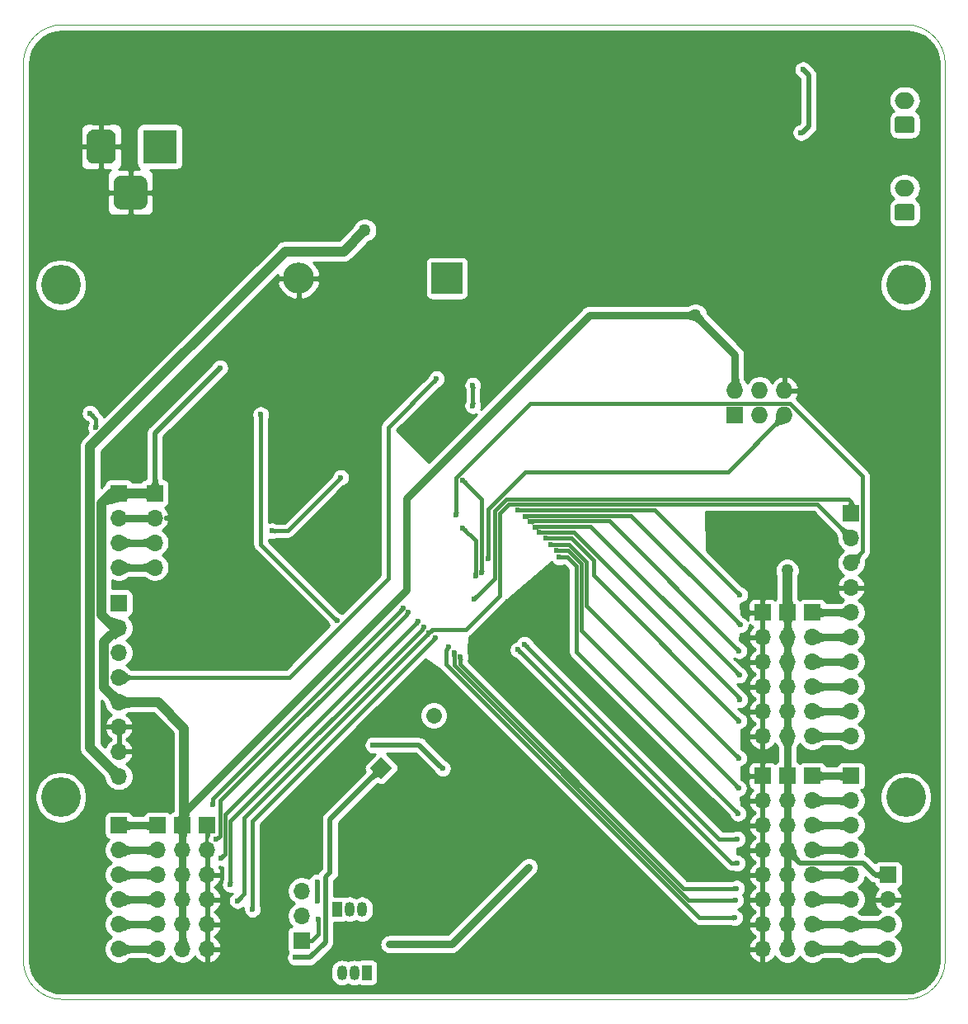
<source format=gbr>
%TF.GenerationSoftware,KiCad,Pcbnew,(5.1.5)-3*%
%TF.CreationDate,2020-03-30T01:43:13+08:00*%
%TF.ProjectId,arduino_wifi,61726475-696e-46f5-9f77-6966692e6b69,REV_1.0*%
%TF.SameCoordinates,Original*%
%TF.FileFunction,Copper,L2,Bot*%
%TF.FilePolarity,Positive*%
%FSLAX46Y46*%
G04 Gerber Fmt 4.6, Leading zero omitted, Abs format (unit mm)*
G04 Created by KiCad (PCBNEW (5.1.5)-3) date 2020-03-30 01:43:13*
%MOMM*%
%LPD*%
G04 APERTURE LIST*
%TA.AperFunction,Profile*%
%ADD10C,0.050000*%
%TD*%
%TA.AperFunction,ComponentPad*%
%ADD11C,4.064000*%
%TD*%
%TA.AperFunction,ComponentPad*%
%ADD12C,0.100000*%
%TD*%
%TA.AperFunction,ComponentPad*%
%ADD13O,2.000000X1.700000*%
%TD*%
%TA.AperFunction,ComponentPad*%
%ADD14O,1.050000X1.500000*%
%TD*%
%TA.AperFunction,ComponentPad*%
%ADD15R,1.050000X1.500000*%
%TD*%
%TA.AperFunction,ComponentPad*%
%ADD16R,1.700000X1.700000*%
%TD*%
%TA.AperFunction,ComponentPad*%
%ADD17O,1.700000X1.700000*%
%TD*%
%TA.AperFunction,ComponentPad*%
%ADD18R,1.727200X1.727200*%
%TD*%
%TA.AperFunction,ComponentPad*%
%ADD19O,1.727200X1.727200*%
%TD*%
%TA.AperFunction,ComponentPad*%
%ADD20R,3.500000X3.500000*%
%TD*%
%TA.AperFunction,ComponentPad*%
%ADD21C,1.600000*%
%TD*%
%TA.AperFunction,ComponentPad*%
%ADD22R,3.200000X3.200000*%
%TD*%
%TA.AperFunction,ComponentPad*%
%ADD23O,3.200000X3.200000*%
%TD*%
%TA.AperFunction,ViaPad*%
%ADD24C,1.270000*%
%TD*%
%TA.AperFunction,ViaPad*%
%ADD25C,0.600000*%
%TD*%
%TA.AperFunction,Conductor*%
%ADD26C,1.016000*%
%TD*%
%TA.AperFunction,Conductor*%
%ADD27C,0.762000*%
%TD*%
%TA.AperFunction,Conductor*%
%ADD28C,0.508000*%
%TD*%
%TA.AperFunction,Conductor*%
%ADD29C,0.381000*%
%TD*%
%TA.AperFunction,Conductor*%
%ADD30C,0.025400*%
%TD*%
%TA.AperFunction,Conductor*%
%ADD31C,0.254000*%
%TD*%
G04 APERTURE END LIST*
D10*
X194669800Y-136000000D02*
G75*
G02X190669800Y-140000000I-4000000J0D01*
G01*
X190669800Y-40000000D02*
G75*
G02X194669800Y-44000000I0J-4000000D01*
G01*
X104000000Y-140000000D02*
G75*
G02X100000000Y-136000000I0J4000000D01*
G01*
X100000000Y-44000000D02*
G75*
G02X104000000Y-40000000I4000000J0D01*
G01*
X194669800Y-44000000D02*
X194669800Y-136000000D01*
X104000000Y-40000000D02*
X190669800Y-40000000D01*
X100000000Y-136000000D02*
X100000000Y-44000000D01*
X190669800Y-140000000D02*
X104000000Y-140000000D01*
D11*
%TO.P,P7,1*%
%TO.N,N/C*%
X190627000Y-66700400D03*
%TD*%
%TO.P,P7,1*%
%TO.N,N/C*%
X190627000Y-119253000D03*
%TD*%
%TO.P,P7,1*%
%TO.N,N/C*%
X103860600Y-119253000D03*
%TD*%
%TO.P,P7,1*%
%TO.N,N/C*%
X103860600Y-66700400D03*
%TD*%
%TA.AperFunction,ComponentPad*%
D12*
%TO.P,J5,1*%
%TO.N,/TB6612/AO1*%
G36*
X191274504Y-58401204D02*
G01*
X191298773Y-58404804D01*
X191322571Y-58410765D01*
X191345671Y-58419030D01*
X191367849Y-58429520D01*
X191388893Y-58442133D01*
X191408598Y-58456747D01*
X191426777Y-58473223D01*
X191443253Y-58491402D01*
X191457867Y-58511107D01*
X191470480Y-58532151D01*
X191480970Y-58554329D01*
X191489235Y-58577429D01*
X191495196Y-58601227D01*
X191498796Y-58625496D01*
X191500000Y-58650000D01*
X191500000Y-59850000D01*
X191498796Y-59874504D01*
X191495196Y-59898773D01*
X191489235Y-59922571D01*
X191480970Y-59945671D01*
X191470480Y-59967849D01*
X191457867Y-59988893D01*
X191443253Y-60008598D01*
X191426777Y-60026777D01*
X191408598Y-60043253D01*
X191388893Y-60057867D01*
X191367849Y-60070480D01*
X191345671Y-60080970D01*
X191322571Y-60089235D01*
X191298773Y-60095196D01*
X191274504Y-60098796D01*
X191250000Y-60100000D01*
X189750000Y-60100000D01*
X189725496Y-60098796D01*
X189701227Y-60095196D01*
X189677429Y-60089235D01*
X189654329Y-60080970D01*
X189632151Y-60070480D01*
X189611107Y-60057867D01*
X189591402Y-60043253D01*
X189573223Y-60026777D01*
X189556747Y-60008598D01*
X189542133Y-59988893D01*
X189529520Y-59967849D01*
X189519030Y-59945671D01*
X189510765Y-59922571D01*
X189504804Y-59898773D01*
X189501204Y-59874504D01*
X189500000Y-59850000D01*
X189500000Y-58650000D01*
X189501204Y-58625496D01*
X189504804Y-58601227D01*
X189510765Y-58577429D01*
X189519030Y-58554329D01*
X189529520Y-58532151D01*
X189542133Y-58511107D01*
X189556747Y-58491402D01*
X189573223Y-58473223D01*
X189591402Y-58456747D01*
X189611107Y-58442133D01*
X189632151Y-58429520D01*
X189654329Y-58419030D01*
X189677429Y-58410765D01*
X189701227Y-58404804D01*
X189725496Y-58401204D01*
X189750000Y-58400000D01*
X191250000Y-58400000D01*
X191274504Y-58401204D01*
G37*
%TD.AperFunction*%
D13*
%TO.P,J5,2*%
%TO.N,/TB6612/AO2*%
X190500000Y-56750000D03*
%TD*%
%TA.AperFunction,ComponentPad*%
D12*
%TO.P,J4,1*%
%TO.N,/TB6612/BO2*%
G36*
X191274504Y-49401204D02*
G01*
X191298773Y-49404804D01*
X191322571Y-49410765D01*
X191345671Y-49419030D01*
X191367849Y-49429520D01*
X191388893Y-49442133D01*
X191408598Y-49456747D01*
X191426777Y-49473223D01*
X191443253Y-49491402D01*
X191457867Y-49511107D01*
X191470480Y-49532151D01*
X191480970Y-49554329D01*
X191489235Y-49577429D01*
X191495196Y-49601227D01*
X191498796Y-49625496D01*
X191500000Y-49650000D01*
X191500000Y-50850000D01*
X191498796Y-50874504D01*
X191495196Y-50898773D01*
X191489235Y-50922571D01*
X191480970Y-50945671D01*
X191470480Y-50967849D01*
X191457867Y-50988893D01*
X191443253Y-51008598D01*
X191426777Y-51026777D01*
X191408598Y-51043253D01*
X191388893Y-51057867D01*
X191367849Y-51070480D01*
X191345671Y-51080970D01*
X191322571Y-51089235D01*
X191298773Y-51095196D01*
X191274504Y-51098796D01*
X191250000Y-51100000D01*
X189750000Y-51100000D01*
X189725496Y-51098796D01*
X189701227Y-51095196D01*
X189677429Y-51089235D01*
X189654329Y-51080970D01*
X189632151Y-51070480D01*
X189611107Y-51057867D01*
X189591402Y-51043253D01*
X189573223Y-51026777D01*
X189556747Y-51008598D01*
X189542133Y-50988893D01*
X189529520Y-50967849D01*
X189519030Y-50945671D01*
X189510765Y-50922571D01*
X189504804Y-50898773D01*
X189501204Y-50874504D01*
X189500000Y-50850000D01*
X189500000Y-49650000D01*
X189501204Y-49625496D01*
X189504804Y-49601227D01*
X189510765Y-49577429D01*
X189519030Y-49554329D01*
X189529520Y-49532151D01*
X189542133Y-49511107D01*
X189556747Y-49491402D01*
X189573223Y-49473223D01*
X189591402Y-49456747D01*
X189611107Y-49442133D01*
X189632151Y-49429520D01*
X189654329Y-49419030D01*
X189677429Y-49410765D01*
X189701227Y-49404804D01*
X189725496Y-49401204D01*
X189750000Y-49400000D01*
X191250000Y-49400000D01*
X191274504Y-49401204D01*
G37*
%TD.AperFunction*%
D13*
%TO.P,J4,2*%
%TO.N,/TB6612/BO1*%
X190500000Y-47750000D03*
%TD*%
D14*
%TO.P,Q3,2*%
%TO.N,Net-(Q3-Pad2)*%
X133520000Y-130750000D03*
%TO.P,Q3,3*%
%TO.N,Net-(Q3-Pad3)*%
X134790000Y-130750000D03*
D15*
%TO.P,Q3,1*%
%TO.N,/ESP/ESP_RX*%
X132250000Y-130750000D03*
%TD*%
D14*
%TO.P,Q2,2*%
%TO.N,Net-(Q2-Pad2)*%
X133980000Y-137250000D03*
%TO.P,Q2,3*%
%TO.N,/ESP/ESP_TX*%
X132710000Y-137250000D03*
D15*
%TO.P,Q2,1*%
%TO.N,Net-(Q2-Pad1)*%
X135250000Y-137250000D03*
%TD*%
D16*
%TO.P,J22,1*%
%TO.N,/ATmega328P-AU/PC0*%
X109800000Y-122140000D03*
D17*
%TO.P,J22,2*%
%TO.N,/ATmega328P-AU/PC1*%
X109800000Y-124680000D03*
%TO.P,J22,3*%
%TO.N,/ATmega328P-AU/PC2*%
X109800000Y-127220000D03*
%TO.P,J22,4*%
%TO.N,/ATmega328P-AU/PC3*%
X109800000Y-129760000D03*
%TO.P,J22,5*%
%TO.N,/ATmega328P-AU/SDA*%
X109800000Y-132300000D03*
%TO.P,J22,6*%
%TO.N,/ATmega328P-AU/SCL*%
X109800000Y-134840000D03*
%TD*%
D16*
%TO.P,J21,1*%
%TO.N,/ATmega328P-AU/PD7*%
X181000000Y-117060000D03*
D17*
%TO.P,J21,2*%
%TO.N,/ATmega328P-AU/PD6*%
X181000000Y-119600000D03*
%TO.P,J21,3*%
%TO.N,/ATmega328P-AU/PD5*%
X181000000Y-122140000D03*
%TO.P,J21,4*%
%TO.N,/ATmega328P-AU/PD4*%
X181000000Y-124680000D03*
%TO.P,J21,5*%
%TO.N,/ATmega328P-AU/PD3*%
X181000000Y-127220000D03*
%TO.P,J21,6*%
%TO.N,/ATmega328P-AU/PD2*%
X181000000Y-129760000D03*
%TO.P,J21,7*%
%TO.N,/ATmega328P-AU/MTX*%
X181000000Y-132300000D03*
%TO.P,J21,8*%
%TO.N,/ATmega328P-AU/MRX*%
X181000000Y-134840000D03*
%TD*%
D16*
%TO.P,J20,1*%
%TO.N,+5V*%
X113500000Y-88050000D03*
D17*
%TO.P,J20,2*%
%TO.N,GND*%
X113500000Y-90590000D03*
%TO.P,J20,3*%
%TO.N,/ATmega328P-AU/SCL*%
X113500000Y-93130000D03*
%TO.P,J20,4*%
%TO.N,/ATmega328P-AU/SDA*%
X113500000Y-95670000D03*
%TD*%
%TO.P,J19,8*%
%TO.N,VDC*%
X109800000Y-117120000D03*
%TO.P,J19,7*%
%TO.N,GND*%
X109800000Y-114580000D03*
%TO.P,J19,6*%
X109800000Y-112040000D03*
%TO.P,J19,5*%
%TO.N,+5V*%
X109800000Y-109500000D03*
%TO.P,J19,4*%
%TO.N,+3V3*%
X109800000Y-106960000D03*
%TO.P,J19,3*%
%TO.N,/ATmega328P-AU/MCU_RESET*%
X109800000Y-104420000D03*
%TO.P,J19,2*%
%TO.N,+5V*%
X109800000Y-101880000D03*
D16*
%TO.P,J19,1*%
%TO.N,N/C*%
X109800000Y-99340000D03*
%TD*%
%TO.P,J18,1*%
%TO.N,GND*%
X118880000Y-122140000D03*
D17*
%TO.P,J18,2*%
X118880000Y-124680000D03*
%TO.P,J18,3*%
X118880000Y-127220000D03*
%TO.P,J18,4*%
X118880000Y-129760000D03*
%TO.P,J18,5*%
X118880000Y-132300000D03*
%TO.P,J18,6*%
X118880000Y-134840000D03*
%TD*%
D16*
%TO.P,J17,1*%
%TO.N,+5V*%
X188800000Y-127210000D03*
D17*
%TO.P,J17,2*%
%TO.N,GND*%
X188800000Y-129750000D03*
%TO.P,J17,3*%
%TO.N,/ATmega328P-AU/MTX*%
X188800000Y-132290000D03*
%TO.P,J17,4*%
%TO.N,/ATmega328P-AU/MRX*%
X188800000Y-134830000D03*
%TD*%
D16*
%TO.P,J16,1*%
%TO.N,+5V*%
X178460000Y-100300000D03*
D17*
%TO.P,J16,2*%
X178460000Y-102840000D03*
%TO.P,J16,3*%
X178460000Y-105380000D03*
%TO.P,J16,4*%
X178460000Y-107920000D03*
%TO.P,J16,5*%
X178460000Y-110460000D03*
%TO.P,J16,6*%
X178460000Y-113000000D03*
%TD*%
D16*
%TO.P,J15,1*%
%TO.N,/SCK*%
X181000000Y-100300000D03*
D17*
%TO.P,J15,2*%
%TO.N,/ATmega328P-AU/MISO*%
X181000000Y-102840000D03*
%TO.P,J15,3*%
%TO.N,/ATmega328P-AU/MOSI*%
X181000000Y-105380000D03*
%TO.P,J15,4*%
%TO.N,/ATmega328P-AU/PWMA*%
X181000000Y-107920000D03*
%TO.P,J15,5*%
%TO.N,/ATmega328P-AU/PWMB*%
X181000000Y-110460000D03*
%TO.P,J15,6*%
%TO.N,/ATmega328P-AU/PB0*%
X181000000Y-113000000D03*
%TD*%
D16*
%TO.P,J14,1*%
%TO.N,GND*%
X175920000Y-100300000D03*
D17*
%TO.P,J14,2*%
X175920000Y-102840000D03*
%TO.P,J14,3*%
X175920000Y-105380000D03*
%TO.P,J14,4*%
X175920000Y-107920000D03*
%TO.P,J14,5*%
X175920000Y-110460000D03*
%TO.P,J14,6*%
X175920000Y-113000000D03*
%TD*%
D16*
%TO.P,J13,1*%
%TO.N,+5V*%
X109800000Y-88050000D03*
D17*
%TO.P,J13,2*%
%TO.N,GND*%
X109800000Y-90590000D03*
%TO.P,J13,3*%
%TO.N,/ATmega328P-AU/SCL*%
X109800000Y-93130000D03*
%TO.P,J13,4*%
%TO.N,/ATmega328P-AU/SDA*%
X109800000Y-95670000D03*
%TD*%
D16*
%TO.P,J12,1*%
%TO.N,/ATmega328P-AU/PD7*%
X185000000Y-117060000D03*
D17*
%TO.P,J12,2*%
%TO.N,/ATmega328P-AU/PD6*%
X185000000Y-119600000D03*
%TO.P,J12,3*%
%TO.N,/ATmega328P-AU/PD5*%
X185000000Y-122140000D03*
%TO.P,J12,4*%
%TO.N,/ATmega328P-AU/PD4*%
X185000000Y-124680000D03*
%TO.P,J12,5*%
%TO.N,/ATmega328P-AU/PD3*%
X185000000Y-127220000D03*
%TO.P,J12,6*%
%TO.N,/ATmega328P-AU/PD2*%
X185000000Y-129760000D03*
%TO.P,J12,7*%
%TO.N,/ATmega328P-AU/MTX*%
X185000000Y-132300000D03*
%TO.P,J12,8*%
%TO.N,/ATmega328P-AU/MRX*%
X185000000Y-134840000D03*
%TD*%
D16*
%TO.P,J11,1*%
%TO.N,+5V*%
X116340000Y-122140000D03*
D17*
%TO.P,J11,2*%
X116340000Y-124680000D03*
%TO.P,J11,3*%
X116340000Y-127220000D03*
%TO.P,J11,4*%
X116340000Y-129760000D03*
%TO.P,J11,5*%
X116340000Y-132300000D03*
%TO.P,J11,6*%
X116340000Y-134840000D03*
%TD*%
D16*
%TO.P,J10,1*%
%TO.N,GND*%
X175920000Y-117060000D03*
D17*
%TO.P,J10,2*%
X175920000Y-119600000D03*
%TO.P,J10,3*%
X175920000Y-122140000D03*
%TO.P,J10,4*%
X175920000Y-124680000D03*
%TO.P,J10,5*%
X175920000Y-127220000D03*
%TO.P,J10,6*%
X175920000Y-129760000D03*
%TO.P,J10,7*%
X175920000Y-132300000D03*
%TO.P,J10,8*%
X175920000Y-134840000D03*
%TD*%
D16*
%TO.P,J9,1*%
%TO.N,/ATmega328P-AU/SCL*%
X185000000Y-90140000D03*
D17*
%TO.P,J9,2*%
%TO.N,/ATmega328P-AU/SDA*%
X185000000Y-92680000D03*
%TO.P,J9,3*%
%TO.N,/ATmega328P-AU/AREF*%
X185000000Y-95220000D03*
%TO.P,J9,4*%
%TO.N,GND*%
X185000000Y-97760000D03*
%TO.P,J9,5*%
%TO.N,/SCK*%
X185000000Y-100300000D03*
%TO.P,J9,6*%
%TO.N,/ATmega328P-AU/MISO*%
X185000000Y-102840000D03*
%TO.P,J9,7*%
%TO.N,/ATmega328P-AU/MOSI*%
X185000000Y-105380000D03*
%TO.P,J9,8*%
%TO.N,/ATmega328P-AU/PWMA*%
X185000000Y-107920000D03*
%TO.P,J9,9*%
%TO.N,/ATmega328P-AU/PWMB*%
X185000000Y-110460000D03*
%TO.P,J9,10*%
%TO.N,/ATmega328P-AU/PB0*%
X185000000Y-113000000D03*
%TD*%
D16*
%TO.P,J8,1*%
%TO.N,/ATmega328P-AU/PC0*%
X113800000Y-122140000D03*
D17*
%TO.P,J8,2*%
%TO.N,/ATmega328P-AU/PC1*%
X113800000Y-124680000D03*
%TO.P,J8,3*%
%TO.N,/ATmega328P-AU/PC2*%
X113800000Y-127220000D03*
%TO.P,J8,4*%
%TO.N,/ATmega328P-AU/PC3*%
X113800000Y-129760000D03*
%TO.P,J8,5*%
%TO.N,/ATmega328P-AU/SDA*%
X113800000Y-132300000D03*
%TO.P,J8,6*%
%TO.N,/ATmega328P-AU/SCL*%
X113800000Y-134840000D03*
%TD*%
D16*
%TO.P,J7,1*%
%TO.N,+5V*%
X178460000Y-117060000D03*
D17*
%TO.P,J7,2*%
X178460000Y-119600000D03*
%TO.P,J7,3*%
X178460000Y-122140000D03*
%TO.P,J7,4*%
X178460000Y-124680000D03*
%TO.P,J7,5*%
X178460000Y-127220000D03*
%TO.P,J7,6*%
X178460000Y-129760000D03*
%TO.P,J7,7*%
X178460000Y-132300000D03*
%TO.P,J7,8*%
X178460000Y-134840000D03*
%TD*%
D16*
%TO.P,J6,1*%
%TO.N,/ESP/GPIO0*%
X128575000Y-133950000D03*
D17*
%TO.P,J6,2*%
%TO.N,/ESP/ESP_TX*%
X128575000Y-131410000D03*
%TO.P,J6,3*%
%TO.N,/ESP/ESP_RX*%
X128575000Y-128870000D03*
%TD*%
D18*
%TO.P,J2,1*%
%TO.N,/ATmega328P-AU/MISO*%
X173075000Y-80050000D03*
D19*
%TO.P,J2,2*%
%TO.N,+5V*%
X173075000Y-77510000D03*
%TO.P,J2,3*%
%TO.N,/SCK*%
X175615000Y-80050000D03*
%TO.P,J2,4*%
%TO.N,/ATmega328P-AU/MOSI*%
X175615000Y-77510000D03*
%TO.P,J2,5*%
%TO.N,/ATmega328P-AU/MCU_RESET*%
X178155000Y-80050000D03*
%TO.P,J2,6*%
%TO.N,GND*%
X178155000Y-77510000D03*
%TD*%
D20*
%TO.P,J1,1*%
%TO.N,Net-(D1-Pad2)*%
X114000000Y-52500000D03*
%TA.AperFunction,ComponentPad*%
D12*
%TO.P,J1,2*%
%TO.N,GND*%
G36*
X108823513Y-50753611D02*
G01*
X108896318Y-50764411D01*
X108967714Y-50782295D01*
X109037013Y-50807090D01*
X109103548Y-50838559D01*
X109166678Y-50876398D01*
X109225795Y-50920242D01*
X109280330Y-50969670D01*
X109329758Y-51024205D01*
X109373602Y-51083322D01*
X109411441Y-51146452D01*
X109442910Y-51212987D01*
X109467705Y-51282286D01*
X109485589Y-51353682D01*
X109496389Y-51426487D01*
X109500000Y-51500000D01*
X109500000Y-53500000D01*
X109496389Y-53573513D01*
X109485589Y-53646318D01*
X109467705Y-53717714D01*
X109442910Y-53787013D01*
X109411441Y-53853548D01*
X109373602Y-53916678D01*
X109329758Y-53975795D01*
X109280330Y-54030330D01*
X109225795Y-54079758D01*
X109166678Y-54123602D01*
X109103548Y-54161441D01*
X109037013Y-54192910D01*
X108967714Y-54217705D01*
X108896318Y-54235589D01*
X108823513Y-54246389D01*
X108750000Y-54250000D01*
X107250000Y-54250000D01*
X107176487Y-54246389D01*
X107103682Y-54235589D01*
X107032286Y-54217705D01*
X106962987Y-54192910D01*
X106896452Y-54161441D01*
X106833322Y-54123602D01*
X106774205Y-54079758D01*
X106719670Y-54030330D01*
X106670242Y-53975795D01*
X106626398Y-53916678D01*
X106588559Y-53853548D01*
X106557090Y-53787013D01*
X106532295Y-53717714D01*
X106514411Y-53646318D01*
X106503611Y-53573513D01*
X106500000Y-53500000D01*
X106500000Y-51500000D01*
X106503611Y-51426487D01*
X106514411Y-51353682D01*
X106532295Y-51282286D01*
X106557090Y-51212987D01*
X106588559Y-51146452D01*
X106626398Y-51083322D01*
X106670242Y-51024205D01*
X106719670Y-50969670D01*
X106774205Y-50920242D01*
X106833322Y-50876398D01*
X106896452Y-50838559D01*
X106962987Y-50807090D01*
X107032286Y-50782295D01*
X107103682Y-50764411D01*
X107176487Y-50753611D01*
X107250000Y-50750000D01*
X108750000Y-50750000D01*
X108823513Y-50753611D01*
G37*
%TD.AperFunction*%
%TA.AperFunction,ComponentPad*%
%TO.P,J1,3*%
G36*
X111960765Y-55454213D02*
G01*
X112045704Y-55466813D01*
X112128999Y-55487677D01*
X112209848Y-55516605D01*
X112287472Y-55553319D01*
X112361124Y-55597464D01*
X112430094Y-55648616D01*
X112493718Y-55706282D01*
X112551384Y-55769906D01*
X112602536Y-55838876D01*
X112646681Y-55912528D01*
X112683395Y-55990152D01*
X112712323Y-56071001D01*
X112733187Y-56154296D01*
X112745787Y-56239235D01*
X112750000Y-56325000D01*
X112750000Y-58075000D01*
X112745787Y-58160765D01*
X112733187Y-58245704D01*
X112712323Y-58328999D01*
X112683395Y-58409848D01*
X112646681Y-58487472D01*
X112602536Y-58561124D01*
X112551384Y-58630094D01*
X112493718Y-58693718D01*
X112430094Y-58751384D01*
X112361124Y-58802536D01*
X112287472Y-58846681D01*
X112209848Y-58883395D01*
X112128999Y-58912323D01*
X112045704Y-58933187D01*
X111960765Y-58945787D01*
X111875000Y-58950000D01*
X110125000Y-58950000D01*
X110039235Y-58945787D01*
X109954296Y-58933187D01*
X109871001Y-58912323D01*
X109790152Y-58883395D01*
X109712528Y-58846681D01*
X109638876Y-58802536D01*
X109569906Y-58751384D01*
X109506282Y-58693718D01*
X109448616Y-58630094D01*
X109397464Y-58561124D01*
X109353319Y-58487472D01*
X109316605Y-58409848D01*
X109287677Y-58328999D01*
X109266813Y-58245704D01*
X109254213Y-58160765D01*
X109250000Y-58075000D01*
X109250000Y-56325000D01*
X109254213Y-56239235D01*
X109266813Y-56154296D01*
X109287677Y-56071001D01*
X109316605Y-55990152D01*
X109353319Y-55912528D01*
X109397464Y-55838876D01*
X109448616Y-55769906D01*
X109506282Y-55706282D01*
X109569906Y-55648616D01*
X109638876Y-55597464D01*
X109712528Y-55553319D01*
X109790152Y-55516605D01*
X109871001Y-55487677D01*
X109954296Y-55466813D01*
X110039235Y-55454213D01*
X110125000Y-55450000D01*
X111875000Y-55450000D01*
X111960765Y-55454213D01*
G37*
%TD.AperFunction*%
%TD*%
%TA.AperFunction,ComponentPad*%
%TO.P,D5,1*%
%TO.N,+5V*%
G36*
X136750000Y-117381371D02*
G01*
X135618629Y-116250000D01*
X136750000Y-115118629D01*
X137881371Y-116250000D01*
X136750000Y-117381371D01*
G37*
%TD.AperFunction*%
D21*
%TO.P,D5,2*%
%TO.N,/ATmega328P-AU/MCU_RESET*%
X142138154Y-110861846D02*
X142138154Y-110861846D01*
%TD*%
D22*
%TO.P,D2,1*%
%TO.N,Net-(D2-Pad1)*%
X143500000Y-66000000D03*
D23*
%TO.P,D2,2*%
%TO.N,GND*%
X128260000Y-66000000D03*
%TD*%
D24*
%TO.N,VDC*%
X135050000Y-61075000D03*
D25*
%TO.N,+5V*%
X131475000Y-126975000D03*
X127950000Y-135700000D03*
D24*
X178449998Y-95975000D03*
X169000002Y-69800000D03*
D25*
X120200000Y-75200000D03*
%TO.N,+3V3*%
X151900000Y-126425000D03*
X137600000Y-134350000D03*
X135900000Y-113900000D03*
X143050000Y-116300000D03*
X142425000Y-76325000D03*
%TO.N,/ATmega328P-AU/AREF*%
X144450000Y-90250000D03*
%TO.N,/ATmega328P-AU/MCU_RESET*%
X147725000Y-94800000D03*
%TO.N,/ATmega328P-AU/DTR*%
X124375000Y-80000000D03*
X132200000Y-101150000D03*
%TO.N,Net-(C24-Pad1)*%
X180050000Y-44600000D03*
X179850000Y-51050000D03*
%TO.N,/CH340G/TXD*%
X125550000Y-91925000D03*
X132600000Y-86450000D03*
%TO.N,/ATmega328P-AU/MOSI*%
X173500000Y-104225000D03*
X152038474Y-90984416D03*
%TO.N,/SCK*%
X173550000Y-98475000D03*
X150800000Y-89775000D03*
X146150000Y-76975000D03*
X146149998Y-79075000D03*
%TO.N,/ATmega328P-AU/MISO*%
X173625000Y-101575000D03*
X151525000Y-90425000D03*
%TO.N,/ATmega328P-AU/MTX*%
X144225000Y-104424998D03*
X145132490Y-91600000D03*
X146417401Y-96560018D03*
X173150000Y-129825000D03*
%TO.N,/ATmega328P-AU/MRX*%
X143679219Y-103875696D03*
X145132490Y-86725000D03*
X147074999Y-96250000D03*
X173050000Y-131625000D03*
%TO.N,/ESP/ESP_TX*%
X130200000Y-129875000D03*
X130175000Y-127950000D03*
%TO.N,/ESP/GPIO0*%
X130275000Y-131775000D03*
%TO.N,/ATmega328P-AU/SCL*%
X123525000Y-130750000D03*
X142325000Y-102875000D03*
X146250000Y-98925000D03*
%TO.N,/ATmega328P-AU/SDA*%
X122000000Y-129875000D03*
X141675000Y-102374998D03*
%TO.N,/ATmega328P-AU/PC3*%
X121250000Y-128200000D03*
X141150000Y-101800000D03*
%TO.N,/ATmega328P-AU/PC2*%
X120300000Y-125475000D03*
X140525000Y-101225000D03*
%TO.N,/ATmega328P-AU/PC1*%
X119825000Y-123600000D03*
X139550000Y-100275000D03*
%TO.N,/ATmega328P-AU/PC0*%
X119425000Y-120025000D03*
X138968398Y-99838799D03*
%TO.N,/ATmega328P-AU/PB0*%
X173500000Y-111425000D03*
X153625000Y-92650000D03*
%TO.N,/ATmega328P-AU/PD2*%
X173250000Y-128600000D03*
X144875000Y-104850000D03*
%TO.N,/ATmega328P-AU/PD3*%
X173300000Y-126025000D03*
X150800000Y-104125000D03*
%TO.N,/ATmega328P-AU/PD4*%
X173325000Y-123550000D03*
X151475000Y-103550000D03*
%TO.N,/ATmega328P-AU/PWMA*%
X173525000Y-106725000D03*
X152524817Y-91524789D03*
%TO.N,/ATmega328P-AU/PWMB*%
X173575000Y-109250000D03*
X153000000Y-92075000D03*
%TO.N,/ATmega328P-AU/PD7*%
X173475000Y-115250000D03*
X154175000Y-93350000D03*
%TO.N,Net-(J23-Pad2)*%
X106850000Y-79850000D03*
X107451348Y-81351348D03*
%TO.N,/ATmega328P-AU/PD5*%
X173400000Y-120925000D03*
X155050000Y-94600000D03*
%TO.N,/ATmega328P-AU/PD6*%
X173450000Y-118325000D03*
X154718639Y-93927891D03*
%TO.N,GND*%
X144424400Y-60756800D03*
X144983200Y-61620400D03*
X151282400Y-63500000D03*
X153568400Y-63398400D03*
X151028400Y-66243200D03*
X154127200Y-66192400D03*
X151434800Y-68834000D03*
X154076400Y-68783200D03*
X133807200Y-73914000D03*
X133807200Y-75234800D03*
X131775200Y-73863200D03*
X127914400Y-75285600D03*
X158546800Y-127152400D03*
X160629600Y-127101600D03*
X158546800Y-129438400D03*
X160629600Y-129387600D03*
X157937200Y-136347200D03*
X157886400Y-137312400D03*
X166166800Y-135686800D03*
X167843200Y-135686800D03*
X166217600Y-137668000D03*
X167843200Y-137769600D03*
X169621200Y-134010400D03*
X192024000Y-126593600D03*
X192074800Y-130606800D03*
X192125600Y-136652000D03*
X188874400Y-137922000D03*
X183692800Y-138023600D03*
X180746400Y-93116400D03*
X181203600Y-96164400D03*
X178104800Y-91033600D03*
X181000400Y-90678000D03*
X172008800Y-92710000D03*
X157429200Y-114858800D03*
X161036000Y-118770400D03*
X113538000Y-115417600D03*
X113538000Y-117805200D03*
X114046000Y-99568000D03*
X116382800Y-99568000D03*
X118008400Y-97129600D03*
X118059200Y-98653600D03*
X124510800Y-97332800D03*
X127355600Y-98399600D03*
X131470400Y-91490800D03*
X127406400Y-84988400D03*
X131216400Y-44805600D03*
X125272800Y-44958000D03*
X112064800Y-65989200D03*
X121361200Y-59639200D03*
X163830000Y-49936400D03*
X158394400Y-53695600D03*
X180797200Y-60858400D03*
X180949600Y-65481200D03*
X191160400Y-75793600D03*
X191211200Y-79603600D03*
X191566800Y-94538800D03*
X191363600Y-102057200D03*
X142494000Y-73660000D03*
X161188400Y-61214000D03*
X167132000Y-61264800D03*
X105918000Y-74066400D03*
X110337600Y-75184000D03*
X103479600Y-89154000D03*
X145948400Y-48056800D03*
X148082000Y-43078400D03*
X146100800Y-43180000D03*
X143967200Y-43180000D03*
X141833600Y-43180000D03*
X140004800Y-43180000D03*
X142443200Y-50393600D03*
X139903200Y-50139600D03*
X142240000Y-48666400D03*
X139852400Y-48615600D03*
X142189200Y-46888400D03*
X139954000Y-46990000D03*
%TD*%
D26*
%TO.N,VDC*%
X106856990Y-114176990D02*
X108950001Y-116270001D01*
X106856990Y-83268010D02*
X106856990Y-114176990D01*
X135050000Y-61075000D02*
X132875000Y-63250000D01*
X126875000Y-63250000D02*
X106856990Y-83268010D01*
X132875000Y-63250000D02*
X126875000Y-63250000D01*
X108950001Y-116270001D02*
X109800000Y-117120000D01*
%TO.N,+5V*%
X109800000Y-88050000D02*
X113500000Y-88050000D01*
D27*
X178460000Y-100300000D02*
X178460000Y-102840000D01*
X178460000Y-102840000D02*
X178460000Y-105380000D01*
X178460000Y-105380000D02*
X178460000Y-113000000D01*
X178460000Y-113000000D02*
X178460000Y-134840000D01*
X116340000Y-122140000D02*
X116340000Y-134840000D01*
D26*
X109380000Y-101880000D02*
X109800000Y-101880000D01*
X108000000Y-100500000D02*
X109380000Y-101880000D01*
X108000000Y-89100000D02*
X108000000Y-100500000D01*
X109800000Y-88050000D02*
X109050000Y-88050000D01*
X109050000Y-88050000D02*
X108000000Y-89100000D01*
X108950001Y-108650001D02*
X109800000Y-109500000D01*
X108314999Y-108014999D02*
X108950001Y-108650001D01*
X108314999Y-103365001D02*
X108314999Y-108014999D01*
X109800000Y-101880000D02*
X108314999Y-103365001D01*
D28*
X129439402Y-135700000D02*
X128374264Y-135700000D01*
X128374264Y-135700000D02*
X127950000Y-135700000D01*
X131008001Y-134131401D02*
X129439402Y-135700000D01*
X131008001Y-127441999D02*
X131008001Y-134131401D01*
D26*
X178460000Y-100300000D02*
X178460000Y-95985002D01*
X178460000Y-95985002D02*
X178449998Y-95975000D01*
D28*
X131475000Y-126975000D02*
X131008001Y-127441999D01*
X131475000Y-121525000D02*
X136750000Y-116250000D01*
X131475000Y-126975000D02*
X131475000Y-121525000D01*
D26*
X113825000Y-109500000D02*
X109800000Y-109500000D01*
X116525000Y-112200000D02*
X113825000Y-109500000D01*
X116340000Y-122140000D02*
X116525000Y-121955000D01*
X116525000Y-121955000D02*
X116525000Y-112200000D01*
D27*
X173075000Y-73874998D02*
X173075000Y-77510000D01*
X169000002Y-69800000D02*
X173075000Y-73874998D01*
D28*
X187442000Y-127210000D02*
X188800000Y-127210000D01*
X186220999Y-125988999D02*
X187442000Y-127210000D01*
X179768999Y-125988999D02*
X186220999Y-125988999D01*
X178460000Y-124680000D02*
X179768999Y-125988999D01*
X113500000Y-88050000D02*
X113500000Y-81900000D01*
X113500000Y-81900000D02*
X120200000Y-75200000D01*
D27*
X168101977Y-69800000D02*
X169000002Y-69800000D01*
X116340000Y-121010000D02*
X139319000Y-98031000D01*
X116340000Y-122140000D02*
X116340000Y-121010000D01*
X139319000Y-98031000D02*
X139319000Y-88585158D01*
X139319000Y-88585158D02*
X158104158Y-69800000D01*
X158104158Y-69800000D02*
X168101977Y-69800000D01*
%TO.N,+3V3*%
X151900000Y-126425000D02*
X143975000Y-134350000D01*
X143975000Y-134350000D02*
X137600000Y-134350000D01*
D28*
X135900000Y-113900000D02*
X140650000Y-113900000D01*
X142750001Y-116000001D02*
X143050000Y-116300000D01*
X140650000Y-113900000D02*
X142750001Y-116000001D01*
D29*
X137461887Y-96802015D02*
X127303902Y-106960000D01*
X111002081Y-106960000D02*
X109800000Y-106960000D01*
X137461887Y-81288113D02*
X137461887Y-96802015D01*
X127303902Y-106960000D02*
X111002081Y-106960000D01*
X142425000Y-76325000D02*
X137461887Y-81288113D01*
%TO.N,/ATmega328P-AU/AREF*%
X185849999Y-94370001D02*
X185000000Y-95220000D01*
X186167501Y-94052499D02*
X185849999Y-94370001D01*
X186167501Y-86314471D02*
X186167501Y-94052499D01*
X178721929Y-78868899D02*
X186167501Y-86314471D01*
X152074689Y-78868899D02*
X178721929Y-78868899D01*
X144450000Y-86493588D02*
X152074689Y-78868899D01*
X144450000Y-90250000D02*
X144450000Y-86493588D01*
%TO.N,/ATmega328P-AU/MCU_RESET*%
X151575000Y-85850000D02*
X147725000Y-89700000D01*
X147725000Y-94375736D02*
X147725000Y-94800000D01*
X178155000Y-80050000D02*
X172355000Y-85850000D01*
X172355000Y-85850000D02*
X151575000Y-85850000D01*
X147725000Y-89700000D02*
X147725000Y-94375736D01*
%TO.N,/ATmega328P-AU/DTR*%
X124375000Y-93325000D02*
X131900001Y-100850001D01*
X131900001Y-100850001D02*
X132200000Y-101150000D01*
X124375000Y-80000000D02*
X124375000Y-93325000D01*
D28*
%TO.N,Net-(C24-Pad1)*%
X180000000Y-51050000D02*
X179850000Y-51050000D01*
X180650000Y-45200000D02*
X180650000Y-50400000D01*
X180650000Y-50400000D02*
X180000000Y-51050000D01*
X180050000Y-44600000D02*
X180650000Y-45200000D01*
D29*
%TO.N,/CH340G/TXD*%
X127125000Y-91925000D02*
X132300001Y-86749999D01*
X132300001Y-86749999D02*
X132600000Y-86450000D01*
X125550000Y-91925000D02*
X127125000Y-91925000D01*
D27*
%TO.N,/ATmega328P-AU/MOSI*%
X185000000Y-105380000D02*
X181000000Y-105380000D01*
D29*
X152115602Y-90907288D02*
X152038474Y-90984416D01*
X173500000Y-104225000D02*
X160182288Y-90907288D01*
X160182288Y-90907288D02*
X152115602Y-90907288D01*
D27*
%TO.N,/SCK*%
X185000000Y-100300000D02*
X181000000Y-100300000D01*
D29*
X173550000Y-98475000D02*
X164850000Y-89775000D01*
X164850000Y-89775000D02*
X150800000Y-89775000D01*
X146150000Y-79074998D02*
X146149998Y-79075000D01*
X146150000Y-76975000D02*
X146150000Y-79074998D01*
D27*
%TO.N,/ATmega328P-AU/MISO*%
X181000000Y-102840000D02*
X185000000Y-102840000D01*
D29*
X151583085Y-90366915D02*
X151525000Y-90425000D01*
X173625000Y-101575000D02*
X162416915Y-90366915D01*
X162416915Y-90366915D02*
X151583085Y-90366915D01*
D27*
%TO.N,/ATmega328P-AU/MTX*%
X185000000Y-132300000D02*
X181000000Y-132300000D01*
D29*
X173150000Y-129825000D02*
X168331564Y-129825000D01*
X144225000Y-105718436D02*
X144225000Y-104849262D01*
X168331564Y-129825000D02*
X144225000Y-105718436D01*
X144225000Y-104849262D02*
X144225000Y-104424998D01*
D27*
X188790000Y-132300000D02*
X188800000Y-132290000D01*
X185000000Y-132300000D02*
X188790000Y-132300000D01*
D29*
X146417401Y-96135754D02*
X146417401Y-96560018D01*
X145132490Y-91600000D02*
X146417401Y-92884911D01*
X146417401Y-92884911D02*
X146417401Y-96135754D01*
D27*
%TO.N,/ATmega328P-AU/MRX*%
X185000000Y-134840000D02*
X181000000Y-134840000D01*
D29*
X173050000Y-131625000D02*
X169413128Y-131625000D01*
X143379220Y-104175695D02*
X143679219Y-103875696D01*
X169413128Y-131625000D02*
X143379220Y-105591092D01*
X143379220Y-105591092D02*
X143379220Y-104175695D01*
D27*
X188790000Y-134840000D02*
X188800000Y-134830000D01*
X185000000Y-134840000D02*
X188790000Y-134840000D01*
D29*
X145132490Y-86725000D02*
X147074999Y-88667509D01*
X147074999Y-88667509D02*
X147074999Y-95825736D01*
X147074999Y-95825736D02*
X147074999Y-96250000D01*
D28*
%TO.N,/ESP/ESP_TX*%
X130200000Y-129875000D02*
X130200000Y-127975000D01*
X130200000Y-127975000D02*
X130175000Y-127950000D01*
D29*
%TO.N,/ESP/GPIO0*%
X129650000Y-133950000D02*
X128575000Y-133950000D01*
X130275000Y-131775000D02*
X130275000Y-133325000D01*
X130275000Y-133325000D02*
X129650000Y-133950000D01*
D27*
%TO.N,/ATmega328P-AU/SCL*%
X109800000Y-93130000D02*
X113500000Y-93130000D01*
X109800000Y-134840000D02*
X113800000Y-134840000D01*
D29*
X123525000Y-130750000D02*
X123525000Y-121675000D01*
X142025001Y-103174999D02*
X142325000Y-102875000D01*
X123525000Y-121675000D02*
X142025001Y-103174999D01*
X148409491Y-96765509D02*
X146250000Y-98925000D01*
X148409491Y-89872075D02*
X148409491Y-96765509D01*
X185000000Y-88909000D02*
X184740490Y-88649490D01*
X185000000Y-90140000D02*
X185000000Y-88909000D01*
X184740490Y-88649490D02*
X149632076Y-88649490D01*
X149632076Y-88649490D02*
X148409491Y-89872075D01*
D27*
%TO.N,/ATmega328P-AU/SDA*%
X109800000Y-95670000D02*
X113500000Y-95670000D01*
X109800000Y-132300000D02*
X113800000Y-132300000D01*
D29*
X141375001Y-102674997D02*
X141675000Y-102374998D01*
X122700000Y-121349998D02*
X141375001Y-102674997D01*
X122000000Y-129875000D02*
X122700000Y-129175000D01*
X122700000Y-129175000D02*
X122700000Y-121349998D01*
X185000000Y-92680000D02*
X181477499Y-89157499D01*
X181477499Y-89157499D02*
X149842501Y-89157499D01*
X149842501Y-89157499D02*
X148917501Y-90082499D01*
X148917501Y-90082499D02*
X148917501Y-98571401D01*
X148917501Y-98571401D02*
X145413903Y-102074999D01*
X145413903Y-102074999D02*
X141974999Y-102074999D01*
X141974999Y-102074999D02*
X141675000Y-102374998D01*
D27*
%TO.N,/ATmega328P-AU/PC3*%
X109800000Y-129760000D02*
X113800000Y-129760000D01*
D29*
X140850001Y-102099999D02*
X141150000Y-101800000D01*
X121250000Y-121700000D02*
X140850001Y-102099999D01*
X121250000Y-128200000D02*
X121250000Y-121700000D01*
D27*
%TO.N,/ATmega328P-AU/PC2*%
X109800000Y-127220000D02*
X113800000Y-127220000D01*
D29*
X120725000Y-121025000D02*
X140525000Y-101225000D01*
X120300000Y-125475000D02*
X120725000Y-125050000D01*
X120725000Y-125050000D02*
X120725000Y-121025000D01*
D27*
%TO.N,/ATmega328P-AU/PC1*%
X109800000Y-124680000D02*
X113800000Y-124680000D01*
D29*
X120216990Y-123208010D02*
X120216990Y-119608010D01*
X139250001Y-100574999D02*
X139550000Y-100275000D01*
X120216990Y-119608010D02*
X139250001Y-100574999D01*
X119825000Y-123600000D02*
X120216990Y-123208010D01*
D27*
%TO.N,/ATmega328P-AU/PC0*%
X109800000Y-122140000D02*
X113800000Y-122140000D01*
D29*
X119425000Y-120025000D02*
X119425000Y-119382197D01*
X119425000Y-119382197D02*
X138968398Y-99838799D01*
D27*
%TO.N,/ATmega328P-AU/PB0*%
X185000000Y-113000000D02*
X181000000Y-113000000D01*
D29*
X156261872Y-92650000D02*
X154049264Y-92650000D01*
X158525000Y-94913128D02*
X156261872Y-92650000D01*
X154049264Y-92650000D02*
X153625000Y-92650000D01*
X173500000Y-111425000D02*
X158525000Y-96450000D01*
X158525000Y-96450000D02*
X158525000Y-94913128D01*
D27*
%TO.N,/ATmega328P-AU/PD2*%
X185000000Y-129760000D02*
X181000000Y-129760000D01*
D29*
X167825000Y-128600000D02*
X144875000Y-105650000D01*
X144875000Y-105650000D02*
X144875000Y-104850000D01*
X173250000Y-128600000D02*
X167825000Y-128600000D01*
D27*
%TO.N,/ATmega328P-AU/PD3*%
X185000000Y-127220000D02*
X181000000Y-127220000D01*
D29*
X173300000Y-126025000D02*
X172700000Y-126025000D01*
X172700000Y-126025000D02*
X150800000Y-104125000D01*
D27*
%TO.N,/ATmega328P-AU/PD4*%
X181000000Y-124680000D02*
X185000000Y-124680000D01*
D29*
X173325000Y-123550000D02*
X171475000Y-123550000D01*
X171475000Y-123550000D02*
X151475000Y-103550000D01*
D27*
%TO.N,/ATmega328P-AU/PWMA*%
X185000000Y-107920000D02*
X181000000Y-107920000D01*
D29*
X173525000Y-106725000D02*
X158257499Y-91457499D01*
X152592107Y-91457499D02*
X152524817Y-91524789D01*
X158257499Y-91457499D02*
X152592107Y-91457499D01*
D27*
%TO.N,/ATmega328P-AU/PWMB*%
X185000000Y-110460000D02*
X181000000Y-110460000D01*
D29*
X156507499Y-92032499D02*
X153042501Y-92032499D01*
X153042501Y-92032499D02*
X153000000Y-92075000D01*
X173575000Y-109250000D02*
X173575000Y-109100000D01*
X173575000Y-109100000D02*
X156507499Y-92032499D01*
D27*
%TO.N,/ATmega328P-AU/PD7*%
X185000000Y-117060000D02*
X181000000Y-117060000D01*
D29*
X157791020Y-99566020D02*
X157791020Y-95079148D01*
X154214611Y-93310389D02*
X154175000Y-93350000D01*
X173475000Y-115250000D02*
X157791020Y-99566020D01*
X156022261Y-93310389D02*
X154214611Y-93310389D01*
X157791020Y-95079148D02*
X156022261Y-93310389D01*
%TO.N,Net-(J23-Pad2)*%
X107451348Y-80451348D02*
X107451348Y-81351348D01*
X106850000Y-79850000D02*
X107451348Y-80451348D01*
D27*
%TO.N,/ATmega328P-AU/PD5*%
X185000000Y-122140000D02*
X181000000Y-122140000D01*
D29*
X155875000Y-94600000D02*
X155050000Y-94600000D01*
X156775000Y-95500000D02*
X155875000Y-94600000D01*
X156775000Y-104300000D02*
X156775000Y-95500000D01*
X173400000Y-120925000D02*
X156775000Y-104300000D01*
D27*
%TO.N,/ATmega328P-AU/PD6*%
X185000000Y-119600000D02*
X181000000Y-119600000D01*
D29*
X157283010Y-95289574D02*
X155921327Y-93927891D01*
X157283011Y-102158011D02*
X157283010Y-95289574D01*
X155921327Y-93927891D02*
X155142903Y-93927891D01*
X173450000Y-118325000D02*
X157283011Y-102158011D01*
X155142903Y-93927891D02*
X154718639Y-93927891D01*
D27*
%TO.N,GND*%
X109800000Y-90590000D02*
X113500000Y-90590000D01*
%TD*%
D30*
%TO.N,VDC*%
G36*
X109425641Y-116043949D02*
G01*
X109425870Y-116044168D01*
X109479135Y-116093741D01*
X109479415Y-116093994D01*
X109529279Y-116137707D01*
X109529630Y-116138003D01*
X109576095Y-116175855D01*
X109576543Y-116176204D01*
X109619607Y-116208195D01*
X109620193Y-116208605D01*
X109659857Y-116234735D01*
X109660648Y-116235216D01*
X109696912Y-116255486D01*
X109698009Y-116256031D01*
X109730873Y-116270439D01*
X109732433Y-116271005D01*
X109761897Y-116279553D01*
X109764134Y-116279989D01*
X109781503Y-116281780D01*
X110082541Y-117402541D01*
X108961780Y-117101503D01*
X108959989Y-117084134D01*
X108959553Y-117081897D01*
X108951005Y-117052433D01*
X108950439Y-117050873D01*
X108936031Y-117018009D01*
X108935486Y-117016912D01*
X108915216Y-116980648D01*
X108914735Y-116979857D01*
X108888605Y-116940193D01*
X108888195Y-116939607D01*
X108856204Y-116896543D01*
X108855855Y-116896095D01*
X108818003Y-116849630D01*
X108817707Y-116849279D01*
X108773994Y-116799415D01*
X108773741Y-116799135D01*
X108724168Y-116745870D01*
X108723949Y-116745641D01*
X108677299Y-116697956D01*
X109377956Y-115997299D01*
X109425641Y-116043949D01*
G37*
X109425641Y-116043949D02*
X109425870Y-116044168D01*
X109479135Y-116093741D01*
X109479415Y-116093994D01*
X109529279Y-116137707D01*
X109529630Y-116138003D01*
X109576095Y-116175855D01*
X109576543Y-116176204D01*
X109619607Y-116208195D01*
X109620193Y-116208605D01*
X109659857Y-116234735D01*
X109660648Y-116235216D01*
X109696912Y-116255486D01*
X109698009Y-116256031D01*
X109730873Y-116270439D01*
X109732433Y-116271005D01*
X109761897Y-116279553D01*
X109764134Y-116279989D01*
X109781503Y-116281780D01*
X110082541Y-117402541D01*
X108961780Y-117101503D01*
X108959989Y-117084134D01*
X108959553Y-117081897D01*
X108951005Y-117052433D01*
X108950439Y-117050873D01*
X108936031Y-117018009D01*
X108935486Y-117016912D01*
X108915216Y-116980648D01*
X108914735Y-116979857D01*
X108888605Y-116940193D01*
X108888195Y-116939607D01*
X108856204Y-116896543D01*
X108855855Y-116896095D01*
X108818003Y-116849630D01*
X108817707Y-116849279D01*
X108773994Y-116799415D01*
X108773741Y-116799135D01*
X108724168Y-116745870D01*
X108723949Y-116745641D01*
X108677299Y-116697956D01*
X109377956Y-115997299D01*
X109425641Y-116043949D01*
%TO.N,+5V*%
G36*
X113899574Y-88050000D02*
G01*
X112894209Y-88629632D01*
X112880661Y-88618616D01*
X112878772Y-88617343D01*
X112851894Y-88602553D01*
X112850390Y-88601850D01*
X112816963Y-88588800D01*
X112815801Y-88588410D01*
X112775826Y-88577100D01*
X112774928Y-88576880D01*
X112728404Y-88567310D01*
X112727699Y-88567186D01*
X112674627Y-88559356D01*
X112674064Y-88559286D01*
X112614443Y-88553196D01*
X112613985Y-88553157D01*
X112547816Y-88548807D01*
X112547439Y-88548788D01*
X112474722Y-88546178D01*
X112474405Y-88546171D01*
X112407700Y-88545439D01*
X112407700Y-87554561D01*
X112474405Y-87553829D01*
X112474722Y-87553822D01*
X112547439Y-87551212D01*
X112547816Y-87551193D01*
X112613985Y-87546843D01*
X112614443Y-87546804D01*
X112674064Y-87540714D01*
X112674627Y-87540644D01*
X112727699Y-87532814D01*
X112728404Y-87532690D01*
X112774928Y-87523120D01*
X112775826Y-87522900D01*
X112815801Y-87511590D01*
X112816963Y-87511200D01*
X112850390Y-87498150D01*
X112851894Y-87497447D01*
X112878772Y-87482657D01*
X112880661Y-87481384D01*
X112894209Y-87470368D01*
X113899574Y-88050000D01*
G37*
X113899574Y-88050000D02*
X112894209Y-88629632D01*
X112880661Y-88618616D01*
X112878772Y-88617343D01*
X112851894Y-88602553D01*
X112850390Y-88601850D01*
X112816963Y-88588800D01*
X112815801Y-88588410D01*
X112775826Y-88577100D01*
X112774928Y-88576880D01*
X112728404Y-88567310D01*
X112727699Y-88567186D01*
X112674627Y-88559356D01*
X112674064Y-88559286D01*
X112614443Y-88553196D01*
X112613985Y-88553157D01*
X112547816Y-88548807D01*
X112547439Y-88548788D01*
X112474722Y-88546178D01*
X112474405Y-88546171D01*
X112407700Y-88545439D01*
X112407700Y-87554561D01*
X112474405Y-87553829D01*
X112474722Y-87553822D01*
X112547439Y-87551212D01*
X112547816Y-87551193D01*
X112613985Y-87546843D01*
X112614443Y-87546804D01*
X112674064Y-87540714D01*
X112674627Y-87540644D01*
X112727699Y-87532814D01*
X112728404Y-87532690D01*
X112774928Y-87523120D01*
X112775826Y-87522900D01*
X112815801Y-87511590D01*
X112816963Y-87511200D01*
X112850390Y-87498150D01*
X112851894Y-87497447D01*
X112878772Y-87482657D01*
X112880661Y-87481384D01*
X112894209Y-87470368D01*
X113899574Y-88050000D01*
G36*
X110419338Y-87481384D02*
G01*
X110421227Y-87482657D01*
X110448105Y-87497447D01*
X110449609Y-87498150D01*
X110483036Y-87511200D01*
X110484198Y-87511590D01*
X110524173Y-87522900D01*
X110525071Y-87523120D01*
X110571595Y-87532690D01*
X110572300Y-87532814D01*
X110625372Y-87540644D01*
X110625935Y-87540714D01*
X110685556Y-87546804D01*
X110686014Y-87546843D01*
X110752183Y-87551193D01*
X110752560Y-87551212D01*
X110825277Y-87553822D01*
X110825594Y-87553829D01*
X110892300Y-87554561D01*
X110892300Y-88545439D01*
X110825594Y-88546171D01*
X110825277Y-88546178D01*
X110752560Y-88548788D01*
X110752183Y-88548807D01*
X110686014Y-88553157D01*
X110685556Y-88553196D01*
X110625935Y-88559286D01*
X110625372Y-88559356D01*
X110572300Y-88567186D01*
X110571595Y-88567310D01*
X110525071Y-88576880D01*
X110524173Y-88577100D01*
X110484198Y-88588410D01*
X110483036Y-88588800D01*
X110449609Y-88601850D01*
X110448105Y-88602553D01*
X110421227Y-88617343D01*
X110419338Y-88618616D01*
X110405791Y-88629632D01*
X109400426Y-88050000D01*
X110405791Y-87470368D01*
X110419338Y-87481384D01*
G37*
X110419338Y-87481384D02*
X110421227Y-87482657D01*
X110448105Y-87497447D01*
X110449609Y-87498150D01*
X110483036Y-87511200D01*
X110484198Y-87511590D01*
X110524173Y-87522900D01*
X110525071Y-87523120D01*
X110571595Y-87532690D01*
X110572300Y-87532814D01*
X110625372Y-87540644D01*
X110625935Y-87540714D01*
X110685556Y-87546804D01*
X110686014Y-87546843D01*
X110752183Y-87551193D01*
X110752560Y-87551212D01*
X110825277Y-87553822D01*
X110825594Y-87553829D01*
X110892300Y-87554561D01*
X110892300Y-88545439D01*
X110825594Y-88546171D01*
X110825277Y-88546178D01*
X110752560Y-88548788D01*
X110752183Y-88548807D01*
X110686014Y-88553157D01*
X110685556Y-88553196D01*
X110625935Y-88559286D01*
X110625372Y-88559356D01*
X110572300Y-88567186D01*
X110571595Y-88567310D01*
X110525071Y-88576880D01*
X110524173Y-88577100D01*
X110484198Y-88588410D01*
X110483036Y-88588800D01*
X110449609Y-88601850D01*
X110448105Y-88602553D01*
X110421227Y-88617343D01*
X110419338Y-88618616D01*
X110405791Y-88629632D01*
X109400426Y-88050000D01*
X110405791Y-87470368D01*
X110419338Y-87481384D01*
G36*
X179039273Y-100905169D02*
G01*
X179005110Y-100941305D01*
X179004452Y-100942059D01*
X178968072Y-100987183D01*
X178967455Y-100988016D01*
X178935355Y-101035254D01*
X178934796Y-101036156D01*
X178906976Y-101085508D01*
X178906490Y-101086462D01*
X178882950Y-101137929D01*
X178882548Y-101138915D01*
X178863288Y-101192496D01*
X178862975Y-101193493D01*
X178847995Y-101249188D01*
X178847771Y-101250176D01*
X178837071Y-101307986D01*
X178836931Y-101308944D01*
X178830511Y-101368867D01*
X178830447Y-101369782D01*
X178828731Y-101419559D01*
X178091269Y-101419559D01*
X178089552Y-101369782D01*
X178089488Y-101368867D01*
X178083068Y-101308944D01*
X178082928Y-101307986D01*
X178072228Y-101250176D01*
X178072004Y-101249188D01*
X178057024Y-101193493D01*
X178056711Y-101192496D01*
X178037451Y-101138915D01*
X178037049Y-101137929D01*
X178013509Y-101086462D01*
X178013023Y-101085508D01*
X177985203Y-101036156D01*
X177984644Y-101035254D01*
X177952544Y-100988016D01*
X177951927Y-100987183D01*
X177915547Y-100942059D01*
X177914889Y-100941305D01*
X177880727Y-100905169D01*
X178460000Y-99900426D01*
X179039273Y-100905169D01*
G37*
X179039273Y-100905169D02*
X179005110Y-100941305D01*
X179004452Y-100942059D01*
X178968072Y-100987183D01*
X178967455Y-100988016D01*
X178935355Y-101035254D01*
X178934796Y-101036156D01*
X178906976Y-101085508D01*
X178906490Y-101086462D01*
X178882950Y-101137929D01*
X178882548Y-101138915D01*
X178863288Y-101192496D01*
X178862975Y-101193493D01*
X178847995Y-101249188D01*
X178847771Y-101250176D01*
X178837071Y-101307986D01*
X178836931Y-101308944D01*
X178830511Y-101368867D01*
X178830447Y-101369782D01*
X178828731Y-101419559D01*
X178091269Y-101419559D01*
X178089552Y-101369782D01*
X178089488Y-101368867D01*
X178083068Y-101308944D01*
X178082928Y-101307986D01*
X178072228Y-101250176D01*
X178072004Y-101249188D01*
X178057024Y-101193493D01*
X178056711Y-101192496D01*
X178037451Y-101138915D01*
X178037049Y-101137929D01*
X178013509Y-101086462D01*
X178013023Y-101085508D01*
X177985203Y-101036156D01*
X177984644Y-101035254D01*
X177952544Y-100988016D01*
X177951927Y-100987183D01*
X177915547Y-100942059D01*
X177914889Y-100941305D01*
X177880727Y-100905169D01*
X178460000Y-99900426D01*
X179039273Y-100905169D01*
G36*
X178830447Y-101770217D02*
G01*
X178830511Y-101771132D01*
X178836931Y-101831055D01*
X178837071Y-101832013D01*
X178847771Y-101889823D01*
X178847995Y-101890811D01*
X178862975Y-101946506D01*
X178863288Y-101947503D01*
X178882548Y-102001084D01*
X178882950Y-102002070D01*
X178906490Y-102053537D01*
X178906976Y-102054491D01*
X178934796Y-102103843D01*
X178935355Y-102104745D01*
X178967455Y-102151983D01*
X178968072Y-102152816D01*
X179004452Y-102197940D01*
X179005110Y-102198694D01*
X179039273Y-102234831D01*
X178460000Y-103239574D01*
X177880727Y-102234831D01*
X177914889Y-102198694D01*
X177915547Y-102197940D01*
X177951927Y-102152816D01*
X177952544Y-102151983D01*
X177984644Y-102104745D01*
X177985203Y-102103843D01*
X178013023Y-102054491D01*
X178013509Y-102053537D01*
X178037049Y-102002070D01*
X178037451Y-102001084D01*
X178056711Y-101947503D01*
X178057024Y-101946506D01*
X178072004Y-101890811D01*
X178072228Y-101889823D01*
X178082928Y-101832013D01*
X178083068Y-101831055D01*
X178089488Y-101771132D01*
X178089552Y-101770217D01*
X178091269Y-101720441D01*
X178828731Y-101720441D01*
X178830447Y-101770217D01*
G37*
X178830447Y-101770217D02*
X178830511Y-101771132D01*
X178836931Y-101831055D01*
X178837071Y-101832013D01*
X178847771Y-101889823D01*
X178847995Y-101890811D01*
X178862975Y-101946506D01*
X178863288Y-101947503D01*
X178882548Y-102001084D01*
X178882950Y-102002070D01*
X178906490Y-102053537D01*
X178906976Y-102054491D01*
X178934796Y-102103843D01*
X178935355Y-102104745D01*
X178967455Y-102151983D01*
X178968072Y-102152816D01*
X179004452Y-102197940D01*
X179005110Y-102198694D01*
X179039273Y-102234831D01*
X178460000Y-103239574D01*
X177880727Y-102234831D01*
X177914889Y-102198694D01*
X177915547Y-102197940D01*
X177951927Y-102152816D01*
X177952544Y-102151983D01*
X177984644Y-102104745D01*
X177985203Y-102103843D01*
X178013023Y-102054491D01*
X178013509Y-102053537D01*
X178037049Y-102002070D01*
X178037451Y-102001084D01*
X178056711Y-101947503D01*
X178057024Y-101946506D01*
X178072004Y-101890811D01*
X178072228Y-101889823D01*
X178082928Y-101832013D01*
X178083068Y-101831055D01*
X178089488Y-101771132D01*
X178089552Y-101770217D01*
X178091269Y-101720441D01*
X178828731Y-101720441D01*
X178830447Y-101770217D01*
G36*
X179039273Y-103445169D02*
G01*
X179005110Y-103481305D01*
X179004452Y-103482059D01*
X178968072Y-103527183D01*
X178967455Y-103528016D01*
X178935355Y-103575254D01*
X178934796Y-103576156D01*
X178906976Y-103625508D01*
X178906490Y-103626462D01*
X178882950Y-103677929D01*
X178882548Y-103678915D01*
X178863288Y-103732496D01*
X178862975Y-103733493D01*
X178847995Y-103789188D01*
X178847771Y-103790176D01*
X178837071Y-103847986D01*
X178836931Y-103848944D01*
X178830511Y-103908867D01*
X178830447Y-103909782D01*
X178828731Y-103959559D01*
X178091269Y-103959559D01*
X178089552Y-103909782D01*
X178089488Y-103908867D01*
X178083068Y-103848944D01*
X178082928Y-103847986D01*
X178072228Y-103790176D01*
X178072004Y-103789188D01*
X178057024Y-103733493D01*
X178056711Y-103732496D01*
X178037451Y-103678915D01*
X178037049Y-103677929D01*
X178013509Y-103626462D01*
X178013023Y-103625508D01*
X177985203Y-103576156D01*
X177984644Y-103575254D01*
X177952544Y-103528016D01*
X177951927Y-103527183D01*
X177915547Y-103482059D01*
X177914889Y-103481305D01*
X177880727Y-103445169D01*
X178460000Y-102440426D01*
X179039273Y-103445169D01*
G37*
X179039273Y-103445169D02*
X179005110Y-103481305D01*
X179004452Y-103482059D01*
X178968072Y-103527183D01*
X178967455Y-103528016D01*
X178935355Y-103575254D01*
X178934796Y-103576156D01*
X178906976Y-103625508D01*
X178906490Y-103626462D01*
X178882950Y-103677929D01*
X178882548Y-103678915D01*
X178863288Y-103732496D01*
X178862975Y-103733493D01*
X178847995Y-103789188D01*
X178847771Y-103790176D01*
X178837071Y-103847986D01*
X178836931Y-103848944D01*
X178830511Y-103908867D01*
X178830447Y-103909782D01*
X178828731Y-103959559D01*
X178091269Y-103959559D01*
X178089552Y-103909782D01*
X178089488Y-103908867D01*
X178083068Y-103848944D01*
X178082928Y-103847986D01*
X178072228Y-103790176D01*
X178072004Y-103789188D01*
X178057024Y-103733493D01*
X178056711Y-103732496D01*
X178037451Y-103678915D01*
X178037049Y-103677929D01*
X178013509Y-103626462D01*
X178013023Y-103625508D01*
X177985203Y-103576156D01*
X177984644Y-103575254D01*
X177952544Y-103528016D01*
X177951927Y-103527183D01*
X177915547Y-103482059D01*
X177914889Y-103481305D01*
X177880727Y-103445169D01*
X178460000Y-102440426D01*
X179039273Y-103445169D01*
G36*
X178830447Y-104310217D02*
G01*
X178830511Y-104311132D01*
X178836931Y-104371055D01*
X178837071Y-104372013D01*
X178847771Y-104429823D01*
X178847995Y-104430811D01*
X178862975Y-104486506D01*
X178863288Y-104487503D01*
X178882548Y-104541084D01*
X178882950Y-104542070D01*
X178906490Y-104593537D01*
X178906976Y-104594491D01*
X178934796Y-104643843D01*
X178935355Y-104644745D01*
X178967455Y-104691983D01*
X178968072Y-104692816D01*
X179004452Y-104737940D01*
X179005110Y-104738694D01*
X179039273Y-104774831D01*
X178460000Y-105779574D01*
X177880727Y-104774831D01*
X177914889Y-104738694D01*
X177915547Y-104737940D01*
X177951927Y-104692816D01*
X177952544Y-104691983D01*
X177984644Y-104644745D01*
X177985203Y-104643843D01*
X178013023Y-104594491D01*
X178013509Y-104593537D01*
X178037049Y-104542070D01*
X178037451Y-104541084D01*
X178056711Y-104487503D01*
X178057024Y-104486506D01*
X178072004Y-104430811D01*
X178072228Y-104429823D01*
X178082928Y-104372013D01*
X178083068Y-104371055D01*
X178089488Y-104311132D01*
X178089552Y-104310217D01*
X178091269Y-104260441D01*
X178828731Y-104260441D01*
X178830447Y-104310217D01*
G37*
X178830447Y-104310217D02*
X178830511Y-104311132D01*
X178836931Y-104371055D01*
X178837071Y-104372013D01*
X178847771Y-104429823D01*
X178847995Y-104430811D01*
X178862975Y-104486506D01*
X178863288Y-104487503D01*
X178882548Y-104541084D01*
X178882950Y-104542070D01*
X178906490Y-104593537D01*
X178906976Y-104594491D01*
X178934796Y-104643843D01*
X178935355Y-104644745D01*
X178967455Y-104691983D01*
X178968072Y-104692816D01*
X179004452Y-104737940D01*
X179005110Y-104738694D01*
X179039273Y-104774831D01*
X178460000Y-105779574D01*
X177880727Y-104774831D01*
X177914889Y-104738694D01*
X177915547Y-104737940D01*
X177951927Y-104692816D01*
X177952544Y-104691983D01*
X177984644Y-104644745D01*
X177985203Y-104643843D01*
X178013023Y-104594491D01*
X178013509Y-104593537D01*
X178037049Y-104542070D01*
X178037451Y-104541084D01*
X178056711Y-104487503D01*
X178057024Y-104486506D01*
X178072004Y-104430811D01*
X178072228Y-104429823D01*
X178082928Y-104372013D01*
X178083068Y-104371055D01*
X178089488Y-104311132D01*
X178089552Y-104310217D01*
X178091269Y-104260441D01*
X178828731Y-104260441D01*
X178830447Y-104310217D01*
G36*
X179039273Y-105985169D02*
G01*
X179005110Y-106021305D01*
X179004452Y-106022059D01*
X178968072Y-106067183D01*
X178967455Y-106068016D01*
X178935355Y-106115254D01*
X178934796Y-106116156D01*
X178906976Y-106165508D01*
X178906490Y-106166462D01*
X178882950Y-106217929D01*
X178882548Y-106218915D01*
X178863288Y-106272496D01*
X178862975Y-106273493D01*
X178847995Y-106329188D01*
X178847771Y-106330176D01*
X178837071Y-106387986D01*
X178836931Y-106388944D01*
X178830511Y-106448867D01*
X178830447Y-106449782D01*
X178828731Y-106499559D01*
X178091269Y-106499559D01*
X178089552Y-106449782D01*
X178089488Y-106448867D01*
X178083068Y-106388944D01*
X178082928Y-106387986D01*
X178072228Y-106330176D01*
X178072004Y-106329188D01*
X178057024Y-106273493D01*
X178056711Y-106272496D01*
X178037451Y-106218915D01*
X178037049Y-106217929D01*
X178013509Y-106166462D01*
X178013023Y-106165508D01*
X177985203Y-106116156D01*
X177984644Y-106115254D01*
X177952544Y-106068016D01*
X177951927Y-106067183D01*
X177915547Y-106022059D01*
X177914889Y-106021305D01*
X177880727Y-105985169D01*
X178460000Y-104980426D01*
X179039273Y-105985169D01*
G37*
X179039273Y-105985169D02*
X179005110Y-106021305D01*
X179004452Y-106022059D01*
X178968072Y-106067183D01*
X178967455Y-106068016D01*
X178935355Y-106115254D01*
X178934796Y-106116156D01*
X178906976Y-106165508D01*
X178906490Y-106166462D01*
X178882950Y-106217929D01*
X178882548Y-106218915D01*
X178863288Y-106272496D01*
X178862975Y-106273493D01*
X178847995Y-106329188D01*
X178847771Y-106330176D01*
X178837071Y-106387986D01*
X178836931Y-106388944D01*
X178830511Y-106448867D01*
X178830447Y-106449782D01*
X178828731Y-106499559D01*
X178091269Y-106499559D01*
X178089552Y-106449782D01*
X178089488Y-106448867D01*
X178083068Y-106388944D01*
X178082928Y-106387986D01*
X178072228Y-106330176D01*
X178072004Y-106329188D01*
X178057024Y-106273493D01*
X178056711Y-106272496D01*
X178037451Y-106218915D01*
X178037049Y-106217929D01*
X178013509Y-106166462D01*
X178013023Y-106165508D01*
X177985203Y-106116156D01*
X177984644Y-106115254D01*
X177952544Y-106068016D01*
X177951927Y-106067183D01*
X177915547Y-106022059D01*
X177914889Y-106021305D01*
X177880727Y-105985169D01*
X178460000Y-104980426D01*
X179039273Y-105985169D01*
G36*
X178830447Y-111930217D02*
G01*
X178830511Y-111931132D01*
X178836931Y-111991055D01*
X178837071Y-111992013D01*
X178847771Y-112049823D01*
X178847995Y-112050811D01*
X178862975Y-112106506D01*
X178863288Y-112107503D01*
X178882548Y-112161084D01*
X178882950Y-112162070D01*
X178906490Y-112213537D01*
X178906976Y-112214491D01*
X178934796Y-112263843D01*
X178935355Y-112264745D01*
X178967455Y-112311983D01*
X178968072Y-112312816D01*
X179004452Y-112357940D01*
X179005110Y-112358694D01*
X179039273Y-112394831D01*
X178460000Y-113399574D01*
X177880727Y-112394831D01*
X177914889Y-112358694D01*
X177915547Y-112357940D01*
X177951927Y-112312816D01*
X177952544Y-112311983D01*
X177984644Y-112264745D01*
X177985203Y-112263843D01*
X178013023Y-112214491D01*
X178013509Y-112213537D01*
X178037049Y-112162070D01*
X178037451Y-112161084D01*
X178056711Y-112107503D01*
X178057024Y-112106506D01*
X178072004Y-112050811D01*
X178072228Y-112049823D01*
X178082928Y-111992013D01*
X178083068Y-111991055D01*
X178089488Y-111931132D01*
X178089552Y-111930217D01*
X178091269Y-111880441D01*
X178828731Y-111880441D01*
X178830447Y-111930217D01*
G37*
X178830447Y-111930217D02*
X178830511Y-111931132D01*
X178836931Y-111991055D01*
X178837071Y-111992013D01*
X178847771Y-112049823D01*
X178847995Y-112050811D01*
X178862975Y-112106506D01*
X178863288Y-112107503D01*
X178882548Y-112161084D01*
X178882950Y-112162070D01*
X178906490Y-112213537D01*
X178906976Y-112214491D01*
X178934796Y-112263843D01*
X178935355Y-112264745D01*
X178967455Y-112311983D01*
X178968072Y-112312816D01*
X179004452Y-112357940D01*
X179005110Y-112358694D01*
X179039273Y-112394831D01*
X178460000Y-113399574D01*
X177880727Y-112394831D01*
X177914889Y-112358694D01*
X177915547Y-112357940D01*
X177951927Y-112312816D01*
X177952544Y-112311983D01*
X177984644Y-112264745D01*
X177985203Y-112263843D01*
X178013023Y-112214491D01*
X178013509Y-112213537D01*
X178037049Y-112162070D01*
X178037451Y-112161084D01*
X178056711Y-112107503D01*
X178057024Y-112106506D01*
X178072004Y-112050811D01*
X178072228Y-112049823D01*
X178082928Y-111992013D01*
X178083068Y-111991055D01*
X178089488Y-111931132D01*
X178089552Y-111930217D01*
X178091269Y-111880441D01*
X178828731Y-111880441D01*
X178830447Y-111930217D01*
G36*
X179039273Y-113605169D02*
G01*
X179005110Y-113641305D01*
X179004452Y-113642059D01*
X178968072Y-113687183D01*
X178967455Y-113688016D01*
X178935355Y-113735254D01*
X178934796Y-113736156D01*
X178906976Y-113785508D01*
X178906490Y-113786462D01*
X178882950Y-113837929D01*
X178882548Y-113838915D01*
X178863288Y-113892496D01*
X178862975Y-113893493D01*
X178847995Y-113949188D01*
X178847771Y-113950176D01*
X178837071Y-114007986D01*
X178836931Y-114008944D01*
X178830511Y-114068867D01*
X178830447Y-114069782D01*
X178828731Y-114119559D01*
X178091269Y-114119559D01*
X178089552Y-114069782D01*
X178089488Y-114068867D01*
X178083068Y-114008944D01*
X178082928Y-114007986D01*
X178072228Y-113950176D01*
X178072004Y-113949188D01*
X178057024Y-113893493D01*
X178056711Y-113892496D01*
X178037451Y-113838915D01*
X178037049Y-113837929D01*
X178013509Y-113786462D01*
X178013023Y-113785508D01*
X177985203Y-113736156D01*
X177984644Y-113735254D01*
X177952544Y-113688016D01*
X177951927Y-113687183D01*
X177915547Y-113642059D01*
X177914889Y-113641305D01*
X177880727Y-113605169D01*
X178460000Y-112600426D01*
X179039273Y-113605169D01*
G37*
X179039273Y-113605169D02*
X179005110Y-113641305D01*
X179004452Y-113642059D01*
X178968072Y-113687183D01*
X178967455Y-113688016D01*
X178935355Y-113735254D01*
X178934796Y-113736156D01*
X178906976Y-113785508D01*
X178906490Y-113786462D01*
X178882950Y-113837929D01*
X178882548Y-113838915D01*
X178863288Y-113892496D01*
X178862975Y-113893493D01*
X178847995Y-113949188D01*
X178847771Y-113950176D01*
X178837071Y-114007986D01*
X178836931Y-114008944D01*
X178830511Y-114068867D01*
X178830447Y-114069782D01*
X178828731Y-114119559D01*
X178091269Y-114119559D01*
X178089552Y-114069782D01*
X178089488Y-114068867D01*
X178083068Y-114008944D01*
X178082928Y-114007986D01*
X178072228Y-113950176D01*
X178072004Y-113949188D01*
X178057024Y-113893493D01*
X178056711Y-113892496D01*
X178037451Y-113838915D01*
X178037049Y-113837929D01*
X178013509Y-113786462D01*
X178013023Y-113785508D01*
X177985203Y-113736156D01*
X177984644Y-113735254D01*
X177952544Y-113688016D01*
X177951927Y-113687183D01*
X177915547Y-113642059D01*
X177914889Y-113641305D01*
X177880727Y-113605169D01*
X178460000Y-112600426D01*
X179039273Y-113605169D01*
G36*
X178830447Y-133770217D02*
G01*
X178830511Y-133771132D01*
X178836931Y-133831055D01*
X178837071Y-133832013D01*
X178847771Y-133889823D01*
X178847995Y-133890811D01*
X178862975Y-133946506D01*
X178863288Y-133947503D01*
X178882548Y-134001084D01*
X178882950Y-134002070D01*
X178906490Y-134053537D01*
X178906976Y-134054491D01*
X178934796Y-134103843D01*
X178935355Y-134104745D01*
X178967455Y-134151983D01*
X178968072Y-134152816D01*
X179004452Y-134197940D01*
X179005110Y-134198694D01*
X179039273Y-134234831D01*
X178460000Y-135239574D01*
X177880727Y-134234831D01*
X177914889Y-134198694D01*
X177915547Y-134197940D01*
X177951927Y-134152816D01*
X177952544Y-134151983D01*
X177984644Y-134104745D01*
X177985203Y-134103843D01*
X178013023Y-134054491D01*
X178013509Y-134053537D01*
X178037049Y-134002070D01*
X178037451Y-134001084D01*
X178056711Y-133947503D01*
X178057024Y-133946506D01*
X178072004Y-133890811D01*
X178072228Y-133889823D01*
X178082928Y-133832013D01*
X178083068Y-133831055D01*
X178089488Y-133771132D01*
X178089552Y-133770217D01*
X178091269Y-133720441D01*
X178828731Y-133720441D01*
X178830447Y-133770217D01*
G37*
X178830447Y-133770217D02*
X178830511Y-133771132D01*
X178836931Y-133831055D01*
X178837071Y-133832013D01*
X178847771Y-133889823D01*
X178847995Y-133890811D01*
X178862975Y-133946506D01*
X178863288Y-133947503D01*
X178882548Y-134001084D01*
X178882950Y-134002070D01*
X178906490Y-134053537D01*
X178906976Y-134054491D01*
X178934796Y-134103843D01*
X178935355Y-134104745D01*
X178967455Y-134151983D01*
X178968072Y-134152816D01*
X179004452Y-134197940D01*
X179005110Y-134198694D01*
X179039273Y-134234831D01*
X178460000Y-135239574D01*
X177880727Y-134234831D01*
X177914889Y-134198694D01*
X177915547Y-134197940D01*
X177951927Y-134152816D01*
X177952544Y-134151983D01*
X177984644Y-134104745D01*
X177985203Y-134103843D01*
X178013023Y-134054491D01*
X178013509Y-134053537D01*
X178037049Y-134002070D01*
X178037451Y-134001084D01*
X178056711Y-133947503D01*
X178057024Y-133946506D01*
X178072004Y-133890811D01*
X178072228Y-133889823D01*
X178082928Y-133832013D01*
X178083068Y-133831055D01*
X178089488Y-133771132D01*
X178089552Y-133770217D01*
X178091269Y-133720441D01*
X178828731Y-133720441D01*
X178830447Y-133770217D01*
G36*
X116919273Y-122745169D02*
G01*
X116885110Y-122781305D01*
X116884452Y-122782059D01*
X116848072Y-122827183D01*
X116847455Y-122828016D01*
X116815355Y-122875254D01*
X116814796Y-122876156D01*
X116786976Y-122925508D01*
X116786490Y-122926462D01*
X116762950Y-122977929D01*
X116762548Y-122978915D01*
X116743288Y-123032496D01*
X116742975Y-123033493D01*
X116727995Y-123089188D01*
X116727771Y-123090176D01*
X116717071Y-123147986D01*
X116716931Y-123148944D01*
X116710511Y-123208867D01*
X116710447Y-123209782D01*
X116708731Y-123259559D01*
X115971269Y-123259559D01*
X115969552Y-123209782D01*
X115969488Y-123208867D01*
X115963068Y-123148944D01*
X115962928Y-123147986D01*
X115952228Y-123090176D01*
X115952004Y-123089188D01*
X115937024Y-123033493D01*
X115936711Y-123032496D01*
X115917451Y-122978915D01*
X115917049Y-122977929D01*
X115893509Y-122926462D01*
X115893023Y-122925508D01*
X115865203Y-122876156D01*
X115864644Y-122875254D01*
X115832544Y-122828016D01*
X115831927Y-122827183D01*
X115795547Y-122782059D01*
X115794889Y-122781305D01*
X115760727Y-122745169D01*
X116340000Y-121740426D01*
X116919273Y-122745169D01*
G37*
X116919273Y-122745169D02*
X116885110Y-122781305D01*
X116884452Y-122782059D01*
X116848072Y-122827183D01*
X116847455Y-122828016D01*
X116815355Y-122875254D01*
X116814796Y-122876156D01*
X116786976Y-122925508D01*
X116786490Y-122926462D01*
X116762950Y-122977929D01*
X116762548Y-122978915D01*
X116743288Y-123032496D01*
X116742975Y-123033493D01*
X116727995Y-123089188D01*
X116727771Y-123090176D01*
X116717071Y-123147986D01*
X116716931Y-123148944D01*
X116710511Y-123208867D01*
X116710447Y-123209782D01*
X116708731Y-123259559D01*
X115971269Y-123259559D01*
X115969552Y-123209782D01*
X115969488Y-123208867D01*
X115963068Y-123148944D01*
X115962928Y-123147986D01*
X115952228Y-123090176D01*
X115952004Y-123089188D01*
X115937024Y-123033493D01*
X115936711Y-123032496D01*
X115917451Y-122978915D01*
X115917049Y-122977929D01*
X115893509Y-122926462D01*
X115893023Y-122925508D01*
X115865203Y-122876156D01*
X115864644Y-122875254D01*
X115832544Y-122828016D01*
X115831927Y-122827183D01*
X115795547Y-122782059D01*
X115794889Y-122781305D01*
X115760727Y-122745169D01*
X116340000Y-121740426D01*
X116919273Y-122745169D01*
G36*
X116710447Y-133770217D02*
G01*
X116710511Y-133771132D01*
X116716931Y-133831055D01*
X116717071Y-133832013D01*
X116727771Y-133889823D01*
X116727995Y-133890811D01*
X116742975Y-133946506D01*
X116743288Y-133947503D01*
X116762548Y-134001084D01*
X116762950Y-134002070D01*
X116786490Y-134053537D01*
X116786976Y-134054491D01*
X116814796Y-134103843D01*
X116815355Y-134104745D01*
X116847455Y-134151983D01*
X116848072Y-134152816D01*
X116884452Y-134197940D01*
X116885110Y-134198694D01*
X116919273Y-134234831D01*
X116340000Y-135239574D01*
X115760727Y-134234831D01*
X115794889Y-134198694D01*
X115795547Y-134197940D01*
X115831927Y-134152816D01*
X115832544Y-134151983D01*
X115864644Y-134104745D01*
X115865203Y-134103843D01*
X115893023Y-134054491D01*
X115893509Y-134053537D01*
X115917049Y-134002070D01*
X115917451Y-134001084D01*
X115936711Y-133947503D01*
X115937024Y-133946506D01*
X115952004Y-133890811D01*
X115952228Y-133889823D01*
X115962928Y-133832013D01*
X115963068Y-133831055D01*
X115969488Y-133771132D01*
X115969552Y-133770217D01*
X115971269Y-133720441D01*
X116708731Y-133720441D01*
X116710447Y-133770217D01*
G37*
X116710447Y-133770217D02*
X116710511Y-133771132D01*
X116716931Y-133831055D01*
X116717071Y-133832013D01*
X116727771Y-133889823D01*
X116727995Y-133890811D01*
X116742975Y-133946506D01*
X116743288Y-133947503D01*
X116762548Y-134001084D01*
X116762950Y-134002070D01*
X116786490Y-134053537D01*
X116786976Y-134054491D01*
X116814796Y-134103843D01*
X116815355Y-134104745D01*
X116847455Y-134151983D01*
X116848072Y-134152816D01*
X116884452Y-134197940D01*
X116885110Y-134198694D01*
X116919273Y-134234831D01*
X116340000Y-135239574D01*
X115760727Y-134234831D01*
X115794889Y-134198694D01*
X115795547Y-134197940D01*
X115831927Y-134152816D01*
X115832544Y-134151983D01*
X115864644Y-134104745D01*
X115865203Y-134103843D01*
X115893023Y-134054491D01*
X115893509Y-134053537D01*
X115917049Y-134002070D01*
X115917451Y-134001084D01*
X115936711Y-133947503D01*
X115937024Y-133946506D01*
X115952004Y-133890811D01*
X115952228Y-133889823D01*
X115962928Y-133832013D01*
X115963068Y-133831055D01*
X115969488Y-133771132D01*
X115969552Y-133770217D01*
X115971269Y-133720441D01*
X116708731Y-133720441D01*
X116710447Y-133770217D01*
G36*
X109089542Y-100806637D02*
G01*
X109089629Y-100806672D01*
X109214294Y-100856245D01*
X109214400Y-100856287D01*
X109327264Y-100900000D01*
X109327397Y-100900050D01*
X109428462Y-100937902D01*
X109428631Y-100937964D01*
X109517895Y-100969955D01*
X109518121Y-100970034D01*
X109595585Y-100996164D01*
X109595898Y-100996265D01*
X109661562Y-101016535D01*
X109662026Y-101016669D01*
X109715890Y-101031077D01*
X109716643Y-101031254D01*
X109758707Y-101039802D01*
X109760113Y-101040006D01*
X109781537Y-101041908D01*
X110082541Y-102162541D01*
X108960443Y-101861144D01*
X108955435Y-101842192D01*
X108954566Y-101839858D01*
X108953473Y-101838031D01*
X108932325Y-101808567D01*
X108930648Y-101806664D01*
X108895240Y-101773800D01*
X108894089Y-101772851D01*
X108844419Y-101736587D01*
X108843625Y-101736052D01*
X108779695Y-101696388D01*
X108779127Y-101696056D01*
X108700936Y-101652992D01*
X108700512Y-101652769D01*
X108608060Y-101606304D01*
X108607733Y-101606145D01*
X108501020Y-101556281D01*
X108500762Y-101556164D01*
X108379789Y-101502899D01*
X108379579Y-101502809D01*
X108261797Y-101453458D01*
X108960882Y-100754373D01*
X109089542Y-100806637D01*
G37*
X109089542Y-100806637D02*
X109089629Y-100806672D01*
X109214294Y-100856245D01*
X109214400Y-100856287D01*
X109327264Y-100900000D01*
X109327397Y-100900050D01*
X109428462Y-100937902D01*
X109428631Y-100937964D01*
X109517895Y-100969955D01*
X109518121Y-100970034D01*
X109595585Y-100996164D01*
X109595898Y-100996265D01*
X109661562Y-101016535D01*
X109662026Y-101016669D01*
X109715890Y-101031077D01*
X109716643Y-101031254D01*
X109758707Y-101039802D01*
X109760113Y-101040006D01*
X109781537Y-101041908D01*
X110082541Y-102162541D01*
X108960443Y-101861144D01*
X108955435Y-101842192D01*
X108954566Y-101839858D01*
X108953473Y-101838031D01*
X108932325Y-101808567D01*
X108930648Y-101806664D01*
X108895240Y-101773800D01*
X108894089Y-101772851D01*
X108844419Y-101736587D01*
X108843625Y-101736052D01*
X108779695Y-101696388D01*
X108779127Y-101696056D01*
X108700936Y-101652992D01*
X108700512Y-101652769D01*
X108608060Y-101606304D01*
X108607733Y-101606145D01*
X108501020Y-101556281D01*
X108500762Y-101556164D01*
X108379789Y-101502899D01*
X108379579Y-101502809D01*
X108261797Y-101453458D01*
X108960882Y-100754373D01*
X109089542Y-100806637D01*
G36*
X109781559Y-88888011D02*
G01*
X109756923Y-88889983D01*
X109755875Y-88890111D01*
X109703911Y-88898659D01*
X109703424Y-88898749D01*
X109633060Y-88913157D01*
X109632781Y-88913218D01*
X109544017Y-88933488D01*
X109543835Y-88933530D01*
X109436671Y-88959660D01*
X109436544Y-88959692D01*
X109310980Y-88991683D01*
X109310887Y-88991707D01*
X109166922Y-89029559D01*
X109166849Y-89029579D01*
X109004485Y-89073292D01*
X109004428Y-89073307D01*
X108823663Y-89122880D01*
X108823617Y-89122893D01*
X108631595Y-89176340D01*
X107933670Y-88478415D01*
X108110866Y-88427687D01*
X108111029Y-88427639D01*
X108288102Y-88374374D01*
X108288306Y-88374311D01*
X108444519Y-88324447D01*
X108444781Y-88324360D01*
X108580133Y-88277895D01*
X108580480Y-88277770D01*
X108694971Y-88234706D01*
X108695454Y-88234513D01*
X108789084Y-88194849D01*
X108789794Y-88194522D01*
X108862564Y-88158258D01*
X108863694Y-88157621D01*
X108915602Y-88124757D01*
X108917550Y-88123239D01*
X108948598Y-88093775D01*
X108950227Y-88091893D01*
X108951685Y-88089186D01*
X108959536Y-88069100D01*
X110082541Y-87767459D01*
X109781559Y-88888011D01*
G37*
X109781559Y-88888011D02*
X109756923Y-88889983D01*
X109755875Y-88890111D01*
X109703911Y-88898659D01*
X109703424Y-88898749D01*
X109633060Y-88913157D01*
X109632781Y-88913218D01*
X109544017Y-88933488D01*
X109543835Y-88933530D01*
X109436671Y-88959660D01*
X109436544Y-88959692D01*
X109310980Y-88991683D01*
X109310887Y-88991707D01*
X109166922Y-89029559D01*
X109166849Y-89029579D01*
X109004485Y-89073292D01*
X109004428Y-89073307D01*
X108823663Y-89122880D01*
X108823617Y-89122893D01*
X108631595Y-89176340D01*
X107933670Y-88478415D01*
X108110866Y-88427687D01*
X108111029Y-88427639D01*
X108288102Y-88374374D01*
X108288306Y-88374311D01*
X108444519Y-88324447D01*
X108444781Y-88324360D01*
X108580133Y-88277895D01*
X108580480Y-88277770D01*
X108694971Y-88234706D01*
X108695454Y-88234513D01*
X108789084Y-88194849D01*
X108789794Y-88194522D01*
X108862564Y-88158258D01*
X108863694Y-88157621D01*
X108915602Y-88124757D01*
X108917550Y-88123239D01*
X108948598Y-88093775D01*
X108950227Y-88091893D01*
X108951685Y-88089186D01*
X108959536Y-88069100D01*
X110082541Y-87767459D01*
X109781559Y-88888011D01*
G36*
X109425641Y-108423949D02*
G01*
X109425870Y-108424168D01*
X109479135Y-108473741D01*
X109479415Y-108473994D01*
X109529279Y-108517707D01*
X109529630Y-108518003D01*
X109576095Y-108555855D01*
X109576543Y-108556204D01*
X109619607Y-108588195D01*
X109620193Y-108588605D01*
X109659857Y-108614735D01*
X109660648Y-108615216D01*
X109696912Y-108635486D01*
X109698009Y-108636031D01*
X109730873Y-108650439D01*
X109732433Y-108651005D01*
X109761897Y-108659553D01*
X109764134Y-108659989D01*
X109781503Y-108661780D01*
X110082541Y-109782541D01*
X108961780Y-109481503D01*
X108959989Y-109464134D01*
X108959553Y-109461897D01*
X108951005Y-109432433D01*
X108950439Y-109430873D01*
X108936031Y-109398009D01*
X108935486Y-109396912D01*
X108915216Y-109360648D01*
X108914735Y-109359857D01*
X108888605Y-109320193D01*
X108888195Y-109319607D01*
X108856204Y-109276543D01*
X108855855Y-109276095D01*
X108818003Y-109229630D01*
X108817707Y-109229279D01*
X108773994Y-109179415D01*
X108773741Y-109179135D01*
X108724168Y-109125870D01*
X108723949Y-109125641D01*
X108677299Y-109077956D01*
X109377956Y-108377299D01*
X109425641Y-108423949D01*
G37*
X109425641Y-108423949D02*
X109425870Y-108424168D01*
X109479135Y-108473741D01*
X109479415Y-108473994D01*
X109529279Y-108517707D01*
X109529630Y-108518003D01*
X109576095Y-108555855D01*
X109576543Y-108556204D01*
X109619607Y-108588195D01*
X109620193Y-108588605D01*
X109659857Y-108614735D01*
X109660648Y-108615216D01*
X109696912Y-108635486D01*
X109698009Y-108636031D01*
X109730873Y-108650439D01*
X109732433Y-108651005D01*
X109761897Y-108659553D01*
X109764134Y-108659989D01*
X109781503Y-108661780D01*
X110082541Y-109782541D01*
X108961780Y-109481503D01*
X108959989Y-109464134D01*
X108959553Y-109461897D01*
X108951005Y-109432433D01*
X108950439Y-109430873D01*
X108936031Y-109398009D01*
X108935486Y-109396912D01*
X108915216Y-109360648D01*
X108914735Y-109359857D01*
X108888605Y-109320193D01*
X108888195Y-109319607D01*
X108856204Y-109276543D01*
X108855855Y-109276095D01*
X108818003Y-109229630D01*
X108817707Y-109229279D01*
X108773994Y-109179415D01*
X108773741Y-109179135D01*
X108724168Y-109125870D01*
X108723949Y-109125641D01*
X108677299Y-109077956D01*
X109377956Y-108377299D01*
X109425641Y-108423949D01*
G36*
X109781503Y-102718220D02*
G01*
X109764134Y-102720010D01*
X109761897Y-102720446D01*
X109732433Y-102728994D01*
X109730873Y-102729560D01*
X109698009Y-102743968D01*
X109696912Y-102744513D01*
X109660648Y-102764783D01*
X109659857Y-102765264D01*
X109620193Y-102791394D01*
X109619607Y-102791804D01*
X109576543Y-102823795D01*
X109576095Y-102824144D01*
X109529630Y-102861996D01*
X109529279Y-102862292D01*
X109479415Y-102906005D01*
X109479135Y-102906258D01*
X109425870Y-102955831D01*
X109425641Y-102956050D01*
X109377956Y-103002701D01*
X108677299Y-102302044D01*
X108723949Y-102254358D01*
X108724168Y-102254129D01*
X108773741Y-102200864D01*
X108773994Y-102200584D01*
X108817707Y-102150720D01*
X108818003Y-102150369D01*
X108855855Y-102103904D01*
X108856204Y-102103456D01*
X108888195Y-102060392D01*
X108888605Y-102059806D01*
X108914735Y-102020142D01*
X108915216Y-102019351D01*
X108935486Y-101983087D01*
X108936031Y-101981990D01*
X108950439Y-101949126D01*
X108951005Y-101947566D01*
X108959553Y-101918102D01*
X108959989Y-101915865D01*
X108961780Y-101898497D01*
X110082541Y-101597459D01*
X109781503Y-102718220D01*
G37*
X109781503Y-102718220D02*
X109764134Y-102720010D01*
X109761897Y-102720446D01*
X109732433Y-102728994D01*
X109730873Y-102729560D01*
X109698009Y-102743968D01*
X109696912Y-102744513D01*
X109660648Y-102764783D01*
X109659857Y-102765264D01*
X109620193Y-102791394D01*
X109619607Y-102791804D01*
X109576543Y-102823795D01*
X109576095Y-102824144D01*
X109529630Y-102861996D01*
X109529279Y-102862292D01*
X109479415Y-102906005D01*
X109479135Y-102906258D01*
X109425870Y-102955831D01*
X109425641Y-102956050D01*
X109377956Y-103002701D01*
X108677299Y-102302044D01*
X108723949Y-102254358D01*
X108724168Y-102254129D01*
X108773741Y-102200864D01*
X108773994Y-102200584D01*
X108817707Y-102150720D01*
X108818003Y-102150369D01*
X108855855Y-102103904D01*
X108856204Y-102103456D01*
X108888195Y-102060392D01*
X108888605Y-102059806D01*
X108914735Y-102020142D01*
X108915216Y-102019351D01*
X108935486Y-101983087D01*
X108936031Y-101981990D01*
X108950439Y-101949126D01*
X108951005Y-101947566D01*
X108959553Y-101918102D01*
X108959989Y-101915865D01*
X108961780Y-101898497D01*
X110082541Y-101597459D01*
X109781503Y-102718220D01*
G36*
X178956171Y-99274405D02*
G01*
X178956178Y-99274722D01*
X178958788Y-99347439D01*
X178958807Y-99347816D01*
X178963157Y-99413985D01*
X178963196Y-99414443D01*
X178969286Y-99474064D01*
X178969356Y-99474627D01*
X178977186Y-99527699D01*
X178977310Y-99528404D01*
X178986880Y-99574928D01*
X178987100Y-99575826D01*
X178998410Y-99615801D01*
X178998800Y-99616963D01*
X179011850Y-99650390D01*
X179012553Y-99651894D01*
X179027343Y-99678772D01*
X179028616Y-99680661D01*
X179039632Y-99694209D01*
X178460000Y-100699574D01*
X177880368Y-99694209D01*
X177891384Y-99680661D01*
X177892657Y-99678772D01*
X177907447Y-99651894D01*
X177908150Y-99650390D01*
X177921200Y-99616963D01*
X177921590Y-99615801D01*
X177932900Y-99575826D01*
X177933120Y-99574928D01*
X177942690Y-99528404D01*
X177942814Y-99527699D01*
X177950644Y-99474627D01*
X177950714Y-99474064D01*
X177956804Y-99414443D01*
X177956843Y-99413985D01*
X177961193Y-99347816D01*
X177961212Y-99347439D01*
X177963822Y-99274722D01*
X177963829Y-99274405D01*
X177964561Y-99207700D01*
X178955439Y-99207700D01*
X178956171Y-99274405D01*
G37*
X178956171Y-99274405D02*
X178956178Y-99274722D01*
X178958788Y-99347439D01*
X178958807Y-99347816D01*
X178963157Y-99413985D01*
X178963196Y-99414443D01*
X178969286Y-99474064D01*
X178969356Y-99474627D01*
X178977186Y-99527699D01*
X178977310Y-99528404D01*
X178986880Y-99574928D01*
X178987100Y-99575826D01*
X178998410Y-99615801D01*
X178998800Y-99616963D01*
X179011850Y-99650390D01*
X179012553Y-99651894D01*
X179027343Y-99678772D01*
X179028616Y-99680661D01*
X179039632Y-99694209D01*
X178460000Y-100699574D01*
X177880368Y-99694209D01*
X177891384Y-99680661D01*
X177892657Y-99678772D01*
X177907447Y-99651894D01*
X177908150Y-99650390D01*
X177921200Y-99616963D01*
X177921590Y-99615801D01*
X177932900Y-99575826D01*
X177933120Y-99574928D01*
X177942690Y-99528404D01*
X177942814Y-99527699D01*
X177950644Y-99474627D01*
X177950714Y-99474064D01*
X177956804Y-99414443D01*
X177956843Y-99413985D01*
X177961193Y-99347816D01*
X177961212Y-99347439D01*
X177963822Y-99274722D01*
X177963829Y-99274405D01*
X177964561Y-99207700D01*
X178955439Y-99207700D01*
X178956171Y-99274405D01*
G36*
X136732190Y-117037526D02*
G01*
X136657079Y-117039609D01*
X136656088Y-117039675D01*
X136573769Y-117048427D01*
X136572750Y-117048578D01*
X136492680Y-117063736D01*
X136491651Y-117063975D01*
X136413831Y-117085538D01*
X136412814Y-117085867D01*
X136337242Y-117113836D01*
X136336259Y-117114247D01*
X136262937Y-117148622D01*
X136262007Y-117149106D01*
X136190934Y-117189887D01*
X136190073Y-117190427D01*
X136121249Y-117237614D01*
X136120467Y-117238196D01*
X136053892Y-117291788D01*
X136053193Y-117292394D01*
X135997838Y-117344027D01*
X135655973Y-117002162D01*
X135707605Y-116946805D01*
X135708211Y-116946107D01*
X135761803Y-116879532D01*
X135762385Y-116878750D01*
X135809572Y-116809926D01*
X135810112Y-116809065D01*
X135850893Y-116737992D01*
X135851377Y-116737062D01*
X135885752Y-116663740D01*
X135886163Y-116662757D01*
X135914132Y-116587185D01*
X135914461Y-116586168D01*
X135936024Y-116508348D01*
X135936263Y-116507319D01*
X135951421Y-116427249D01*
X135951572Y-116426230D01*
X135960324Y-116343911D01*
X135960390Y-116342920D01*
X135962474Y-116267810D01*
X137014863Y-115985137D01*
X136732190Y-117037526D01*
G37*
X136732190Y-117037526D02*
X136657079Y-117039609D01*
X136656088Y-117039675D01*
X136573769Y-117048427D01*
X136572750Y-117048578D01*
X136492680Y-117063736D01*
X136491651Y-117063975D01*
X136413831Y-117085538D01*
X136412814Y-117085867D01*
X136337242Y-117113836D01*
X136336259Y-117114247D01*
X136262937Y-117148622D01*
X136262007Y-117149106D01*
X136190934Y-117189887D01*
X136190073Y-117190427D01*
X136121249Y-117237614D01*
X136120467Y-117238196D01*
X136053892Y-117291788D01*
X136053193Y-117292394D01*
X135997838Y-117344027D01*
X135655973Y-117002162D01*
X135707605Y-116946805D01*
X135708211Y-116946107D01*
X135761803Y-116879532D01*
X135762385Y-116878750D01*
X135809572Y-116809926D01*
X135810112Y-116809065D01*
X135850893Y-116737992D01*
X135851377Y-116737062D01*
X135885752Y-116663740D01*
X135886163Y-116662757D01*
X135914132Y-116587185D01*
X135914461Y-116586168D01*
X135936024Y-116508348D01*
X135936263Y-116507319D01*
X135951421Y-116427249D01*
X135951572Y-116426230D01*
X135960324Y-116343911D01*
X135960390Y-116342920D01*
X135962474Y-116267810D01*
X137014863Y-115985137D01*
X136732190Y-117037526D01*
G36*
X110419338Y-108931384D02*
G01*
X110421227Y-108932657D01*
X110448105Y-108947447D01*
X110449609Y-108948150D01*
X110483036Y-108961200D01*
X110484198Y-108961590D01*
X110524173Y-108972900D01*
X110525071Y-108973120D01*
X110571595Y-108982690D01*
X110572300Y-108982814D01*
X110625372Y-108990644D01*
X110625935Y-108990714D01*
X110685556Y-108996804D01*
X110686014Y-108996843D01*
X110752183Y-109001193D01*
X110752560Y-109001212D01*
X110825277Y-109003822D01*
X110825594Y-109003829D01*
X110892300Y-109004561D01*
X110892300Y-109995439D01*
X110825594Y-109996171D01*
X110825277Y-109996178D01*
X110752560Y-109998788D01*
X110752183Y-109998807D01*
X110686014Y-110003157D01*
X110685556Y-110003196D01*
X110625935Y-110009286D01*
X110625372Y-110009356D01*
X110572300Y-110017186D01*
X110571595Y-110017310D01*
X110525071Y-110026880D01*
X110524173Y-110027100D01*
X110484198Y-110038410D01*
X110483036Y-110038800D01*
X110449609Y-110051850D01*
X110448105Y-110052553D01*
X110421227Y-110067343D01*
X110419338Y-110068616D01*
X110405791Y-110079632D01*
X109400426Y-109500000D01*
X110405791Y-108920368D01*
X110419338Y-108931384D01*
G37*
X110419338Y-108931384D02*
X110421227Y-108932657D01*
X110448105Y-108947447D01*
X110449609Y-108948150D01*
X110483036Y-108961200D01*
X110484198Y-108961590D01*
X110524173Y-108972900D01*
X110525071Y-108973120D01*
X110571595Y-108982690D01*
X110572300Y-108982814D01*
X110625372Y-108990644D01*
X110625935Y-108990714D01*
X110685556Y-108996804D01*
X110686014Y-108996843D01*
X110752183Y-109001193D01*
X110752560Y-109001212D01*
X110825277Y-109003822D01*
X110825594Y-109003829D01*
X110892300Y-109004561D01*
X110892300Y-109995439D01*
X110825594Y-109996171D01*
X110825277Y-109996178D01*
X110752560Y-109998788D01*
X110752183Y-109998807D01*
X110686014Y-110003157D01*
X110685556Y-110003196D01*
X110625935Y-110009286D01*
X110625372Y-110009356D01*
X110572300Y-110017186D01*
X110571595Y-110017310D01*
X110525071Y-110026880D01*
X110524173Y-110027100D01*
X110484198Y-110038410D01*
X110483036Y-110038800D01*
X110449609Y-110051850D01*
X110448105Y-110052553D01*
X110421227Y-110067343D01*
X110419338Y-110068616D01*
X110405791Y-110079632D01*
X109400426Y-109500000D01*
X110405791Y-108920368D01*
X110419338Y-108931384D01*
G36*
X116986554Y-120960771D02*
G01*
X116986480Y-120961027D01*
X116957640Y-121065194D01*
X116957557Y-121065513D01*
X116934157Y-121159432D01*
X116934063Y-121159837D01*
X116916103Y-121243508D01*
X116916001Y-121244038D01*
X116903481Y-121317460D01*
X116903379Y-121318181D01*
X116896299Y-121381355D01*
X116896226Y-121382376D01*
X116894586Y-121435301D01*
X116894630Y-121436820D01*
X116898430Y-121479497D01*
X116898866Y-121481851D01*
X116908106Y-121514279D01*
X116909020Y-121516595D01*
X116909730Y-121517808D01*
X116920076Y-121533439D01*
X116340000Y-122539574D01*
X115760412Y-121534285D01*
X115773159Y-121518902D01*
X115774139Y-121517547D01*
X115794479Y-121485119D01*
X115794976Y-121484253D01*
X115817276Y-121441576D01*
X115817565Y-121440986D01*
X115841825Y-121388061D01*
X115842010Y-121387637D01*
X115868230Y-121324463D01*
X115868357Y-121324146D01*
X115896537Y-121250724D01*
X115896628Y-121250477D01*
X115926768Y-121166806D01*
X115926837Y-121166609D01*
X115958937Y-121072690D01*
X115958991Y-121072530D01*
X115993051Y-120968363D01*
X115993094Y-120968230D01*
X116026317Y-120862700D01*
X117015937Y-120862700D01*
X116986554Y-120960771D01*
G37*
X116986554Y-120960771D02*
X116986480Y-120961027D01*
X116957640Y-121065194D01*
X116957557Y-121065513D01*
X116934157Y-121159432D01*
X116934063Y-121159837D01*
X116916103Y-121243508D01*
X116916001Y-121244038D01*
X116903481Y-121317460D01*
X116903379Y-121318181D01*
X116896299Y-121381355D01*
X116896226Y-121382376D01*
X116894586Y-121435301D01*
X116894630Y-121436820D01*
X116898430Y-121479497D01*
X116898866Y-121481851D01*
X116908106Y-121514279D01*
X116909020Y-121516595D01*
X116909730Y-121517808D01*
X116920076Y-121533439D01*
X116340000Y-122539574D01*
X115760412Y-121534285D01*
X115773159Y-121518902D01*
X115774139Y-121517547D01*
X115794479Y-121485119D01*
X115794976Y-121484253D01*
X115817276Y-121441576D01*
X115817565Y-121440986D01*
X115841825Y-121388061D01*
X115842010Y-121387637D01*
X115868230Y-121324463D01*
X115868357Y-121324146D01*
X115896537Y-121250724D01*
X115896628Y-121250477D01*
X115926768Y-121166806D01*
X115926837Y-121166609D01*
X115958937Y-121072690D01*
X115958991Y-121072530D01*
X115993051Y-120968363D01*
X115993094Y-120968230D01*
X116026317Y-120862700D01*
X117015937Y-120862700D01*
X116986554Y-120960771D01*
G36*
X116710447Y-121072049D02*
G01*
X116710512Y-121072970D01*
X116716932Y-121132510D01*
X116717074Y-121133473D01*
X116727774Y-121190944D01*
X116727999Y-121191934D01*
X116742979Y-121247335D01*
X116743294Y-121248334D01*
X116762554Y-121301667D01*
X116762958Y-121302653D01*
X116786498Y-121353916D01*
X116786984Y-121354868D01*
X116814804Y-121404062D01*
X116815363Y-121404960D01*
X116847463Y-121452086D01*
X116848078Y-121452914D01*
X116884458Y-121497970D01*
X116885113Y-121498719D01*
X116919272Y-121534832D01*
X116340000Y-122539574D01*
X115760728Y-121534833D01*
X115794887Y-121498719D01*
X115795541Y-121497970D01*
X115831921Y-121452914D01*
X115832536Y-121452086D01*
X115864636Y-121404960D01*
X115865195Y-121404062D01*
X115893015Y-121354868D01*
X115893501Y-121353916D01*
X115917041Y-121302653D01*
X115917445Y-121301667D01*
X115936705Y-121248334D01*
X115937020Y-121247335D01*
X115952000Y-121191934D01*
X115952225Y-121190944D01*
X115962925Y-121133473D01*
X115963067Y-121132510D01*
X115969487Y-121072970D01*
X115969552Y-121072049D01*
X115971266Y-121022700D01*
X116708734Y-121022700D01*
X116710447Y-121072049D01*
G37*
X116710447Y-121072049D02*
X116710512Y-121072970D01*
X116716932Y-121132510D01*
X116717074Y-121133473D01*
X116727774Y-121190944D01*
X116727999Y-121191934D01*
X116742979Y-121247335D01*
X116743294Y-121248334D01*
X116762554Y-121301667D01*
X116762958Y-121302653D01*
X116786498Y-121353916D01*
X116786984Y-121354868D01*
X116814804Y-121404062D01*
X116815363Y-121404960D01*
X116847463Y-121452086D01*
X116848078Y-121452914D01*
X116884458Y-121497970D01*
X116885113Y-121498719D01*
X116919272Y-121534832D01*
X116340000Y-122539574D01*
X115760728Y-121534833D01*
X115794887Y-121498719D01*
X115795541Y-121497970D01*
X115831921Y-121452914D01*
X115832536Y-121452086D01*
X115864636Y-121404960D01*
X115865195Y-121404062D01*
X115893015Y-121354868D01*
X115893501Y-121353916D01*
X115917041Y-121302653D01*
X115917445Y-121301667D01*
X115936705Y-121248334D01*
X115937020Y-121247335D01*
X115952000Y-121191934D01*
X115952225Y-121190944D01*
X115962925Y-121133473D01*
X115963067Y-121132510D01*
X115969487Y-121072970D01*
X115969552Y-121072049D01*
X115971266Y-121022700D01*
X116708734Y-121022700D01*
X116710447Y-121072049D01*
G36*
X169292076Y-69800000D02*
G01*
X168547730Y-70229145D01*
X168539583Y-70222558D01*
X168537660Y-70221274D01*
X168517785Y-70210479D01*
X168516272Y-70209782D01*
X168491447Y-70200257D01*
X168490291Y-70199876D01*
X168460515Y-70191621D01*
X168459626Y-70191408D01*
X168424899Y-70184423D01*
X168424206Y-70184304D01*
X168384529Y-70178589D01*
X168383977Y-70178522D01*
X168339349Y-70174077D01*
X168338902Y-70174040D01*
X168289323Y-70170865D01*
X168288954Y-70170847D01*
X168234425Y-70168942D01*
X168234118Y-70168935D01*
X168187202Y-70168434D01*
X168187202Y-69431566D01*
X168234118Y-69431064D01*
X168234425Y-69431057D01*
X168288954Y-69429152D01*
X168289323Y-69429134D01*
X168338902Y-69425959D01*
X168339349Y-69425922D01*
X168383977Y-69421477D01*
X168384529Y-69421410D01*
X168424206Y-69415695D01*
X168424899Y-69415576D01*
X168459626Y-69408591D01*
X168460515Y-69408378D01*
X168490291Y-69400123D01*
X168491447Y-69399742D01*
X168516272Y-69390217D01*
X168517785Y-69389520D01*
X168537660Y-69378725D01*
X168539582Y-69377441D01*
X168547729Y-69370855D01*
X169292076Y-69800000D01*
G37*
X169292076Y-69800000D02*
X168547730Y-70229145D01*
X168539583Y-70222558D01*
X168537660Y-70221274D01*
X168517785Y-70210479D01*
X168516272Y-70209782D01*
X168491447Y-70200257D01*
X168490291Y-70199876D01*
X168460515Y-70191621D01*
X168459626Y-70191408D01*
X168424899Y-70184423D01*
X168424206Y-70184304D01*
X168384529Y-70178589D01*
X168383977Y-70178522D01*
X168339349Y-70174077D01*
X168338902Y-70174040D01*
X168289323Y-70170865D01*
X168288954Y-70170847D01*
X168234425Y-70168942D01*
X168234118Y-70168935D01*
X168187202Y-70168434D01*
X168187202Y-69431566D01*
X168234118Y-69431064D01*
X168234425Y-69431057D01*
X168288954Y-69429152D01*
X168289323Y-69429134D01*
X168338902Y-69425959D01*
X168339349Y-69425922D01*
X168383977Y-69421477D01*
X168384529Y-69421410D01*
X168424206Y-69415695D01*
X168424899Y-69415576D01*
X168459626Y-69408591D01*
X168460515Y-69408378D01*
X168490291Y-69400123D01*
X168491447Y-69399742D01*
X168516272Y-69390217D01*
X168517785Y-69389520D01*
X168537660Y-69378725D01*
X168539582Y-69377441D01*
X168547729Y-69370855D01*
X169292076Y-69800000D01*
G36*
X173445543Y-76410097D02*
G01*
X173445607Y-76411013D01*
X173452312Y-76473561D01*
X173452452Y-76474520D01*
X173463628Y-76534864D01*
X173463852Y-76535851D01*
X173479498Y-76593992D01*
X173479811Y-76594990D01*
X173499928Y-76650928D01*
X173500331Y-76651914D01*
X173524918Y-76705648D01*
X173525404Y-76706602D01*
X173554462Y-76758133D01*
X173555021Y-76759034D01*
X173588549Y-76808361D01*
X173589166Y-76809194D01*
X173627165Y-76856318D01*
X173627822Y-76857071D01*
X173663793Y-76895119D01*
X173075000Y-77916374D01*
X172486207Y-76895119D01*
X172522177Y-76857071D01*
X172522834Y-76856318D01*
X172560833Y-76809194D01*
X172561450Y-76808361D01*
X172594978Y-76759034D01*
X172595537Y-76758133D01*
X172624595Y-76706602D01*
X172625081Y-76705648D01*
X172649668Y-76651914D01*
X172650071Y-76650928D01*
X172670188Y-76594990D01*
X172670501Y-76593992D01*
X172686147Y-76535851D01*
X172686371Y-76534864D01*
X172697547Y-76474520D01*
X172697687Y-76473561D01*
X172704392Y-76411013D01*
X172704456Y-76410097D01*
X172706269Y-76357608D01*
X173443731Y-76357608D01*
X173445543Y-76410097D01*
G37*
X173445543Y-76410097D02*
X173445607Y-76411013D01*
X173452312Y-76473561D01*
X173452452Y-76474520D01*
X173463628Y-76534864D01*
X173463852Y-76535851D01*
X173479498Y-76593992D01*
X173479811Y-76594990D01*
X173499928Y-76650928D01*
X173500331Y-76651914D01*
X173524918Y-76705648D01*
X173525404Y-76706602D01*
X173554462Y-76758133D01*
X173555021Y-76759034D01*
X173588549Y-76808361D01*
X173589166Y-76809194D01*
X173627165Y-76856318D01*
X173627822Y-76857071D01*
X173663793Y-76895119D01*
X173075000Y-77916374D01*
X172486207Y-76895119D01*
X172522177Y-76857071D01*
X172522834Y-76856318D01*
X172560833Y-76809194D01*
X172561450Y-76808361D01*
X172594978Y-76759034D01*
X172595537Y-76758133D01*
X172624595Y-76706602D01*
X172625081Y-76705648D01*
X172649668Y-76651914D01*
X172650071Y-76650928D01*
X172670188Y-76594990D01*
X172670501Y-76593992D01*
X172686147Y-76535851D01*
X172686371Y-76534864D01*
X172697547Y-76474520D01*
X172697687Y-76473561D01*
X172704392Y-76411013D01*
X172704456Y-76410097D01*
X172706269Y-76357608D01*
X173443731Y-76357608D01*
X173445543Y-76410097D01*
G36*
X169623259Y-69816354D02*
G01*
X169624362Y-69826771D01*
X169624813Y-69829038D01*
X169631233Y-69850725D01*
X169631810Y-69852287D01*
X169642629Y-69876576D01*
X169643177Y-69877664D01*
X169658395Y-69904556D01*
X169658873Y-69905334D01*
X169678489Y-69934829D01*
X169678895Y-69935404D01*
X169702910Y-69967501D01*
X169703253Y-69967939D01*
X169731667Y-70002638D01*
X169731957Y-70002980D01*
X169764769Y-70040283D01*
X169765017Y-70040556D01*
X169802228Y-70080461D01*
X169802440Y-70080684D01*
X169835261Y-70114213D01*
X169314215Y-70635259D01*
X169280686Y-70602438D01*
X169280463Y-70602226D01*
X169240558Y-70565015D01*
X169240285Y-70564767D01*
X169202982Y-70531955D01*
X169202640Y-70531665D01*
X169167941Y-70503251D01*
X169167503Y-70502908D01*
X169135406Y-70478893D01*
X169134831Y-70478487D01*
X169105336Y-70458871D01*
X169104558Y-70458393D01*
X169077666Y-70443175D01*
X169076578Y-70442627D01*
X169052289Y-70431808D01*
X169050727Y-70431231D01*
X169029040Y-70424811D01*
X169026773Y-70424360D01*
X169016356Y-70423257D01*
X168793475Y-69593473D01*
X169623259Y-69816354D01*
G37*
X169623259Y-69816354D02*
X169624362Y-69826771D01*
X169624813Y-69829038D01*
X169631233Y-69850725D01*
X169631810Y-69852287D01*
X169642629Y-69876576D01*
X169643177Y-69877664D01*
X169658395Y-69904556D01*
X169658873Y-69905334D01*
X169678489Y-69934829D01*
X169678895Y-69935404D01*
X169702910Y-69967501D01*
X169703253Y-69967939D01*
X169731667Y-70002638D01*
X169731957Y-70002980D01*
X169764769Y-70040283D01*
X169765017Y-70040556D01*
X169802228Y-70080461D01*
X169802440Y-70080684D01*
X169835261Y-70114213D01*
X169314215Y-70635259D01*
X169280686Y-70602438D01*
X169280463Y-70602226D01*
X169240558Y-70565015D01*
X169240285Y-70564767D01*
X169202982Y-70531955D01*
X169202640Y-70531665D01*
X169167941Y-70503251D01*
X169167503Y-70502908D01*
X169135406Y-70478893D01*
X169134831Y-70478487D01*
X169105336Y-70458871D01*
X169104558Y-70458393D01*
X169077666Y-70443175D01*
X169076578Y-70442627D01*
X169052289Y-70431808D01*
X169050727Y-70431231D01*
X169029040Y-70424811D01*
X169026773Y-70424360D01*
X169016356Y-70423257D01*
X168793475Y-69593473D01*
X169623259Y-69816354D01*
G36*
X189199574Y-127210000D02*
G01*
X188194885Y-127789242D01*
X188134087Y-127731035D01*
X188133451Y-127730466D01*
X188064127Y-127672496D01*
X188063405Y-127671936D01*
X187992432Y-127620786D01*
X187991624Y-127620249D01*
X187919000Y-127575919D01*
X187918108Y-127575423D01*
X187843835Y-127537913D01*
X187842870Y-127537475D01*
X187766948Y-127506785D01*
X187765923Y-127506421D01*
X187688350Y-127482551D01*
X187687287Y-127482273D01*
X187608065Y-127465223D01*
X187606987Y-127465039D01*
X187526115Y-127454809D01*
X187525045Y-127454720D01*
X187454700Y-127451814D01*
X187454700Y-126968186D01*
X187525045Y-126965279D01*
X187526115Y-126965190D01*
X187606987Y-126954960D01*
X187608065Y-126954776D01*
X187687287Y-126937726D01*
X187688350Y-126937448D01*
X187765923Y-126913578D01*
X187766948Y-126913214D01*
X187842870Y-126882524D01*
X187843835Y-126882086D01*
X187918108Y-126844576D01*
X187919000Y-126844080D01*
X187991624Y-126799750D01*
X187992432Y-126799213D01*
X188063405Y-126748063D01*
X188064127Y-126747503D01*
X188133451Y-126689533D01*
X188134087Y-126688964D01*
X188194885Y-126630758D01*
X189199574Y-127210000D01*
G37*
X189199574Y-127210000D02*
X188194885Y-127789242D01*
X188134087Y-127731035D01*
X188133451Y-127730466D01*
X188064127Y-127672496D01*
X188063405Y-127671936D01*
X187992432Y-127620786D01*
X187991624Y-127620249D01*
X187919000Y-127575919D01*
X187918108Y-127575423D01*
X187843835Y-127537913D01*
X187842870Y-127537475D01*
X187766948Y-127506785D01*
X187765923Y-127506421D01*
X187688350Y-127482551D01*
X187687287Y-127482273D01*
X187608065Y-127465223D01*
X187606987Y-127465039D01*
X187526115Y-127454809D01*
X187525045Y-127454720D01*
X187454700Y-127451814D01*
X187454700Y-126968186D01*
X187525045Y-126965279D01*
X187526115Y-126965190D01*
X187606987Y-126954960D01*
X187608065Y-126954776D01*
X187687287Y-126937726D01*
X187688350Y-126937448D01*
X187765923Y-126913578D01*
X187766948Y-126913214D01*
X187842870Y-126882524D01*
X187843835Y-126882086D01*
X187918108Y-126844576D01*
X187919000Y-126844080D01*
X187991624Y-126799750D01*
X187992432Y-126799213D01*
X188063405Y-126748063D01*
X188064127Y-126747503D01*
X188133451Y-126689533D01*
X188134087Y-126688964D01*
X188194885Y-126630758D01*
X189199574Y-127210000D01*
G36*
X179297524Y-124698310D02*
G01*
X179299873Y-124783090D01*
X179299939Y-124784080D01*
X179309683Y-124875806D01*
X179309833Y-124876825D01*
X179326709Y-124966038D01*
X179326949Y-124967066D01*
X179350958Y-125053767D01*
X179351286Y-125054784D01*
X179382428Y-125138973D01*
X179382839Y-125139956D01*
X179421113Y-125221632D01*
X179421597Y-125222562D01*
X179467003Y-125301725D01*
X179467544Y-125302586D01*
X179520083Y-125379238D01*
X179520664Y-125380021D01*
X179580336Y-125454160D01*
X179580943Y-125454859D01*
X179639382Y-125517517D01*
X179297517Y-125859382D01*
X179234859Y-125800943D01*
X179234160Y-125800336D01*
X179160021Y-125740664D01*
X179159238Y-125740083D01*
X179082587Y-125687544D01*
X179081726Y-125687002D01*
X179002562Y-125641596D01*
X179001632Y-125641113D01*
X178919956Y-125602839D01*
X178918973Y-125602428D01*
X178834784Y-125571286D01*
X178833767Y-125570958D01*
X178747066Y-125546949D01*
X178746038Y-125546709D01*
X178656825Y-125529833D01*
X178655806Y-125529683D01*
X178564080Y-125519939D01*
X178563090Y-125519873D01*
X178478310Y-125517524D01*
X178177459Y-124397459D01*
X179297524Y-124698310D01*
G37*
X179297524Y-124698310D02*
X179299873Y-124783090D01*
X179299939Y-124784080D01*
X179309683Y-124875806D01*
X179309833Y-124876825D01*
X179326709Y-124966038D01*
X179326949Y-124967066D01*
X179350958Y-125053767D01*
X179351286Y-125054784D01*
X179382428Y-125138973D01*
X179382839Y-125139956D01*
X179421113Y-125221632D01*
X179421597Y-125222562D01*
X179467003Y-125301725D01*
X179467544Y-125302586D01*
X179520083Y-125379238D01*
X179520664Y-125380021D01*
X179580336Y-125454160D01*
X179580943Y-125454859D01*
X179639382Y-125517517D01*
X179297517Y-125859382D01*
X179234859Y-125800943D01*
X179234160Y-125800336D01*
X179160021Y-125740664D01*
X179159238Y-125740083D01*
X179082587Y-125687544D01*
X179081726Y-125687002D01*
X179002562Y-125641596D01*
X179001632Y-125641113D01*
X178919956Y-125602839D01*
X178918973Y-125602428D01*
X178834784Y-125571286D01*
X178833767Y-125570958D01*
X178747066Y-125546949D01*
X178746038Y-125546709D01*
X178656825Y-125529833D01*
X178655806Y-125529683D01*
X178564080Y-125519939D01*
X178563090Y-125519873D01*
X178478310Y-125517524D01*
X178177459Y-124397459D01*
X179297524Y-124698310D01*
G36*
X113744717Y-86709464D02*
G01*
X113744783Y-86710387D01*
X113755013Y-86805006D01*
X113755155Y-86805971D01*
X113772205Y-86897322D01*
X113772431Y-86898314D01*
X113796301Y-86986399D01*
X113796617Y-86987398D01*
X113827307Y-87072216D01*
X113827711Y-87073202D01*
X113865221Y-87154752D01*
X113865708Y-87155703D01*
X113910038Y-87233987D01*
X113910596Y-87234884D01*
X113961746Y-87309901D01*
X113962360Y-87310727D01*
X114020330Y-87382477D01*
X114020984Y-87383224D01*
X114079272Y-87444833D01*
X113500000Y-88449574D01*
X112920728Y-87444834D01*
X112979016Y-87383224D01*
X112979669Y-87382477D01*
X113037639Y-87310727D01*
X113038253Y-87309901D01*
X113089403Y-87234884D01*
X113089961Y-87233987D01*
X113134291Y-87155703D01*
X113134778Y-87154752D01*
X113172288Y-87073202D01*
X113172692Y-87072216D01*
X113203382Y-86987398D01*
X113203698Y-86986399D01*
X113227568Y-86898314D01*
X113227794Y-86897322D01*
X113244844Y-86805971D01*
X113244986Y-86805006D01*
X113255216Y-86710387D01*
X113255282Y-86709464D01*
X113258265Y-86623837D01*
X113741735Y-86623837D01*
X113744717Y-86709464D01*
G37*
X113744717Y-86709464D02*
X113744783Y-86710387D01*
X113755013Y-86805006D01*
X113755155Y-86805971D01*
X113772205Y-86897322D01*
X113772431Y-86898314D01*
X113796301Y-86986399D01*
X113796617Y-86987398D01*
X113827307Y-87072216D01*
X113827711Y-87073202D01*
X113865221Y-87154752D01*
X113865708Y-87155703D01*
X113910038Y-87233987D01*
X113910596Y-87234884D01*
X113961746Y-87309901D01*
X113962360Y-87310727D01*
X114020330Y-87382477D01*
X114020984Y-87383224D01*
X114079272Y-87444833D01*
X113500000Y-88449574D01*
X112920728Y-87444834D01*
X112979016Y-87383224D01*
X112979669Y-87382477D01*
X113037639Y-87310727D01*
X113038253Y-87309901D01*
X113089403Y-87234884D01*
X113089961Y-87233987D01*
X113134291Y-87155703D01*
X113134778Y-87154752D01*
X113172288Y-87073202D01*
X113172692Y-87072216D01*
X113203382Y-86987398D01*
X113203698Y-86986399D01*
X113227568Y-86898314D01*
X113227794Y-86897322D01*
X113244844Y-86805971D01*
X113244986Y-86805006D01*
X113255216Y-86710387D01*
X113255282Y-86709464D01*
X113258265Y-86623837D01*
X113741735Y-86623837D01*
X113744717Y-86709464D01*
%TO.N,+3V3*%
G36*
X110475386Y-106450862D02*
G01*
X110475654Y-106451121D01*
X110549014Y-106519886D01*
X110549340Y-106520181D01*
X110618742Y-106580856D01*
X110619146Y-106581195D01*
X110684590Y-106633780D01*
X110685099Y-106634169D01*
X110746584Y-106678664D01*
X110747239Y-106679107D01*
X110804766Y-106715512D01*
X110805622Y-106716008D01*
X110859190Y-106744323D01*
X110860331Y-106744855D01*
X110909941Y-106765080D01*
X110911472Y-106765594D01*
X110957124Y-106777729D01*
X110959161Y-106778096D01*
X110989381Y-106781028D01*
X110989381Y-107138972D01*
X110959161Y-107141904D01*
X110957124Y-107142271D01*
X110911472Y-107154406D01*
X110909941Y-107154920D01*
X110860331Y-107175145D01*
X110859190Y-107175677D01*
X110805622Y-107203992D01*
X110804766Y-107204488D01*
X110747239Y-107240893D01*
X110746584Y-107241336D01*
X110685099Y-107285831D01*
X110684590Y-107286220D01*
X110619146Y-107338805D01*
X110618742Y-107339144D01*
X110549340Y-107399819D01*
X110549014Y-107400114D01*
X110475654Y-107468879D01*
X110475386Y-107469138D01*
X110404953Y-107539149D01*
X109400426Y-106960000D01*
X110404953Y-106380851D01*
X110475386Y-106450862D01*
G37*
X110475386Y-106450862D02*
X110475654Y-106451121D01*
X110549014Y-106519886D01*
X110549340Y-106520181D01*
X110618742Y-106580856D01*
X110619146Y-106581195D01*
X110684590Y-106633780D01*
X110685099Y-106634169D01*
X110746584Y-106678664D01*
X110747239Y-106679107D01*
X110804766Y-106715512D01*
X110805622Y-106716008D01*
X110859190Y-106744323D01*
X110860331Y-106744855D01*
X110909941Y-106765080D01*
X110911472Y-106765594D01*
X110957124Y-106777729D01*
X110959161Y-106778096D01*
X110989381Y-106781028D01*
X110989381Y-107138972D01*
X110959161Y-107141904D01*
X110957124Y-107142271D01*
X110911472Y-107154406D01*
X110909941Y-107154920D01*
X110860331Y-107175145D01*
X110859190Y-107175677D01*
X110805622Y-107203992D01*
X110804766Y-107204488D01*
X110747239Y-107240893D01*
X110746584Y-107241336D01*
X110685099Y-107285831D01*
X110684590Y-107286220D01*
X110619146Y-107338805D01*
X110618742Y-107339144D01*
X110549340Y-107399819D01*
X110549014Y-107400114D01*
X110475654Y-107468879D01*
X110475386Y-107469138D01*
X110404953Y-107539149D01*
X109400426Y-106960000D01*
X110404953Y-106380851D01*
X110475386Y-106450862D01*
G36*
X142411792Y-76614031D02*
G01*
X142410871Y-76614294D01*
X142402907Y-76617571D01*
X142401446Y-76618285D01*
X142391812Y-76623782D01*
X142390944Y-76624325D01*
X142379641Y-76632043D01*
X142379079Y-76632450D01*
X142366107Y-76642389D01*
X142365717Y-76642700D01*
X142351075Y-76654859D01*
X142350790Y-76655103D01*
X142334480Y-76669483D01*
X142334264Y-76669678D01*
X142316284Y-76686279D01*
X142316114Y-76686439D01*
X142296466Y-76705261D01*
X142296329Y-76705394D01*
X142283991Y-76717573D01*
X142032427Y-76466009D01*
X142044606Y-76453669D01*
X142044738Y-76453533D01*
X142063560Y-76433885D01*
X142063720Y-76433715D01*
X142080321Y-76415735D01*
X142080516Y-76415519D01*
X142094896Y-76399209D01*
X142095140Y-76398924D01*
X142107299Y-76384282D01*
X142107610Y-76383892D01*
X142117549Y-76370920D01*
X142117956Y-76370358D01*
X142125674Y-76359055D01*
X142126217Y-76358187D01*
X142131714Y-76348553D01*
X142132428Y-76347092D01*
X142135705Y-76339128D01*
X142135968Y-76338208D01*
X142513087Y-76236913D01*
X142411792Y-76614031D01*
G37*
X142411792Y-76614031D02*
X142410871Y-76614294D01*
X142402907Y-76617571D01*
X142401446Y-76618285D01*
X142391812Y-76623782D01*
X142390944Y-76624325D01*
X142379641Y-76632043D01*
X142379079Y-76632450D01*
X142366107Y-76642389D01*
X142365717Y-76642700D01*
X142351075Y-76654859D01*
X142350790Y-76655103D01*
X142334480Y-76669483D01*
X142334264Y-76669678D01*
X142316284Y-76686279D01*
X142316114Y-76686439D01*
X142296466Y-76705261D01*
X142296329Y-76705394D01*
X142283991Y-76717573D01*
X142032427Y-76466009D01*
X142044606Y-76453669D01*
X142044738Y-76453533D01*
X142063560Y-76433885D01*
X142063720Y-76433715D01*
X142080321Y-76415735D01*
X142080516Y-76415519D01*
X142094896Y-76399209D01*
X142095140Y-76398924D01*
X142107299Y-76384282D01*
X142107610Y-76383892D01*
X142117549Y-76370920D01*
X142117956Y-76370358D01*
X142125674Y-76359055D01*
X142126217Y-76358187D01*
X142131714Y-76348553D01*
X142132428Y-76347092D01*
X142135705Y-76339128D01*
X142135968Y-76338208D01*
X142513087Y-76236913D01*
X142411792Y-76614031D01*
%TO.N,/ATmega328P-AU/AREF*%
G36*
X185967571Y-94505534D02*
G01*
X185948275Y-94528975D01*
X185947094Y-94530674D01*
X185923395Y-94571536D01*
X185922675Y-94572982D01*
X185901897Y-94622362D01*
X185901467Y-94623545D01*
X185883610Y-94681446D01*
X185883355Y-94682403D01*
X185868420Y-94748822D01*
X185868271Y-94749598D01*
X185856257Y-94824537D01*
X185856172Y-94825172D01*
X185847080Y-94908631D01*
X185847033Y-94909156D01*
X185840862Y-95001135D01*
X185840841Y-95001575D01*
X185837591Y-95102072D01*
X185837584Y-95102444D01*
X185837286Y-95201754D01*
X184717459Y-95502541D01*
X185018246Y-94382714D01*
X185117555Y-94382415D01*
X185117927Y-94382408D01*
X185218425Y-94379158D01*
X185218865Y-94379137D01*
X185310843Y-94372966D01*
X185311368Y-94372919D01*
X185394827Y-94363827D01*
X185395462Y-94363742D01*
X185470401Y-94351728D01*
X185471177Y-94351579D01*
X185537597Y-94336644D01*
X185538554Y-94336389D01*
X185596454Y-94318532D01*
X185597637Y-94318102D01*
X185647018Y-94297324D01*
X185648464Y-94296604D01*
X185689325Y-94272905D01*
X185691024Y-94271725D01*
X185714466Y-94252429D01*
X185967571Y-94505534D01*
G37*
X185967571Y-94505534D02*
X185948275Y-94528975D01*
X185947094Y-94530674D01*
X185923395Y-94571536D01*
X185922675Y-94572982D01*
X185901897Y-94622362D01*
X185901467Y-94623545D01*
X185883610Y-94681446D01*
X185883355Y-94682403D01*
X185868420Y-94748822D01*
X185868271Y-94749598D01*
X185856257Y-94824537D01*
X185856172Y-94825172D01*
X185847080Y-94908631D01*
X185847033Y-94909156D01*
X185840862Y-95001135D01*
X185840841Y-95001575D01*
X185837591Y-95102072D01*
X185837584Y-95102444D01*
X185837286Y-95201754D01*
X184717459Y-95502541D01*
X185018246Y-94382714D01*
X185117555Y-94382415D01*
X185117927Y-94382408D01*
X185218425Y-94379158D01*
X185218865Y-94379137D01*
X185310843Y-94372966D01*
X185311368Y-94372919D01*
X185394827Y-94363827D01*
X185395462Y-94363742D01*
X185470401Y-94351728D01*
X185471177Y-94351579D01*
X185537597Y-94336644D01*
X185538554Y-94336389D01*
X185596454Y-94318532D01*
X185597637Y-94318102D01*
X185647018Y-94297324D01*
X185648464Y-94296604D01*
X185689325Y-94272905D01*
X185691024Y-94271725D01*
X185714466Y-94252429D01*
X185967571Y-94505534D01*
G36*
X144627994Y-89890035D02*
G01*
X144627997Y-89890226D01*
X144628582Y-89917429D01*
X144628589Y-89917662D01*
X144629564Y-89942114D01*
X144629579Y-89942405D01*
X144630944Y-89964107D01*
X144630973Y-89964481D01*
X144632728Y-89983432D01*
X144632784Y-89983928D01*
X144634929Y-90000129D01*
X144635039Y-90000814D01*
X144637574Y-90014263D01*
X144637803Y-90015260D01*
X144640728Y-90025960D01*
X144641258Y-90027500D01*
X144644573Y-90035448D01*
X144645038Y-90036284D01*
X144450000Y-90374574D01*
X144254962Y-90036283D01*
X144255426Y-90035448D01*
X144258741Y-90027500D01*
X144259271Y-90025960D01*
X144262196Y-90015260D01*
X144262425Y-90014263D01*
X144264960Y-90000814D01*
X144265070Y-90000129D01*
X144267215Y-89983928D01*
X144267271Y-89983432D01*
X144269026Y-89964481D01*
X144269055Y-89964107D01*
X144270420Y-89942405D01*
X144270435Y-89942114D01*
X144271410Y-89917662D01*
X144271417Y-89917429D01*
X144272002Y-89890226D01*
X144272005Y-89890036D01*
X144272118Y-89872700D01*
X144627882Y-89872700D01*
X144627994Y-89890035D01*
G37*
X144627994Y-89890035D02*
X144627997Y-89890226D01*
X144628582Y-89917429D01*
X144628589Y-89917662D01*
X144629564Y-89942114D01*
X144629579Y-89942405D01*
X144630944Y-89964107D01*
X144630973Y-89964481D01*
X144632728Y-89983432D01*
X144632784Y-89983928D01*
X144634929Y-90000129D01*
X144635039Y-90000814D01*
X144637574Y-90014263D01*
X144637803Y-90015260D01*
X144640728Y-90025960D01*
X144641258Y-90027500D01*
X144644573Y-90035448D01*
X144645038Y-90036284D01*
X144450000Y-90374574D01*
X144254962Y-90036283D01*
X144255426Y-90035448D01*
X144258741Y-90027500D01*
X144259271Y-90025960D01*
X144262196Y-90015260D01*
X144262425Y-90014263D01*
X144264960Y-90000814D01*
X144265070Y-90000129D01*
X144267215Y-89983928D01*
X144267271Y-89983432D01*
X144269026Y-89964481D01*
X144269055Y-89964107D01*
X144270420Y-89942405D01*
X144270435Y-89942114D01*
X144271410Y-89917662D01*
X144271417Y-89917429D01*
X144272002Y-89890226D01*
X144272005Y-89890036D01*
X144272118Y-89872700D01*
X144627882Y-89872700D01*
X144627994Y-89890035D01*
%TO.N,/ATmega328P-AU/MCU_RESET*%
G36*
X147902994Y-94440035D02*
G01*
X147902997Y-94440226D01*
X147903582Y-94467429D01*
X147903589Y-94467662D01*
X147904564Y-94492114D01*
X147904579Y-94492405D01*
X147905944Y-94514107D01*
X147905973Y-94514481D01*
X147907728Y-94533432D01*
X147907784Y-94533928D01*
X147909929Y-94550129D01*
X147910039Y-94550814D01*
X147912574Y-94564263D01*
X147912803Y-94565260D01*
X147915728Y-94575960D01*
X147916258Y-94577500D01*
X147919573Y-94585448D01*
X147920038Y-94586284D01*
X147725000Y-94924574D01*
X147529962Y-94586283D01*
X147530426Y-94585448D01*
X147533741Y-94577500D01*
X147534271Y-94575960D01*
X147537196Y-94565260D01*
X147537425Y-94564263D01*
X147539960Y-94550814D01*
X147540070Y-94550129D01*
X147542215Y-94533928D01*
X147542271Y-94533432D01*
X147544026Y-94514481D01*
X147544055Y-94514107D01*
X147545420Y-94492405D01*
X147545435Y-94492114D01*
X147546410Y-94467662D01*
X147546417Y-94467429D01*
X147547002Y-94440226D01*
X147547005Y-94440036D01*
X147547118Y-94422700D01*
X147902882Y-94422700D01*
X147902994Y-94440035D01*
G37*
X147902994Y-94440035D02*
X147902997Y-94440226D01*
X147903582Y-94467429D01*
X147903589Y-94467662D01*
X147904564Y-94492114D01*
X147904579Y-94492405D01*
X147905944Y-94514107D01*
X147905973Y-94514481D01*
X147907728Y-94533432D01*
X147907784Y-94533928D01*
X147909929Y-94550129D01*
X147910039Y-94550814D01*
X147912574Y-94564263D01*
X147912803Y-94565260D01*
X147915728Y-94575960D01*
X147916258Y-94577500D01*
X147919573Y-94585448D01*
X147920038Y-94586284D01*
X147725000Y-94924574D01*
X147529962Y-94586283D01*
X147530426Y-94585448D01*
X147533741Y-94577500D01*
X147534271Y-94575960D01*
X147537196Y-94565260D01*
X147537425Y-94564263D01*
X147539960Y-94550814D01*
X147540070Y-94550129D01*
X147542215Y-94533928D01*
X147542271Y-94533432D01*
X147544026Y-94514481D01*
X147544055Y-94514107D01*
X147545420Y-94492405D01*
X147545435Y-94492114D01*
X147546410Y-94467662D01*
X147546417Y-94467429D01*
X147547002Y-94440226D01*
X147547005Y-94440036D01*
X147547118Y-94422700D01*
X147902882Y-94422700D01*
X147902994Y-94440035D01*
G36*
X178136554Y-80901122D02*
G01*
X178031608Y-80904019D01*
X178030620Y-80904085D01*
X177919288Y-80915879D01*
X177918271Y-80916028D01*
X177810015Y-80936458D01*
X177808987Y-80936697D01*
X177703804Y-80965763D01*
X177702788Y-80966090D01*
X177600680Y-81003792D01*
X177599697Y-81004203D01*
X177500664Y-81050540D01*
X177499733Y-81051023D01*
X177403774Y-81105996D01*
X177402911Y-81106538D01*
X177310026Y-81170147D01*
X177309242Y-81170729D01*
X177219432Y-81242973D01*
X177218731Y-81243581D01*
X177140965Y-81316098D01*
X176888902Y-81064035D01*
X176961418Y-80986268D01*
X176962026Y-80985567D01*
X177034270Y-80895757D01*
X177034852Y-80894973D01*
X177098461Y-80802088D01*
X177099003Y-80801225D01*
X177153976Y-80705266D01*
X177154459Y-80704335D01*
X177200797Y-80605302D01*
X177201208Y-80604319D01*
X177238909Y-80502211D01*
X177239236Y-80501195D01*
X177268302Y-80396012D01*
X177268541Y-80394984D01*
X177288971Y-80286728D01*
X177289120Y-80285711D01*
X177300914Y-80174379D01*
X177300980Y-80173392D01*
X177303878Y-80068446D01*
X178442349Y-79762651D01*
X178136554Y-80901122D01*
G37*
X178136554Y-80901122D02*
X178031608Y-80904019D01*
X178030620Y-80904085D01*
X177919288Y-80915879D01*
X177918271Y-80916028D01*
X177810015Y-80936458D01*
X177808987Y-80936697D01*
X177703804Y-80965763D01*
X177702788Y-80966090D01*
X177600680Y-81003792D01*
X177599697Y-81004203D01*
X177500664Y-81050540D01*
X177499733Y-81051023D01*
X177403774Y-81105996D01*
X177402911Y-81106538D01*
X177310026Y-81170147D01*
X177309242Y-81170729D01*
X177219432Y-81242973D01*
X177218731Y-81243581D01*
X177140965Y-81316098D01*
X176888902Y-81064035D01*
X176961418Y-80986268D01*
X176962026Y-80985567D01*
X177034270Y-80895757D01*
X177034852Y-80894973D01*
X177098461Y-80802088D01*
X177099003Y-80801225D01*
X177153976Y-80705266D01*
X177154459Y-80704335D01*
X177200797Y-80605302D01*
X177201208Y-80604319D01*
X177238909Y-80502211D01*
X177239236Y-80501195D01*
X177268302Y-80396012D01*
X177268541Y-80394984D01*
X177288971Y-80286728D01*
X177289120Y-80285711D01*
X177300914Y-80174379D01*
X177300980Y-80173392D01*
X177303878Y-80068446D01*
X178442349Y-79762651D01*
X178136554Y-80901122D01*
%TO.N,/ATmega328P-AU/DTR*%
G36*
X132071329Y-100769606D02*
G01*
X132071466Y-100769738D01*
X132091114Y-100788560D01*
X132091284Y-100788720D01*
X132109264Y-100805321D01*
X132109480Y-100805516D01*
X132125790Y-100819896D01*
X132126075Y-100820140D01*
X132140717Y-100832299D01*
X132141107Y-100832610D01*
X132154079Y-100842549D01*
X132154641Y-100842956D01*
X132165944Y-100850674D01*
X132166812Y-100851217D01*
X132176446Y-100856714D01*
X132177907Y-100857428D01*
X132185871Y-100860705D01*
X132186792Y-100860968D01*
X132288087Y-101238087D01*
X131910968Y-101136792D01*
X131910705Y-101135871D01*
X131907428Y-101127907D01*
X131906714Y-101126446D01*
X131901217Y-101116812D01*
X131900674Y-101115944D01*
X131892956Y-101104641D01*
X131892549Y-101104079D01*
X131882610Y-101091107D01*
X131882299Y-101090717D01*
X131870140Y-101076075D01*
X131869896Y-101075790D01*
X131855516Y-101059480D01*
X131855321Y-101059264D01*
X131838720Y-101041284D01*
X131838560Y-101041114D01*
X131819738Y-101021466D01*
X131819606Y-101021329D01*
X131807427Y-101008991D01*
X132058991Y-100757427D01*
X132071329Y-100769606D01*
G37*
X132071329Y-100769606D02*
X132071466Y-100769738D01*
X132091114Y-100788560D01*
X132091284Y-100788720D01*
X132109264Y-100805321D01*
X132109480Y-100805516D01*
X132125790Y-100819896D01*
X132126075Y-100820140D01*
X132140717Y-100832299D01*
X132141107Y-100832610D01*
X132154079Y-100842549D01*
X132154641Y-100842956D01*
X132165944Y-100850674D01*
X132166812Y-100851217D01*
X132176446Y-100856714D01*
X132177907Y-100857428D01*
X132185871Y-100860705D01*
X132186792Y-100860968D01*
X132288087Y-101238087D01*
X131910968Y-101136792D01*
X131910705Y-101135871D01*
X131907428Y-101127907D01*
X131906714Y-101126446D01*
X131901217Y-101116812D01*
X131900674Y-101115944D01*
X131892956Y-101104641D01*
X131892549Y-101104079D01*
X131882610Y-101091107D01*
X131882299Y-101090717D01*
X131870140Y-101076075D01*
X131869896Y-101075790D01*
X131855516Y-101059480D01*
X131855321Y-101059264D01*
X131838720Y-101041284D01*
X131838560Y-101041114D01*
X131819738Y-101021466D01*
X131819606Y-101021329D01*
X131807427Y-101008991D01*
X132058991Y-100757427D01*
X132071329Y-100769606D01*
G36*
X124570037Y-80213715D02*
G01*
X124569573Y-80214551D01*
X124566258Y-80222499D01*
X124565728Y-80224039D01*
X124562803Y-80234739D01*
X124562574Y-80235736D01*
X124560039Y-80249186D01*
X124559929Y-80249871D01*
X124557784Y-80266071D01*
X124557728Y-80266567D01*
X124555973Y-80285518D01*
X124555944Y-80285892D01*
X124554579Y-80307594D01*
X124554564Y-80307885D01*
X124553589Y-80332337D01*
X124553582Y-80332570D01*
X124552997Y-80359773D01*
X124552994Y-80359964D01*
X124552882Y-80377300D01*
X124197118Y-80377300D01*
X124197005Y-80359963D01*
X124197002Y-80359773D01*
X124196417Y-80332570D01*
X124196410Y-80332337D01*
X124195435Y-80307885D01*
X124195420Y-80307594D01*
X124194055Y-80285892D01*
X124194026Y-80285518D01*
X124192271Y-80266567D01*
X124192215Y-80266071D01*
X124190070Y-80249871D01*
X124189960Y-80249186D01*
X124187425Y-80235736D01*
X124187196Y-80234739D01*
X124184271Y-80224039D01*
X124183741Y-80222499D01*
X124180426Y-80214551D01*
X124179962Y-80213716D01*
X124375000Y-79875426D01*
X124570037Y-80213715D01*
G37*
X124570037Y-80213715D02*
X124569573Y-80214551D01*
X124566258Y-80222499D01*
X124565728Y-80224039D01*
X124562803Y-80234739D01*
X124562574Y-80235736D01*
X124560039Y-80249186D01*
X124559929Y-80249871D01*
X124557784Y-80266071D01*
X124557728Y-80266567D01*
X124555973Y-80285518D01*
X124555944Y-80285892D01*
X124554579Y-80307594D01*
X124554564Y-80307885D01*
X124553589Y-80332337D01*
X124553582Y-80332570D01*
X124552997Y-80359773D01*
X124552994Y-80359964D01*
X124552882Y-80377300D01*
X124197118Y-80377300D01*
X124197005Y-80359963D01*
X124197002Y-80359773D01*
X124196417Y-80332570D01*
X124196410Y-80332337D01*
X124195435Y-80307885D01*
X124195420Y-80307594D01*
X124194055Y-80285892D01*
X124194026Y-80285518D01*
X124192271Y-80266567D01*
X124192215Y-80266071D01*
X124190070Y-80249871D01*
X124189960Y-80249186D01*
X124187425Y-80235736D01*
X124187196Y-80234739D01*
X124184271Y-80224039D01*
X124183741Y-80222499D01*
X124180426Y-80214551D01*
X124179962Y-80213716D01*
X124375000Y-79875426D01*
X124570037Y-80213715D01*
%TO.N,/CH340G/TXD*%
G36*
X132586792Y-86739031D02*
G01*
X132585871Y-86739294D01*
X132577907Y-86742571D01*
X132576446Y-86743285D01*
X132566812Y-86748782D01*
X132565944Y-86749325D01*
X132554641Y-86757043D01*
X132554079Y-86757450D01*
X132541107Y-86767389D01*
X132540717Y-86767700D01*
X132526075Y-86779859D01*
X132525790Y-86780103D01*
X132509480Y-86794483D01*
X132509264Y-86794678D01*
X132491284Y-86811279D01*
X132491114Y-86811439D01*
X132471466Y-86830261D01*
X132471329Y-86830394D01*
X132458991Y-86842573D01*
X132207427Y-86591009D01*
X132219606Y-86578669D01*
X132219738Y-86578533D01*
X132238560Y-86558885D01*
X132238720Y-86558715D01*
X132255321Y-86540735D01*
X132255516Y-86540519D01*
X132269896Y-86524209D01*
X132270140Y-86523924D01*
X132282299Y-86509282D01*
X132282610Y-86508892D01*
X132292549Y-86495920D01*
X132292956Y-86495358D01*
X132300674Y-86484055D01*
X132301217Y-86483187D01*
X132306714Y-86473553D01*
X132307428Y-86472092D01*
X132310705Y-86464128D01*
X132310968Y-86463208D01*
X132688087Y-86361913D01*
X132586792Y-86739031D01*
G37*
X132586792Y-86739031D02*
X132585871Y-86739294D01*
X132577907Y-86742571D01*
X132576446Y-86743285D01*
X132566812Y-86748782D01*
X132565944Y-86749325D01*
X132554641Y-86757043D01*
X132554079Y-86757450D01*
X132541107Y-86767389D01*
X132540717Y-86767700D01*
X132526075Y-86779859D01*
X132525790Y-86780103D01*
X132509480Y-86794483D01*
X132509264Y-86794678D01*
X132491284Y-86811279D01*
X132491114Y-86811439D01*
X132471466Y-86830261D01*
X132471329Y-86830394D01*
X132458991Y-86842573D01*
X132207427Y-86591009D01*
X132219606Y-86578669D01*
X132219738Y-86578533D01*
X132238560Y-86558885D01*
X132238720Y-86558715D01*
X132255321Y-86540735D01*
X132255516Y-86540519D01*
X132269896Y-86524209D01*
X132270140Y-86523924D01*
X132282299Y-86509282D01*
X132282610Y-86508892D01*
X132292549Y-86495920D01*
X132292956Y-86495358D01*
X132300674Y-86484055D01*
X132301217Y-86483187D01*
X132306714Y-86473553D01*
X132307428Y-86472092D01*
X132310705Y-86464128D01*
X132310968Y-86463208D01*
X132688087Y-86361913D01*
X132586792Y-86739031D01*
G36*
X125764551Y-91730426D02*
G01*
X125772499Y-91733741D01*
X125774039Y-91734271D01*
X125784739Y-91737196D01*
X125785736Y-91737425D01*
X125799186Y-91739960D01*
X125799871Y-91740070D01*
X125816071Y-91742215D01*
X125816567Y-91742271D01*
X125835518Y-91744026D01*
X125835892Y-91744055D01*
X125857594Y-91745420D01*
X125857885Y-91745435D01*
X125882337Y-91746410D01*
X125882570Y-91746417D01*
X125909773Y-91747002D01*
X125909963Y-91747005D01*
X125927300Y-91747118D01*
X125927300Y-92102882D01*
X125909964Y-92102994D01*
X125909773Y-92102997D01*
X125882570Y-92103582D01*
X125882337Y-92103589D01*
X125857885Y-92104564D01*
X125857594Y-92104579D01*
X125835892Y-92105944D01*
X125835518Y-92105973D01*
X125816567Y-92107728D01*
X125816071Y-92107784D01*
X125799871Y-92109929D01*
X125799186Y-92110039D01*
X125785736Y-92112574D01*
X125784739Y-92112803D01*
X125774039Y-92115728D01*
X125772499Y-92116258D01*
X125764551Y-92119573D01*
X125763715Y-92120037D01*
X125425426Y-91925000D01*
X125763716Y-91729962D01*
X125764551Y-91730426D01*
G37*
X125764551Y-91730426D02*
X125772499Y-91733741D01*
X125774039Y-91734271D01*
X125784739Y-91737196D01*
X125785736Y-91737425D01*
X125799186Y-91739960D01*
X125799871Y-91740070D01*
X125816071Y-91742215D01*
X125816567Y-91742271D01*
X125835518Y-91744026D01*
X125835892Y-91744055D01*
X125857594Y-91745420D01*
X125857885Y-91745435D01*
X125882337Y-91746410D01*
X125882570Y-91746417D01*
X125909773Y-91747002D01*
X125909963Y-91747005D01*
X125927300Y-91747118D01*
X125927300Y-92102882D01*
X125909964Y-92102994D01*
X125909773Y-92102997D01*
X125882570Y-92103582D01*
X125882337Y-92103589D01*
X125857885Y-92104564D01*
X125857594Y-92104579D01*
X125835892Y-92105944D01*
X125835518Y-92105973D01*
X125816567Y-92107728D01*
X125816071Y-92107784D01*
X125799871Y-92109929D01*
X125799186Y-92110039D01*
X125785736Y-92112574D01*
X125784739Y-92112803D01*
X125774039Y-92115728D01*
X125772499Y-92116258D01*
X125764551Y-92119573D01*
X125763715Y-92120037D01*
X125425426Y-91925000D01*
X125763716Y-91729962D01*
X125764551Y-91730426D01*
%TO.N,/ATmega328P-AU/MOSI*%
G36*
X181641305Y-104834889D02*
G01*
X181642059Y-104835547D01*
X181687183Y-104871927D01*
X181688016Y-104872544D01*
X181735254Y-104904644D01*
X181736156Y-104905203D01*
X181785508Y-104933023D01*
X181786462Y-104933509D01*
X181837929Y-104957049D01*
X181838915Y-104957451D01*
X181892496Y-104976711D01*
X181893493Y-104977024D01*
X181949188Y-104992004D01*
X181950176Y-104992228D01*
X182007986Y-105002928D01*
X182008944Y-105003068D01*
X182068867Y-105009488D01*
X182069782Y-105009552D01*
X182119559Y-105011269D01*
X182119559Y-105748731D01*
X182069782Y-105750447D01*
X182068867Y-105750511D01*
X182008944Y-105756931D01*
X182007986Y-105757071D01*
X181950176Y-105767771D01*
X181949188Y-105767995D01*
X181893493Y-105782975D01*
X181892496Y-105783288D01*
X181838915Y-105802548D01*
X181837929Y-105802950D01*
X181786462Y-105826490D01*
X181785508Y-105826976D01*
X181736156Y-105854796D01*
X181735254Y-105855355D01*
X181688016Y-105887455D01*
X181687183Y-105888072D01*
X181642059Y-105924452D01*
X181641305Y-105925110D01*
X181605169Y-105959273D01*
X180600426Y-105380000D01*
X181605169Y-104800727D01*
X181641305Y-104834889D01*
G37*
X181641305Y-104834889D02*
X181642059Y-104835547D01*
X181687183Y-104871927D01*
X181688016Y-104872544D01*
X181735254Y-104904644D01*
X181736156Y-104905203D01*
X181785508Y-104933023D01*
X181786462Y-104933509D01*
X181837929Y-104957049D01*
X181838915Y-104957451D01*
X181892496Y-104976711D01*
X181893493Y-104977024D01*
X181949188Y-104992004D01*
X181950176Y-104992228D01*
X182007986Y-105002928D01*
X182008944Y-105003068D01*
X182068867Y-105009488D01*
X182069782Y-105009552D01*
X182119559Y-105011269D01*
X182119559Y-105748731D01*
X182069782Y-105750447D01*
X182068867Y-105750511D01*
X182008944Y-105756931D01*
X182007986Y-105757071D01*
X181950176Y-105767771D01*
X181949188Y-105767995D01*
X181893493Y-105782975D01*
X181892496Y-105783288D01*
X181838915Y-105802548D01*
X181837929Y-105802950D01*
X181786462Y-105826490D01*
X181785508Y-105826976D01*
X181736156Y-105854796D01*
X181735254Y-105855355D01*
X181688016Y-105887455D01*
X181687183Y-105888072D01*
X181642059Y-105924452D01*
X181641305Y-105925110D01*
X181605169Y-105959273D01*
X180600426Y-105380000D01*
X181605169Y-104800727D01*
X181641305Y-104834889D01*
G36*
X185399574Y-105380000D02*
G01*
X184394831Y-105959273D01*
X184358694Y-105925110D01*
X184357940Y-105924452D01*
X184312816Y-105888072D01*
X184311983Y-105887455D01*
X184264745Y-105855355D01*
X184263843Y-105854796D01*
X184214491Y-105826976D01*
X184213537Y-105826490D01*
X184162070Y-105802950D01*
X184161084Y-105802548D01*
X184107503Y-105783288D01*
X184106506Y-105782975D01*
X184050811Y-105767995D01*
X184049823Y-105767771D01*
X183992013Y-105757071D01*
X183991055Y-105756931D01*
X183931132Y-105750511D01*
X183930217Y-105750447D01*
X183880441Y-105748731D01*
X183880441Y-105011269D01*
X183930217Y-105009552D01*
X183931132Y-105009488D01*
X183991055Y-105003068D01*
X183992013Y-105002928D01*
X184049823Y-104992228D01*
X184050811Y-104992004D01*
X184106506Y-104977024D01*
X184107503Y-104976711D01*
X184161084Y-104957451D01*
X184162070Y-104957049D01*
X184213537Y-104933509D01*
X184214491Y-104933023D01*
X184263843Y-104905203D01*
X184264745Y-104904644D01*
X184311983Y-104872544D01*
X184312816Y-104871927D01*
X184357940Y-104835547D01*
X184358694Y-104834889D01*
X184394831Y-104800727D01*
X185399574Y-105380000D01*
G37*
X185399574Y-105380000D02*
X184394831Y-105959273D01*
X184358694Y-105925110D01*
X184357940Y-105924452D01*
X184312816Y-105888072D01*
X184311983Y-105887455D01*
X184264745Y-105855355D01*
X184263843Y-105854796D01*
X184214491Y-105826976D01*
X184213537Y-105826490D01*
X184162070Y-105802950D01*
X184161084Y-105802548D01*
X184107503Y-105783288D01*
X184106506Y-105782975D01*
X184050811Y-105767995D01*
X184049823Y-105767771D01*
X183992013Y-105757071D01*
X183991055Y-105756931D01*
X183931132Y-105750511D01*
X183930217Y-105750447D01*
X183880441Y-105748731D01*
X183880441Y-105011269D01*
X183930217Y-105009552D01*
X183931132Y-105009488D01*
X183991055Y-105003068D01*
X183992013Y-105002928D01*
X184049823Y-104992228D01*
X184050811Y-104992004D01*
X184106506Y-104977024D01*
X184107503Y-104976711D01*
X184161084Y-104957451D01*
X184162070Y-104957049D01*
X184213537Y-104933509D01*
X184214491Y-104933023D01*
X184263843Y-104905203D01*
X184264745Y-104904644D01*
X184311983Y-104872544D01*
X184312816Y-104871927D01*
X184357940Y-104835547D01*
X184358694Y-104834889D01*
X184394831Y-104800727D01*
X185399574Y-105380000D01*
G36*
X173371329Y-103844606D02*
G01*
X173371466Y-103844738D01*
X173391114Y-103863560D01*
X173391284Y-103863720D01*
X173409264Y-103880321D01*
X173409480Y-103880516D01*
X173425790Y-103894896D01*
X173426075Y-103895140D01*
X173440717Y-103907299D01*
X173441107Y-103907610D01*
X173454079Y-103917549D01*
X173454641Y-103917956D01*
X173465944Y-103925674D01*
X173466812Y-103926217D01*
X173476446Y-103931714D01*
X173477907Y-103932428D01*
X173485871Y-103935705D01*
X173486792Y-103935968D01*
X173588087Y-104313087D01*
X173210968Y-104211792D01*
X173210705Y-104210871D01*
X173207428Y-104202907D01*
X173206714Y-104201446D01*
X173201217Y-104191812D01*
X173200674Y-104190944D01*
X173192956Y-104179641D01*
X173192549Y-104179079D01*
X173182610Y-104166107D01*
X173182299Y-104165717D01*
X173170140Y-104151075D01*
X173169896Y-104150790D01*
X173155516Y-104134480D01*
X173155321Y-104134264D01*
X173138720Y-104116284D01*
X173138560Y-104116114D01*
X173119738Y-104096466D01*
X173119606Y-104096329D01*
X173107427Y-104083991D01*
X173358991Y-103832427D01*
X173371329Y-103844606D01*
G37*
X173371329Y-103844606D02*
X173371466Y-103844738D01*
X173391114Y-103863560D01*
X173391284Y-103863720D01*
X173409264Y-103880321D01*
X173409480Y-103880516D01*
X173425790Y-103894896D01*
X173426075Y-103895140D01*
X173440717Y-103907299D01*
X173441107Y-103907610D01*
X173454079Y-103917549D01*
X173454641Y-103917956D01*
X173465944Y-103925674D01*
X173466812Y-103926217D01*
X173476446Y-103931714D01*
X173477907Y-103932428D01*
X173485871Y-103935705D01*
X173486792Y-103935968D01*
X173588087Y-104313087D01*
X173210968Y-104211792D01*
X173210705Y-104210871D01*
X173207428Y-104202907D01*
X173206714Y-104201446D01*
X173201217Y-104191812D01*
X173200674Y-104190944D01*
X173192956Y-104179641D01*
X173192549Y-104179079D01*
X173182610Y-104166107D01*
X173182299Y-104165717D01*
X173170140Y-104151075D01*
X173169896Y-104150790D01*
X173155516Y-104134480D01*
X173155321Y-104134264D01*
X173138720Y-104116284D01*
X173138560Y-104116114D01*
X173119738Y-104096466D01*
X173119606Y-104096329D01*
X173107427Y-104083991D01*
X173358991Y-103832427D01*
X173371329Y-103844606D01*
G36*
X152492902Y-91085089D02*
G01*
X152481510Y-91085089D01*
X152396561Y-91101986D01*
X152316541Y-91135131D01*
X152251125Y-91178840D01*
X151913900Y-90984416D01*
X152253206Y-90788793D01*
X152255416Y-90789621D01*
X152257451Y-90789989D01*
X152267713Y-90790991D01*
X152269759Y-90791025D01*
X152284315Y-90790093D01*
X152285410Y-90789975D01*
X152304259Y-90787112D01*
X152304930Y-90786992D01*
X152328072Y-90782195D01*
X152328519Y-90782093D01*
X152355954Y-90775364D01*
X152356274Y-90775282D01*
X152388003Y-90766620D01*
X152388241Y-90766552D01*
X152424262Y-90755958D01*
X152424448Y-90755902D01*
X152464763Y-90743375D01*
X152464910Y-90743328D01*
X152492902Y-90734255D01*
X152492902Y-91085089D01*
G37*
X152492902Y-91085089D02*
X152481510Y-91085089D01*
X152396561Y-91101986D01*
X152316541Y-91135131D01*
X152251125Y-91178840D01*
X151913900Y-90984416D01*
X152253206Y-90788793D01*
X152255416Y-90789621D01*
X152257451Y-90789989D01*
X152267713Y-90790991D01*
X152269759Y-90791025D01*
X152284315Y-90790093D01*
X152285410Y-90789975D01*
X152304259Y-90787112D01*
X152304930Y-90786992D01*
X152328072Y-90782195D01*
X152328519Y-90782093D01*
X152355954Y-90775364D01*
X152356274Y-90775282D01*
X152388003Y-90766620D01*
X152388241Y-90766552D01*
X152424262Y-90755958D01*
X152424448Y-90755902D01*
X152464763Y-90743375D01*
X152464910Y-90743328D01*
X152492902Y-90734255D01*
X152492902Y-91085089D01*
%TO.N,/SCK*%
G36*
X181641305Y-99754889D02*
G01*
X181642059Y-99755547D01*
X181687183Y-99791927D01*
X181688016Y-99792544D01*
X181735254Y-99824644D01*
X181736156Y-99825203D01*
X181785508Y-99853023D01*
X181786462Y-99853509D01*
X181837929Y-99877049D01*
X181838915Y-99877451D01*
X181892496Y-99896711D01*
X181893493Y-99897024D01*
X181949188Y-99912004D01*
X181950176Y-99912228D01*
X182007986Y-99922928D01*
X182008944Y-99923068D01*
X182068867Y-99929488D01*
X182069782Y-99929552D01*
X182119559Y-99931269D01*
X182119559Y-100668731D01*
X182069782Y-100670447D01*
X182068867Y-100670511D01*
X182008944Y-100676931D01*
X182007986Y-100677071D01*
X181950176Y-100687771D01*
X181949188Y-100687995D01*
X181893493Y-100702975D01*
X181892496Y-100703288D01*
X181838915Y-100722548D01*
X181837929Y-100722950D01*
X181786462Y-100746490D01*
X181785508Y-100746976D01*
X181736156Y-100774796D01*
X181735254Y-100775355D01*
X181688016Y-100807455D01*
X181687183Y-100808072D01*
X181642059Y-100844452D01*
X181641305Y-100845110D01*
X181605169Y-100879273D01*
X180600426Y-100300000D01*
X181605169Y-99720727D01*
X181641305Y-99754889D01*
G37*
X181641305Y-99754889D02*
X181642059Y-99755547D01*
X181687183Y-99791927D01*
X181688016Y-99792544D01*
X181735254Y-99824644D01*
X181736156Y-99825203D01*
X181785508Y-99853023D01*
X181786462Y-99853509D01*
X181837929Y-99877049D01*
X181838915Y-99877451D01*
X181892496Y-99896711D01*
X181893493Y-99897024D01*
X181949188Y-99912004D01*
X181950176Y-99912228D01*
X182007986Y-99922928D01*
X182008944Y-99923068D01*
X182068867Y-99929488D01*
X182069782Y-99929552D01*
X182119559Y-99931269D01*
X182119559Y-100668731D01*
X182069782Y-100670447D01*
X182068867Y-100670511D01*
X182008944Y-100676931D01*
X182007986Y-100677071D01*
X181950176Y-100687771D01*
X181949188Y-100687995D01*
X181893493Y-100702975D01*
X181892496Y-100703288D01*
X181838915Y-100722548D01*
X181837929Y-100722950D01*
X181786462Y-100746490D01*
X181785508Y-100746976D01*
X181736156Y-100774796D01*
X181735254Y-100775355D01*
X181688016Y-100807455D01*
X181687183Y-100808072D01*
X181642059Y-100844452D01*
X181641305Y-100845110D01*
X181605169Y-100879273D01*
X180600426Y-100300000D01*
X181605169Y-99720727D01*
X181641305Y-99754889D01*
G36*
X185399574Y-100300000D02*
G01*
X184394831Y-100879273D01*
X184358694Y-100845110D01*
X184357940Y-100844452D01*
X184312816Y-100808072D01*
X184311983Y-100807455D01*
X184264745Y-100775355D01*
X184263843Y-100774796D01*
X184214491Y-100746976D01*
X184213537Y-100746490D01*
X184162070Y-100722950D01*
X184161084Y-100722548D01*
X184107503Y-100703288D01*
X184106506Y-100702975D01*
X184050811Y-100687995D01*
X184049823Y-100687771D01*
X183992013Y-100677071D01*
X183991055Y-100676931D01*
X183931132Y-100670511D01*
X183930217Y-100670447D01*
X183880441Y-100668731D01*
X183880441Y-99931269D01*
X183930217Y-99929552D01*
X183931132Y-99929488D01*
X183991055Y-99923068D01*
X183992013Y-99922928D01*
X184049823Y-99912228D01*
X184050811Y-99912004D01*
X184106506Y-99897024D01*
X184107503Y-99896711D01*
X184161084Y-99877451D01*
X184162070Y-99877049D01*
X184213537Y-99853509D01*
X184214491Y-99853023D01*
X184263843Y-99825203D01*
X184264745Y-99824644D01*
X184311983Y-99792544D01*
X184312816Y-99791927D01*
X184357940Y-99755547D01*
X184358694Y-99754889D01*
X184394831Y-99720727D01*
X185399574Y-100300000D01*
G37*
X185399574Y-100300000D02*
X184394831Y-100879273D01*
X184358694Y-100845110D01*
X184357940Y-100844452D01*
X184312816Y-100808072D01*
X184311983Y-100807455D01*
X184264745Y-100775355D01*
X184263843Y-100774796D01*
X184214491Y-100746976D01*
X184213537Y-100746490D01*
X184162070Y-100722950D01*
X184161084Y-100722548D01*
X184107503Y-100703288D01*
X184106506Y-100702975D01*
X184050811Y-100687995D01*
X184049823Y-100687771D01*
X183992013Y-100677071D01*
X183991055Y-100676931D01*
X183931132Y-100670511D01*
X183930217Y-100670447D01*
X183880441Y-100668731D01*
X183880441Y-99931269D01*
X183930217Y-99929552D01*
X183931132Y-99929488D01*
X183991055Y-99923068D01*
X183992013Y-99922928D01*
X184049823Y-99912228D01*
X184050811Y-99912004D01*
X184106506Y-99897024D01*
X184107503Y-99896711D01*
X184161084Y-99877451D01*
X184162070Y-99877049D01*
X184213537Y-99853509D01*
X184214491Y-99853023D01*
X184263843Y-99825203D01*
X184264745Y-99824644D01*
X184311983Y-99792544D01*
X184312816Y-99791927D01*
X184357940Y-99755547D01*
X184358694Y-99754889D01*
X184394831Y-99720727D01*
X185399574Y-100300000D01*
G36*
X173421329Y-98094606D02*
G01*
X173421466Y-98094738D01*
X173441114Y-98113560D01*
X173441284Y-98113720D01*
X173459264Y-98130321D01*
X173459480Y-98130516D01*
X173475790Y-98144896D01*
X173476075Y-98145140D01*
X173490717Y-98157299D01*
X173491107Y-98157610D01*
X173504079Y-98167549D01*
X173504641Y-98167956D01*
X173515944Y-98175674D01*
X173516812Y-98176217D01*
X173526446Y-98181714D01*
X173527907Y-98182428D01*
X173535871Y-98185705D01*
X173536792Y-98185968D01*
X173638087Y-98563087D01*
X173260968Y-98461792D01*
X173260705Y-98460871D01*
X173257428Y-98452907D01*
X173256714Y-98451446D01*
X173251217Y-98441812D01*
X173250674Y-98440944D01*
X173242956Y-98429641D01*
X173242549Y-98429079D01*
X173232610Y-98416107D01*
X173232299Y-98415717D01*
X173220140Y-98401075D01*
X173219896Y-98400790D01*
X173205516Y-98384480D01*
X173205321Y-98384264D01*
X173188720Y-98366284D01*
X173188560Y-98366114D01*
X173169738Y-98346466D01*
X173169606Y-98346329D01*
X173157427Y-98333991D01*
X173408991Y-98082427D01*
X173421329Y-98094606D01*
G37*
X173421329Y-98094606D02*
X173421466Y-98094738D01*
X173441114Y-98113560D01*
X173441284Y-98113720D01*
X173459264Y-98130321D01*
X173459480Y-98130516D01*
X173475790Y-98144896D01*
X173476075Y-98145140D01*
X173490717Y-98157299D01*
X173491107Y-98157610D01*
X173504079Y-98167549D01*
X173504641Y-98167956D01*
X173515944Y-98175674D01*
X173516812Y-98176217D01*
X173526446Y-98181714D01*
X173527907Y-98182428D01*
X173535871Y-98185705D01*
X173536792Y-98185968D01*
X173638087Y-98563087D01*
X173260968Y-98461792D01*
X173260705Y-98460871D01*
X173257428Y-98452907D01*
X173256714Y-98451446D01*
X173251217Y-98441812D01*
X173250674Y-98440944D01*
X173242956Y-98429641D01*
X173242549Y-98429079D01*
X173232610Y-98416107D01*
X173232299Y-98415717D01*
X173220140Y-98401075D01*
X173219896Y-98400790D01*
X173205516Y-98384480D01*
X173205321Y-98384264D01*
X173188720Y-98366284D01*
X173188560Y-98366114D01*
X173169738Y-98346466D01*
X173169606Y-98346329D01*
X173157427Y-98333991D01*
X173408991Y-98082427D01*
X173421329Y-98094606D01*
G36*
X151014551Y-89580426D02*
G01*
X151022499Y-89583741D01*
X151024039Y-89584271D01*
X151034739Y-89587196D01*
X151035736Y-89587425D01*
X151049186Y-89589960D01*
X151049871Y-89590070D01*
X151066071Y-89592215D01*
X151066567Y-89592271D01*
X151085518Y-89594026D01*
X151085892Y-89594055D01*
X151107594Y-89595420D01*
X151107885Y-89595435D01*
X151132337Y-89596410D01*
X151132570Y-89596417D01*
X151159773Y-89597002D01*
X151159963Y-89597005D01*
X151177300Y-89597118D01*
X151177300Y-89952882D01*
X151159964Y-89952994D01*
X151159773Y-89952997D01*
X151132570Y-89953582D01*
X151132337Y-89953589D01*
X151107885Y-89954564D01*
X151107594Y-89954579D01*
X151085892Y-89955944D01*
X151085518Y-89955973D01*
X151066567Y-89957728D01*
X151066071Y-89957784D01*
X151049871Y-89959929D01*
X151049186Y-89960039D01*
X151035736Y-89962574D01*
X151034739Y-89962803D01*
X151024039Y-89965728D01*
X151022499Y-89966258D01*
X151014551Y-89969573D01*
X151013715Y-89970037D01*
X150675426Y-89775000D01*
X151013716Y-89579962D01*
X151014551Y-89580426D01*
G37*
X151014551Y-89580426D02*
X151022499Y-89583741D01*
X151024039Y-89584271D01*
X151034739Y-89587196D01*
X151035736Y-89587425D01*
X151049186Y-89589960D01*
X151049871Y-89590070D01*
X151066071Y-89592215D01*
X151066567Y-89592271D01*
X151085518Y-89594026D01*
X151085892Y-89594055D01*
X151107594Y-89595420D01*
X151107885Y-89595435D01*
X151132337Y-89596410D01*
X151132570Y-89596417D01*
X151159773Y-89597002D01*
X151159963Y-89597005D01*
X151177300Y-89597118D01*
X151177300Y-89952882D01*
X151159964Y-89952994D01*
X151159773Y-89952997D01*
X151132570Y-89953582D01*
X151132337Y-89953589D01*
X151107885Y-89954564D01*
X151107594Y-89954579D01*
X151085892Y-89955944D01*
X151085518Y-89955973D01*
X151066567Y-89957728D01*
X151066071Y-89957784D01*
X151049871Y-89959929D01*
X151049186Y-89960039D01*
X151035736Y-89962574D01*
X151034739Y-89962803D01*
X151024039Y-89965728D01*
X151022499Y-89966258D01*
X151014551Y-89969573D01*
X151013715Y-89970037D01*
X150675426Y-89775000D01*
X151013716Y-89579962D01*
X151014551Y-89580426D01*
G36*
X146345037Y-77188715D02*
G01*
X146344573Y-77189551D01*
X146341258Y-77197499D01*
X146340728Y-77199039D01*
X146337803Y-77209739D01*
X146337574Y-77210736D01*
X146335039Y-77224186D01*
X146334929Y-77224871D01*
X146332784Y-77241071D01*
X146332728Y-77241567D01*
X146330973Y-77260518D01*
X146330944Y-77260892D01*
X146329579Y-77282594D01*
X146329564Y-77282885D01*
X146328589Y-77307337D01*
X146328582Y-77307570D01*
X146327997Y-77334773D01*
X146327994Y-77334964D01*
X146327882Y-77352300D01*
X145972118Y-77352300D01*
X145972005Y-77334963D01*
X145972002Y-77334773D01*
X145971417Y-77307570D01*
X145971410Y-77307337D01*
X145970435Y-77282885D01*
X145970420Y-77282594D01*
X145969055Y-77260892D01*
X145969026Y-77260518D01*
X145967271Y-77241567D01*
X145967215Y-77241071D01*
X145965070Y-77224871D01*
X145964960Y-77224186D01*
X145962425Y-77210736D01*
X145962196Y-77209739D01*
X145959271Y-77199039D01*
X145958741Y-77197499D01*
X145955426Y-77189551D01*
X145954962Y-77188716D01*
X146150000Y-76850426D01*
X146345037Y-77188715D01*
G37*
X146345037Y-77188715D02*
X146344573Y-77189551D01*
X146341258Y-77197499D01*
X146340728Y-77199039D01*
X146337803Y-77209739D01*
X146337574Y-77210736D01*
X146335039Y-77224186D01*
X146334929Y-77224871D01*
X146332784Y-77241071D01*
X146332728Y-77241567D01*
X146330973Y-77260518D01*
X146330944Y-77260892D01*
X146329579Y-77282594D01*
X146329564Y-77282885D01*
X146328589Y-77307337D01*
X146328582Y-77307570D01*
X146327997Y-77334773D01*
X146327994Y-77334964D01*
X146327882Y-77352300D01*
X145972118Y-77352300D01*
X145972005Y-77334963D01*
X145972002Y-77334773D01*
X145971417Y-77307570D01*
X145971410Y-77307337D01*
X145970435Y-77282885D01*
X145970420Y-77282594D01*
X145969055Y-77260892D01*
X145969026Y-77260518D01*
X145967271Y-77241567D01*
X145967215Y-77241071D01*
X145965070Y-77224871D01*
X145964960Y-77224186D01*
X145962425Y-77210736D01*
X145962196Y-77209739D01*
X145959271Y-77199039D01*
X145958741Y-77197499D01*
X145955426Y-77189551D01*
X145954962Y-77188716D01*
X146150000Y-76850426D01*
X146345037Y-77188715D01*
G36*
X146327994Y-78715033D02*
G01*
X146327997Y-78715224D01*
X146328581Y-78742428D01*
X146328588Y-78742661D01*
X146329563Y-78767113D01*
X146329578Y-78767404D01*
X146330943Y-78789106D01*
X146330972Y-78789480D01*
X146332727Y-78808432D01*
X146332783Y-78808927D01*
X146334927Y-78825127D01*
X146335037Y-78825813D01*
X146337572Y-78839263D01*
X146337801Y-78840260D01*
X146340726Y-78850960D01*
X146341256Y-78852500D01*
X146344571Y-78860448D01*
X146345036Y-78861284D01*
X146149998Y-79199574D01*
X145954960Y-78861283D01*
X145955424Y-78860448D01*
X145958739Y-78852500D01*
X145959269Y-78850960D01*
X145962194Y-78840260D01*
X145962423Y-78839263D01*
X145964958Y-78825813D01*
X145965068Y-78825129D01*
X145967214Y-78808929D01*
X145967270Y-78808432D01*
X145969025Y-78789480D01*
X145969054Y-78789106D01*
X145970419Y-78767404D01*
X145970434Y-78767113D01*
X145971409Y-78742661D01*
X145971416Y-78742428D01*
X145972001Y-78715224D01*
X145972004Y-78715034D01*
X145972117Y-78697698D01*
X146327882Y-78697698D01*
X146327994Y-78715033D01*
G37*
X146327994Y-78715033D02*
X146327997Y-78715224D01*
X146328581Y-78742428D01*
X146328588Y-78742661D01*
X146329563Y-78767113D01*
X146329578Y-78767404D01*
X146330943Y-78789106D01*
X146330972Y-78789480D01*
X146332727Y-78808432D01*
X146332783Y-78808927D01*
X146334927Y-78825127D01*
X146335037Y-78825813D01*
X146337572Y-78839263D01*
X146337801Y-78840260D01*
X146340726Y-78850960D01*
X146341256Y-78852500D01*
X146344571Y-78860448D01*
X146345036Y-78861284D01*
X146149998Y-79199574D01*
X145954960Y-78861283D01*
X145955424Y-78860448D01*
X145958739Y-78852500D01*
X145959269Y-78850960D01*
X145962194Y-78840260D01*
X145962423Y-78839263D01*
X145964958Y-78825813D01*
X145965068Y-78825129D01*
X145967214Y-78808929D01*
X145967270Y-78808432D01*
X145969025Y-78789480D01*
X145969054Y-78789106D01*
X145970419Y-78767404D01*
X145970434Y-78767113D01*
X145971409Y-78742661D01*
X145971416Y-78742428D01*
X145972001Y-78715224D01*
X145972004Y-78715034D01*
X145972117Y-78697698D01*
X146327882Y-78697698D01*
X146327994Y-78715033D01*
%TO.N,/ATmega328P-AU/MISO*%
G36*
X181641305Y-102294889D02*
G01*
X181642059Y-102295547D01*
X181687183Y-102331927D01*
X181688016Y-102332544D01*
X181735254Y-102364644D01*
X181736156Y-102365203D01*
X181785508Y-102393023D01*
X181786462Y-102393509D01*
X181837929Y-102417049D01*
X181838915Y-102417451D01*
X181892496Y-102436711D01*
X181893493Y-102437024D01*
X181949188Y-102452004D01*
X181950176Y-102452228D01*
X182007986Y-102462928D01*
X182008944Y-102463068D01*
X182068867Y-102469488D01*
X182069782Y-102469552D01*
X182119559Y-102471269D01*
X182119559Y-103208731D01*
X182069782Y-103210447D01*
X182068867Y-103210511D01*
X182008944Y-103216931D01*
X182007986Y-103217071D01*
X181950176Y-103227771D01*
X181949188Y-103227995D01*
X181893493Y-103242975D01*
X181892496Y-103243288D01*
X181838915Y-103262548D01*
X181837929Y-103262950D01*
X181786462Y-103286490D01*
X181785508Y-103286976D01*
X181736156Y-103314796D01*
X181735254Y-103315355D01*
X181688016Y-103347455D01*
X181687183Y-103348072D01*
X181642059Y-103384452D01*
X181641305Y-103385110D01*
X181605169Y-103419273D01*
X180600426Y-102840000D01*
X181605169Y-102260727D01*
X181641305Y-102294889D01*
G37*
X181641305Y-102294889D02*
X181642059Y-102295547D01*
X181687183Y-102331927D01*
X181688016Y-102332544D01*
X181735254Y-102364644D01*
X181736156Y-102365203D01*
X181785508Y-102393023D01*
X181786462Y-102393509D01*
X181837929Y-102417049D01*
X181838915Y-102417451D01*
X181892496Y-102436711D01*
X181893493Y-102437024D01*
X181949188Y-102452004D01*
X181950176Y-102452228D01*
X182007986Y-102462928D01*
X182008944Y-102463068D01*
X182068867Y-102469488D01*
X182069782Y-102469552D01*
X182119559Y-102471269D01*
X182119559Y-103208731D01*
X182069782Y-103210447D01*
X182068867Y-103210511D01*
X182008944Y-103216931D01*
X182007986Y-103217071D01*
X181950176Y-103227771D01*
X181949188Y-103227995D01*
X181893493Y-103242975D01*
X181892496Y-103243288D01*
X181838915Y-103262548D01*
X181837929Y-103262950D01*
X181786462Y-103286490D01*
X181785508Y-103286976D01*
X181736156Y-103314796D01*
X181735254Y-103315355D01*
X181688016Y-103347455D01*
X181687183Y-103348072D01*
X181642059Y-103384452D01*
X181641305Y-103385110D01*
X181605169Y-103419273D01*
X180600426Y-102840000D01*
X181605169Y-102260727D01*
X181641305Y-102294889D01*
G36*
X185399574Y-102840000D02*
G01*
X184394831Y-103419273D01*
X184358694Y-103385110D01*
X184357940Y-103384452D01*
X184312816Y-103348072D01*
X184311983Y-103347455D01*
X184264745Y-103315355D01*
X184263843Y-103314796D01*
X184214491Y-103286976D01*
X184213537Y-103286490D01*
X184162070Y-103262950D01*
X184161084Y-103262548D01*
X184107503Y-103243288D01*
X184106506Y-103242975D01*
X184050811Y-103227995D01*
X184049823Y-103227771D01*
X183992013Y-103217071D01*
X183991055Y-103216931D01*
X183931132Y-103210511D01*
X183930217Y-103210447D01*
X183880441Y-103208731D01*
X183880441Y-102471269D01*
X183930217Y-102469552D01*
X183931132Y-102469488D01*
X183991055Y-102463068D01*
X183992013Y-102462928D01*
X184049823Y-102452228D01*
X184050811Y-102452004D01*
X184106506Y-102437024D01*
X184107503Y-102436711D01*
X184161084Y-102417451D01*
X184162070Y-102417049D01*
X184213537Y-102393509D01*
X184214491Y-102393023D01*
X184263843Y-102365203D01*
X184264745Y-102364644D01*
X184311983Y-102332544D01*
X184312816Y-102331927D01*
X184357940Y-102295547D01*
X184358694Y-102294889D01*
X184394831Y-102260727D01*
X185399574Y-102840000D01*
G37*
X185399574Y-102840000D02*
X184394831Y-103419273D01*
X184358694Y-103385110D01*
X184357940Y-103384452D01*
X184312816Y-103348072D01*
X184311983Y-103347455D01*
X184264745Y-103315355D01*
X184263843Y-103314796D01*
X184214491Y-103286976D01*
X184213537Y-103286490D01*
X184162070Y-103262950D01*
X184161084Y-103262548D01*
X184107503Y-103243288D01*
X184106506Y-103242975D01*
X184050811Y-103227995D01*
X184049823Y-103227771D01*
X183992013Y-103217071D01*
X183991055Y-103216931D01*
X183931132Y-103210511D01*
X183930217Y-103210447D01*
X183880441Y-103208731D01*
X183880441Y-102471269D01*
X183930217Y-102469552D01*
X183931132Y-102469488D01*
X183991055Y-102463068D01*
X183992013Y-102462928D01*
X184049823Y-102452228D01*
X184050811Y-102452004D01*
X184106506Y-102437024D01*
X184107503Y-102436711D01*
X184161084Y-102417451D01*
X184162070Y-102417049D01*
X184213537Y-102393509D01*
X184214491Y-102393023D01*
X184263843Y-102365203D01*
X184264745Y-102364644D01*
X184311983Y-102332544D01*
X184312816Y-102331927D01*
X184357940Y-102295547D01*
X184358694Y-102294889D01*
X184394831Y-102260727D01*
X185399574Y-102840000D01*
G36*
X173496329Y-101194606D02*
G01*
X173496466Y-101194738D01*
X173516114Y-101213560D01*
X173516284Y-101213720D01*
X173534264Y-101230321D01*
X173534480Y-101230516D01*
X173550790Y-101244896D01*
X173551075Y-101245140D01*
X173565717Y-101257299D01*
X173566107Y-101257610D01*
X173579079Y-101267549D01*
X173579641Y-101267956D01*
X173590944Y-101275674D01*
X173591812Y-101276217D01*
X173601446Y-101281714D01*
X173602907Y-101282428D01*
X173610871Y-101285705D01*
X173611792Y-101285968D01*
X173713087Y-101663087D01*
X173335968Y-101561792D01*
X173335705Y-101560871D01*
X173332428Y-101552907D01*
X173331714Y-101551446D01*
X173326217Y-101541812D01*
X173325674Y-101540944D01*
X173317956Y-101529641D01*
X173317549Y-101529079D01*
X173307610Y-101516107D01*
X173307299Y-101515717D01*
X173295140Y-101501075D01*
X173294896Y-101500790D01*
X173280516Y-101484480D01*
X173280321Y-101484264D01*
X173263720Y-101466284D01*
X173263560Y-101466114D01*
X173244738Y-101446466D01*
X173244606Y-101446329D01*
X173232427Y-101433991D01*
X173483991Y-101182427D01*
X173496329Y-101194606D01*
G37*
X173496329Y-101194606D02*
X173496466Y-101194738D01*
X173516114Y-101213560D01*
X173516284Y-101213720D01*
X173534264Y-101230321D01*
X173534480Y-101230516D01*
X173550790Y-101244896D01*
X173551075Y-101245140D01*
X173565717Y-101257299D01*
X173566107Y-101257610D01*
X173579079Y-101267549D01*
X173579641Y-101267956D01*
X173590944Y-101275674D01*
X173591812Y-101276217D01*
X173601446Y-101281714D01*
X173602907Y-101282428D01*
X173610871Y-101285705D01*
X173611792Y-101285968D01*
X173713087Y-101663087D01*
X173335968Y-101561792D01*
X173335705Y-101560871D01*
X173332428Y-101552907D01*
X173331714Y-101551446D01*
X173326217Y-101541812D01*
X173325674Y-101540944D01*
X173317956Y-101529641D01*
X173317549Y-101529079D01*
X173307610Y-101516107D01*
X173307299Y-101515717D01*
X173295140Y-101501075D01*
X173294896Y-101500790D01*
X173280516Y-101484480D01*
X173280321Y-101484264D01*
X173263720Y-101466284D01*
X173263560Y-101466114D01*
X173244738Y-101446466D01*
X173244606Y-101446329D01*
X173232427Y-101433991D01*
X173483991Y-101182427D01*
X173496329Y-101194606D01*
G36*
X151960385Y-90547726D02*
G01*
X151928739Y-90556396D01*
X151928647Y-90556422D01*
X151910315Y-90561594D01*
X151910218Y-90561613D01*
X151910157Y-90561638D01*
X151891570Y-90566882D01*
X151891457Y-90566914D01*
X151858291Y-90576601D01*
X151858149Y-90576644D01*
X151828897Y-90585560D01*
X151828714Y-90585617D01*
X151803373Y-90593762D01*
X151803127Y-90593844D01*
X151781699Y-90601216D01*
X151781352Y-90601341D01*
X151763836Y-90607942D01*
X151763312Y-90608153D01*
X151749709Y-90613983D01*
X151748837Y-90614397D01*
X151739145Y-90619454D01*
X151738454Y-90619887D01*
X151400426Y-90425000D01*
X151739496Y-90229513D01*
X151741275Y-90230259D01*
X151742987Y-90230660D01*
X151752679Y-90232232D01*
X151754692Y-90232396D01*
X151768295Y-90232417D01*
X151769421Y-90232369D01*
X151786937Y-90230838D01*
X151787639Y-90230757D01*
X151809067Y-90227675D01*
X151809544Y-90227597D01*
X151834885Y-90222962D01*
X151835228Y-90222894D01*
X151864480Y-90216708D01*
X151864738Y-90216651D01*
X151897904Y-90208913D01*
X151898104Y-90208864D01*
X151935181Y-90199575D01*
X151935342Y-90199534D01*
X151960385Y-90192911D01*
X151960385Y-90547726D01*
G37*
X151960385Y-90547726D02*
X151928739Y-90556396D01*
X151928647Y-90556422D01*
X151910315Y-90561594D01*
X151910218Y-90561613D01*
X151910157Y-90561638D01*
X151891570Y-90566882D01*
X151891457Y-90566914D01*
X151858291Y-90576601D01*
X151858149Y-90576644D01*
X151828897Y-90585560D01*
X151828714Y-90585617D01*
X151803373Y-90593762D01*
X151803127Y-90593844D01*
X151781699Y-90601216D01*
X151781352Y-90601341D01*
X151763836Y-90607942D01*
X151763312Y-90608153D01*
X151749709Y-90613983D01*
X151748837Y-90614397D01*
X151739145Y-90619454D01*
X151738454Y-90619887D01*
X151400426Y-90425000D01*
X151739496Y-90229513D01*
X151741275Y-90230259D01*
X151742987Y-90230660D01*
X151752679Y-90232232D01*
X151754692Y-90232396D01*
X151768295Y-90232417D01*
X151769421Y-90232369D01*
X151786937Y-90230838D01*
X151787639Y-90230757D01*
X151809067Y-90227675D01*
X151809544Y-90227597D01*
X151834885Y-90222962D01*
X151835228Y-90222894D01*
X151864480Y-90216708D01*
X151864738Y-90216651D01*
X151897904Y-90208913D01*
X151898104Y-90208864D01*
X151935181Y-90199575D01*
X151935342Y-90199534D01*
X151960385Y-90192911D01*
X151960385Y-90547726D01*
%TO.N,/ATmega328P-AU/MTX*%
G36*
X181641305Y-131754889D02*
G01*
X181642059Y-131755547D01*
X181687183Y-131791927D01*
X181688016Y-131792544D01*
X181735254Y-131824644D01*
X181736156Y-131825203D01*
X181785508Y-131853023D01*
X181786462Y-131853509D01*
X181837929Y-131877049D01*
X181838915Y-131877451D01*
X181892496Y-131896711D01*
X181893493Y-131897024D01*
X181949188Y-131912004D01*
X181950176Y-131912228D01*
X182007986Y-131922928D01*
X182008944Y-131923068D01*
X182068867Y-131929488D01*
X182069782Y-131929552D01*
X182119559Y-131931269D01*
X182119559Y-132668731D01*
X182069782Y-132670447D01*
X182068867Y-132670511D01*
X182008944Y-132676931D01*
X182007986Y-132677071D01*
X181950176Y-132687771D01*
X181949188Y-132687995D01*
X181893493Y-132702975D01*
X181892496Y-132703288D01*
X181838915Y-132722548D01*
X181837929Y-132722950D01*
X181786462Y-132746490D01*
X181785508Y-132746976D01*
X181736156Y-132774796D01*
X181735254Y-132775355D01*
X181688016Y-132807455D01*
X181687183Y-132808072D01*
X181642059Y-132844452D01*
X181641305Y-132845110D01*
X181605169Y-132879273D01*
X180600426Y-132300000D01*
X181605169Y-131720727D01*
X181641305Y-131754889D01*
G37*
X181641305Y-131754889D02*
X181642059Y-131755547D01*
X181687183Y-131791927D01*
X181688016Y-131792544D01*
X181735254Y-131824644D01*
X181736156Y-131825203D01*
X181785508Y-131853023D01*
X181786462Y-131853509D01*
X181837929Y-131877049D01*
X181838915Y-131877451D01*
X181892496Y-131896711D01*
X181893493Y-131897024D01*
X181949188Y-131912004D01*
X181950176Y-131912228D01*
X182007986Y-131922928D01*
X182008944Y-131923068D01*
X182068867Y-131929488D01*
X182069782Y-131929552D01*
X182119559Y-131931269D01*
X182119559Y-132668731D01*
X182069782Y-132670447D01*
X182068867Y-132670511D01*
X182008944Y-132676931D01*
X182007986Y-132677071D01*
X181950176Y-132687771D01*
X181949188Y-132687995D01*
X181893493Y-132702975D01*
X181892496Y-132703288D01*
X181838915Y-132722548D01*
X181837929Y-132722950D01*
X181786462Y-132746490D01*
X181785508Y-132746976D01*
X181736156Y-132774796D01*
X181735254Y-132775355D01*
X181688016Y-132807455D01*
X181687183Y-132808072D01*
X181642059Y-132844452D01*
X181641305Y-132845110D01*
X181605169Y-132879273D01*
X180600426Y-132300000D01*
X181605169Y-131720727D01*
X181641305Y-131754889D01*
G36*
X185399574Y-132300000D02*
G01*
X184394831Y-132879273D01*
X184358694Y-132845110D01*
X184357940Y-132844452D01*
X184312816Y-132808072D01*
X184311983Y-132807455D01*
X184264745Y-132775355D01*
X184263843Y-132774796D01*
X184214491Y-132746976D01*
X184213537Y-132746490D01*
X184162070Y-132722950D01*
X184161084Y-132722548D01*
X184107503Y-132703288D01*
X184106506Y-132702975D01*
X184050811Y-132687995D01*
X184049823Y-132687771D01*
X183992013Y-132677071D01*
X183991055Y-132676931D01*
X183931132Y-132670511D01*
X183930217Y-132670447D01*
X183880441Y-132668731D01*
X183880441Y-131931269D01*
X183930217Y-131929552D01*
X183931132Y-131929488D01*
X183991055Y-131923068D01*
X183992013Y-131922928D01*
X184049823Y-131912228D01*
X184050811Y-131912004D01*
X184106506Y-131897024D01*
X184107503Y-131896711D01*
X184161084Y-131877451D01*
X184162070Y-131877049D01*
X184213537Y-131853509D01*
X184214491Y-131853023D01*
X184263843Y-131825203D01*
X184264745Y-131824644D01*
X184311983Y-131792544D01*
X184312816Y-131791927D01*
X184357940Y-131755547D01*
X184358694Y-131754889D01*
X184394831Y-131720727D01*
X185399574Y-132300000D01*
G37*
X185399574Y-132300000D02*
X184394831Y-132879273D01*
X184358694Y-132845110D01*
X184357940Y-132844452D01*
X184312816Y-132808072D01*
X184311983Y-132807455D01*
X184264745Y-132775355D01*
X184263843Y-132774796D01*
X184214491Y-132746976D01*
X184213537Y-132746490D01*
X184162070Y-132722950D01*
X184161084Y-132722548D01*
X184107503Y-132703288D01*
X184106506Y-132702975D01*
X184050811Y-132687995D01*
X184049823Y-132687771D01*
X183992013Y-132677071D01*
X183991055Y-132676931D01*
X183931132Y-132670511D01*
X183930217Y-132670447D01*
X183880441Y-132668731D01*
X183880441Y-131931269D01*
X183930217Y-131929552D01*
X183931132Y-131929488D01*
X183991055Y-131923068D01*
X183992013Y-131922928D01*
X184049823Y-131912228D01*
X184050811Y-131912004D01*
X184106506Y-131897024D01*
X184107503Y-131896711D01*
X184161084Y-131877451D01*
X184162070Y-131877049D01*
X184213537Y-131853509D01*
X184214491Y-131853023D01*
X184263843Y-131825203D01*
X184264745Y-131824644D01*
X184311983Y-131792544D01*
X184312816Y-131791927D01*
X184357940Y-131755547D01*
X184358694Y-131754889D01*
X184394831Y-131720727D01*
X185399574Y-132300000D01*
G36*
X173274574Y-129825000D02*
G01*
X172936284Y-130020038D01*
X172935448Y-130019573D01*
X172927500Y-130016258D01*
X172925960Y-130015728D01*
X172915260Y-130012803D01*
X172914263Y-130012574D01*
X172900814Y-130010039D01*
X172900129Y-130009929D01*
X172883928Y-130007784D01*
X172883432Y-130007728D01*
X172864481Y-130005973D01*
X172864107Y-130005944D01*
X172842405Y-130004579D01*
X172842114Y-130004564D01*
X172817662Y-130003589D01*
X172817429Y-130003582D01*
X172790226Y-130002997D01*
X172790035Y-130002994D01*
X172772700Y-130002882D01*
X172772700Y-129647118D01*
X172790036Y-129647005D01*
X172790226Y-129647002D01*
X172817429Y-129646417D01*
X172817662Y-129646410D01*
X172842114Y-129645435D01*
X172842405Y-129645420D01*
X172864107Y-129644055D01*
X172864481Y-129644026D01*
X172883432Y-129642271D01*
X172883928Y-129642215D01*
X172900129Y-129640070D01*
X172900814Y-129639960D01*
X172914263Y-129637425D01*
X172915260Y-129637196D01*
X172925960Y-129634271D01*
X172927500Y-129633741D01*
X172935448Y-129630426D01*
X172936283Y-129629962D01*
X173274574Y-129825000D01*
G37*
X173274574Y-129825000D02*
X172936284Y-130020038D01*
X172935448Y-130019573D01*
X172927500Y-130016258D01*
X172925960Y-130015728D01*
X172915260Y-130012803D01*
X172914263Y-130012574D01*
X172900814Y-130010039D01*
X172900129Y-130009929D01*
X172883928Y-130007784D01*
X172883432Y-130007728D01*
X172864481Y-130005973D01*
X172864107Y-130005944D01*
X172842405Y-130004579D01*
X172842114Y-130004564D01*
X172817662Y-130003589D01*
X172817429Y-130003582D01*
X172790226Y-130002997D01*
X172790035Y-130002994D01*
X172772700Y-130002882D01*
X172772700Y-129647118D01*
X172790036Y-129647005D01*
X172790226Y-129647002D01*
X172817429Y-129646417D01*
X172817662Y-129646410D01*
X172842114Y-129645435D01*
X172842405Y-129645420D01*
X172864107Y-129644055D01*
X172864481Y-129644026D01*
X172883432Y-129642271D01*
X172883928Y-129642215D01*
X172900129Y-129640070D01*
X172900814Y-129639960D01*
X172914263Y-129637425D01*
X172915260Y-129637196D01*
X172925960Y-129634271D01*
X172927500Y-129633741D01*
X172935448Y-129630426D01*
X172936283Y-129629962D01*
X173274574Y-129825000D01*
G36*
X144420037Y-104638713D02*
G01*
X144419573Y-104639549D01*
X144416258Y-104647497D01*
X144415728Y-104649037D01*
X144412803Y-104659737D01*
X144412574Y-104660734D01*
X144410039Y-104674184D01*
X144409929Y-104674869D01*
X144407784Y-104691069D01*
X144407728Y-104691565D01*
X144405973Y-104710516D01*
X144405944Y-104710890D01*
X144404579Y-104732592D01*
X144404564Y-104732883D01*
X144403589Y-104757335D01*
X144403582Y-104757568D01*
X144402997Y-104784771D01*
X144402994Y-104784962D01*
X144402882Y-104802298D01*
X144047118Y-104802298D01*
X144047005Y-104784961D01*
X144047002Y-104784771D01*
X144046417Y-104757568D01*
X144046410Y-104757335D01*
X144045435Y-104732883D01*
X144045420Y-104732592D01*
X144044055Y-104710890D01*
X144044026Y-104710516D01*
X144042271Y-104691565D01*
X144042215Y-104691069D01*
X144040070Y-104674869D01*
X144039960Y-104674184D01*
X144037425Y-104660734D01*
X144037196Y-104659737D01*
X144034271Y-104649037D01*
X144033741Y-104647497D01*
X144030426Y-104639549D01*
X144029962Y-104638714D01*
X144225000Y-104300424D01*
X144420037Y-104638713D01*
G37*
X144420037Y-104638713D02*
X144419573Y-104639549D01*
X144416258Y-104647497D01*
X144415728Y-104649037D01*
X144412803Y-104659737D01*
X144412574Y-104660734D01*
X144410039Y-104674184D01*
X144409929Y-104674869D01*
X144407784Y-104691069D01*
X144407728Y-104691565D01*
X144405973Y-104710516D01*
X144405944Y-104710890D01*
X144404579Y-104732592D01*
X144404564Y-104732883D01*
X144403589Y-104757335D01*
X144403582Y-104757568D01*
X144402997Y-104784771D01*
X144402994Y-104784962D01*
X144402882Y-104802298D01*
X144047118Y-104802298D01*
X144047005Y-104784961D01*
X144047002Y-104784771D01*
X144046417Y-104757568D01*
X144046410Y-104757335D01*
X144045435Y-104732883D01*
X144045420Y-104732592D01*
X144044055Y-104710890D01*
X144044026Y-104710516D01*
X144042271Y-104691565D01*
X144042215Y-104691069D01*
X144040070Y-104674869D01*
X144039960Y-104674184D01*
X144037425Y-104660734D01*
X144037196Y-104659737D01*
X144034271Y-104649037D01*
X144033741Y-104647497D01*
X144030426Y-104639549D01*
X144029962Y-104638714D01*
X144225000Y-104300424D01*
X144420037Y-104638713D01*
G36*
X189199574Y-132290000D02*
G01*
X188194811Y-132869285D01*
X188158572Y-132835189D01*
X188157768Y-132834494D01*
X188112344Y-132798414D01*
X188111455Y-132797769D01*
X188063717Y-132766169D01*
X188062757Y-132765593D01*
X188012705Y-132738473D01*
X188011695Y-132737982D01*
X187959328Y-132715342D01*
X187958291Y-132714946D01*
X187903610Y-132696786D01*
X187902571Y-132696490D01*
X187845576Y-132682810D01*
X187844559Y-132682609D01*
X187785249Y-132673409D01*
X187784272Y-132673296D01*
X187722649Y-132668576D01*
X187721726Y-132668539D01*
X187670441Y-132668347D01*
X187670441Y-131930923D01*
X187722480Y-131927635D01*
X187723338Y-131927551D01*
X187784961Y-131919431D01*
X187785861Y-131919280D01*
X187845171Y-131907080D01*
X187846100Y-131906852D01*
X187903095Y-131890572D01*
X187904039Y-131890262D01*
X187958720Y-131869902D01*
X187959659Y-131869508D01*
X188012026Y-131845068D01*
X188012942Y-131844594D01*
X188062994Y-131816074D01*
X188063869Y-131815528D01*
X188111607Y-131782928D01*
X188112424Y-131782321D01*
X188157848Y-131745641D01*
X188158594Y-131744988D01*
X188194831Y-131710727D01*
X189199574Y-132290000D01*
G37*
X189199574Y-132290000D02*
X188194811Y-132869285D01*
X188158572Y-132835189D01*
X188157768Y-132834494D01*
X188112344Y-132798414D01*
X188111455Y-132797769D01*
X188063717Y-132766169D01*
X188062757Y-132765593D01*
X188012705Y-132738473D01*
X188011695Y-132737982D01*
X187959328Y-132715342D01*
X187958291Y-132714946D01*
X187903610Y-132696786D01*
X187902571Y-132696490D01*
X187845576Y-132682810D01*
X187844559Y-132682609D01*
X187785249Y-132673409D01*
X187784272Y-132673296D01*
X187722649Y-132668576D01*
X187721726Y-132668539D01*
X187670441Y-132668347D01*
X187670441Y-131930923D01*
X187722480Y-131927635D01*
X187723338Y-131927551D01*
X187784961Y-131919431D01*
X187785861Y-131919280D01*
X187845171Y-131907080D01*
X187846100Y-131906852D01*
X187903095Y-131890572D01*
X187904039Y-131890262D01*
X187958720Y-131869902D01*
X187959659Y-131869508D01*
X188012026Y-131845068D01*
X188012942Y-131844594D01*
X188062994Y-131816074D01*
X188063869Y-131815528D01*
X188111607Y-131782928D01*
X188112424Y-131782321D01*
X188157848Y-131745641D01*
X188158594Y-131744988D01*
X188194831Y-131710727D01*
X189199574Y-132290000D01*
G36*
X185641305Y-131754889D02*
G01*
X185642059Y-131755547D01*
X185687183Y-131791927D01*
X185688016Y-131792544D01*
X185735254Y-131824644D01*
X185736156Y-131825203D01*
X185785508Y-131853023D01*
X185786462Y-131853509D01*
X185837929Y-131877049D01*
X185838915Y-131877451D01*
X185892496Y-131896711D01*
X185893493Y-131897024D01*
X185949188Y-131912004D01*
X185950176Y-131912228D01*
X186007986Y-131922928D01*
X186008944Y-131923068D01*
X186068867Y-131929488D01*
X186069782Y-131929552D01*
X186119559Y-131931269D01*
X186119559Y-132668731D01*
X186069782Y-132670447D01*
X186068867Y-132670511D01*
X186008944Y-132676931D01*
X186007986Y-132677071D01*
X185950176Y-132687771D01*
X185949188Y-132687995D01*
X185893493Y-132702975D01*
X185892496Y-132703288D01*
X185838915Y-132722548D01*
X185837929Y-132722950D01*
X185786462Y-132746490D01*
X185785508Y-132746976D01*
X185736156Y-132774796D01*
X185735254Y-132775355D01*
X185688016Y-132807455D01*
X185687183Y-132808072D01*
X185642059Y-132844452D01*
X185641305Y-132845110D01*
X185605169Y-132879273D01*
X184600426Y-132300000D01*
X185605169Y-131720727D01*
X185641305Y-131754889D01*
G37*
X185641305Y-131754889D02*
X185642059Y-131755547D01*
X185687183Y-131791927D01*
X185688016Y-131792544D01*
X185735254Y-131824644D01*
X185736156Y-131825203D01*
X185785508Y-131853023D01*
X185786462Y-131853509D01*
X185837929Y-131877049D01*
X185838915Y-131877451D01*
X185892496Y-131896711D01*
X185893493Y-131897024D01*
X185949188Y-131912004D01*
X185950176Y-131912228D01*
X186007986Y-131922928D01*
X186008944Y-131923068D01*
X186068867Y-131929488D01*
X186069782Y-131929552D01*
X186119559Y-131931269D01*
X186119559Y-132668731D01*
X186069782Y-132670447D01*
X186068867Y-132670511D01*
X186008944Y-132676931D01*
X186007986Y-132677071D01*
X185950176Y-132687771D01*
X185949188Y-132687995D01*
X185893493Y-132702975D01*
X185892496Y-132703288D01*
X185838915Y-132722548D01*
X185837929Y-132722950D01*
X185786462Y-132746490D01*
X185785508Y-132746976D01*
X185736156Y-132774796D01*
X185735254Y-132775355D01*
X185688016Y-132807455D01*
X185687183Y-132808072D01*
X185642059Y-132844452D01*
X185641305Y-132845110D01*
X185605169Y-132879273D01*
X184600426Y-132300000D01*
X185605169Y-131720727D01*
X185641305Y-131754889D01*
G36*
X146595395Y-96200053D02*
G01*
X146595398Y-96200244D01*
X146595983Y-96227447D01*
X146595990Y-96227680D01*
X146596965Y-96252132D01*
X146596980Y-96252423D01*
X146598345Y-96274125D01*
X146598374Y-96274499D01*
X146600129Y-96293450D01*
X146600185Y-96293946D01*
X146602330Y-96310147D01*
X146602440Y-96310832D01*
X146604975Y-96324281D01*
X146605204Y-96325278D01*
X146608129Y-96335978D01*
X146608659Y-96337518D01*
X146611974Y-96345466D01*
X146612439Y-96346302D01*
X146417401Y-96684592D01*
X146222363Y-96346301D01*
X146222827Y-96345466D01*
X146226142Y-96337518D01*
X146226672Y-96335978D01*
X146229597Y-96325278D01*
X146229826Y-96324281D01*
X146232361Y-96310832D01*
X146232471Y-96310147D01*
X146234616Y-96293946D01*
X146234672Y-96293450D01*
X146236427Y-96274499D01*
X146236456Y-96274125D01*
X146237821Y-96252423D01*
X146237836Y-96252132D01*
X146238811Y-96227680D01*
X146238818Y-96227447D01*
X146239403Y-96200244D01*
X146239406Y-96200054D01*
X146239519Y-96182718D01*
X146595283Y-96182718D01*
X146595395Y-96200053D01*
G37*
X146595395Y-96200053D02*
X146595398Y-96200244D01*
X146595983Y-96227447D01*
X146595990Y-96227680D01*
X146596965Y-96252132D01*
X146596980Y-96252423D01*
X146598345Y-96274125D01*
X146598374Y-96274499D01*
X146600129Y-96293450D01*
X146600185Y-96293946D01*
X146602330Y-96310147D01*
X146602440Y-96310832D01*
X146604975Y-96324281D01*
X146605204Y-96325278D01*
X146608129Y-96335978D01*
X146608659Y-96337518D01*
X146611974Y-96345466D01*
X146612439Y-96346302D01*
X146417401Y-96684592D01*
X146222363Y-96346301D01*
X146222827Y-96345466D01*
X146226142Y-96337518D01*
X146226672Y-96335978D01*
X146229597Y-96325278D01*
X146229826Y-96324281D01*
X146232361Y-96310832D01*
X146232471Y-96310147D01*
X146234616Y-96293946D01*
X146234672Y-96293450D01*
X146236427Y-96274499D01*
X146236456Y-96274125D01*
X146237821Y-96252423D01*
X146237836Y-96252132D01*
X146238811Y-96227680D01*
X146238818Y-96227447D01*
X146239403Y-96200244D01*
X146239406Y-96200054D01*
X146239519Y-96182718D01*
X146595283Y-96182718D01*
X146595395Y-96200053D01*
G36*
X145421522Y-91613208D02*
G01*
X145421784Y-91614128D01*
X145425061Y-91622092D01*
X145425775Y-91623553D01*
X145431272Y-91633187D01*
X145431815Y-91634055D01*
X145439533Y-91645358D01*
X145439940Y-91645920D01*
X145449879Y-91658892D01*
X145450190Y-91659282D01*
X145462349Y-91673924D01*
X145462593Y-91674209D01*
X145476973Y-91690519D01*
X145477168Y-91690735D01*
X145493769Y-91708715D01*
X145493929Y-91708885D01*
X145512751Y-91728533D01*
X145512883Y-91728670D01*
X145525063Y-91741009D01*
X145273499Y-91992573D01*
X145261160Y-91980393D01*
X145261023Y-91980261D01*
X145241375Y-91961439D01*
X145241205Y-91961279D01*
X145223225Y-91944678D01*
X145223009Y-91944483D01*
X145206699Y-91930103D01*
X145206414Y-91929859D01*
X145191772Y-91917700D01*
X145191382Y-91917389D01*
X145178410Y-91907450D01*
X145177848Y-91907043D01*
X145166545Y-91899325D01*
X145165677Y-91898782D01*
X145156043Y-91893285D01*
X145154582Y-91892571D01*
X145146618Y-91889294D01*
X145145698Y-91889032D01*
X145044403Y-91511913D01*
X145421522Y-91613208D01*
G37*
X145421522Y-91613208D02*
X145421784Y-91614128D01*
X145425061Y-91622092D01*
X145425775Y-91623553D01*
X145431272Y-91633187D01*
X145431815Y-91634055D01*
X145439533Y-91645358D01*
X145439940Y-91645920D01*
X145449879Y-91658892D01*
X145450190Y-91659282D01*
X145462349Y-91673924D01*
X145462593Y-91674209D01*
X145476973Y-91690519D01*
X145477168Y-91690735D01*
X145493769Y-91708715D01*
X145493929Y-91708885D01*
X145512751Y-91728533D01*
X145512883Y-91728670D01*
X145525063Y-91741009D01*
X145273499Y-91992573D01*
X145261160Y-91980393D01*
X145261023Y-91980261D01*
X145241375Y-91961439D01*
X145241205Y-91961279D01*
X145223225Y-91944678D01*
X145223009Y-91944483D01*
X145206699Y-91930103D01*
X145206414Y-91929859D01*
X145191772Y-91917700D01*
X145191382Y-91917389D01*
X145178410Y-91907450D01*
X145177848Y-91907043D01*
X145166545Y-91899325D01*
X145165677Y-91898782D01*
X145156043Y-91893285D01*
X145154582Y-91892571D01*
X145146618Y-91889294D01*
X145145698Y-91889032D01*
X145044403Y-91511913D01*
X145421522Y-91613208D01*
%TO.N,/ATmega328P-AU/MRX*%
G36*
X181641305Y-134294889D02*
G01*
X181642059Y-134295547D01*
X181687183Y-134331927D01*
X181688016Y-134332544D01*
X181735254Y-134364644D01*
X181736156Y-134365203D01*
X181785508Y-134393023D01*
X181786462Y-134393509D01*
X181837929Y-134417049D01*
X181838915Y-134417451D01*
X181892496Y-134436711D01*
X181893493Y-134437024D01*
X181949188Y-134452004D01*
X181950176Y-134452228D01*
X182007986Y-134462928D01*
X182008944Y-134463068D01*
X182068867Y-134469488D01*
X182069782Y-134469552D01*
X182119559Y-134471269D01*
X182119559Y-135208731D01*
X182069782Y-135210447D01*
X182068867Y-135210511D01*
X182008944Y-135216931D01*
X182007986Y-135217071D01*
X181950176Y-135227771D01*
X181949188Y-135227995D01*
X181893493Y-135242975D01*
X181892496Y-135243288D01*
X181838915Y-135262548D01*
X181837929Y-135262950D01*
X181786462Y-135286490D01*
X181785508Y-135286976D01*
X181736156Y-135314796D01*
X181735254Y-135315355D01*
X181688016Y-135347455D01*
X181687183Y-135348072D01*
X181642059Y-135384452D01*
X181641305Y-135385110D01*
X181605169Y-135419273D01*
X180600426Y-134840000D01*
X181605169Y-134260727D01*
X181641305Y-134294889D01*
G37*
X181641305Y-134294889D02*
X181642059Y-134295547D01*
X181687183Y-134331927D01*
X181688016Y-134332544D01*
X181735254Y-134364644D01*
X181736156Y-134365203D01*
X181785508Y-134393023D01*
X181786462Y-134393509D01*
X181837929Y-134417049D01*
X181838915Y-134417451D01*
X181892496Y-134436711D01*
X181893493Y-134437024D01*
X181949188Y-134452004D01*
X181950176Y-134452228D01*
X182007986Y-134462928D01*
X182008944Y-134463068D01*
X182068867Y-134469488D01*
X182069782Y-134469552D01*
X182119559Y-134471269D01*
X182119559Y-135208731D01*
X182069782Y-135210447D01*
X182068867Y-135210511D01*
X182008944Y-135216931D01*
X182007986Y-135217071D01*
X181950176Y-135227771D01*
X181949188Y-135227995D01*
X181893493Y-135242975D01*
X181892496Y-135243288D01*
X181838915Y-135262548D01*
X181837929Y-135262950D01*
X181786462Y-135286490D01*
X181785508Y-135286976D01*
X181736156Y-135314796D01*
X181735254Y-135315355D01*
X181688016Y-135347455D01*
X181687183Y-135348072D01*
X181642059Y-135384452D01*
X181641305Y-135385110D01*
X181605169Y-135419273D01*
X180600426Y-134840000D01*
X181605169Y-134260727D01*
X181641305Y-134294889D01*
G36*
X185399574Y-134840000D02*
G01*
X184394831Y-135419273D01*
X184358694Y-135385110D01*
X184357940Y-135384452D01*
X184312816Y-135348072D01*
X184311983Y-135347455D01*
X184264745Y-135315355D01*
X184263843Y-135314796D01*
X184214491Y-135286976D01*
X184213537Y-135286490D01*
X184162070Y-135262950D01*
X184161084Y-135262548D01*
X184107503Y-135243288D01*
X184106506Y-135242975D01*
X184050811Y-135227995D01*
X184049823Y-135227771D01*
X183992013Y-135217071D01*
X183991055Y-135216931D01*
X183931132Y-135210511D01*
X183930217Y-135210447D01*
X183880441Y-135208731D01*
X183880441Y-134471269D01*
X183930217Y-134469552D01*
X183931132Y-134469488D01*
X183991055Y-134463068D01*
X183992013Y-134462928D01*
X184049823Y-134452228D01*
X184050811Y-134452004D01*
X184106506Y-134437024D01*
X184107503Y-134436711D01*
X184161084Y-134417451D01*
X184162070Y-134417049D01*
X184213537Y-134393509D01*
X184214491Y-134393023D01*
X184263843Y-134365203D01*
X184264745Y-134364644D01*
X184311983Y-134332544D01*
X184312816Y-134331927D01*
X184357940Y-134295547D01*
X184358694Y-134294889D01*
X184394831Y-134260727D01*
X185399574Y-134840000D01*
G37*
X185399574Y-134840000D02*
X184394831Y-135419273D01*
X184358694Y-135385110D01*
X184357940Y-135384452D01*
X184312816Y-135348072D01*
X184311983Y-135347455D01*
X184264745Y-135315355D01*
X184263843Y-135314796D01*
X184214491Y-135286976D01*
X184213537Y-135286490D01*
X184162070Y-135262950D01*
X184161084Y-135262548D01*
X184107503Y-135243288D01*
X184106506Y-135242975D01*
X184050811Y-135227995D01*
X184049823Y-135227771D01*
X183992013Y-135217071D01*
X183991055Y-135216931D01*
X183931132Y-135210511D01*
X183930217Y-135210447D01*
X183880441Y-135208731D01*
X183880441Y-134471269D01*
X183930217Y-134469552D01*
X183931132Y-134469488D01*
X183991055Y-134463068D01*
X183992013Y-134462928D01*
X184049823Y-134452228D01*
X184050811Y-134452004D01*
X184106506Y-134437024D01*
X184107503Y-134436711D01*
X184161084Y-134417451D01*
X184162070Y-134417049D01*
X184213537Y-134393509D01*
X184214491Y-134393023D01*
X184263843Y-134365203D01*
X184264745Y-134364644D01*
X184311983Y-134332544D01*
X184312816Y-134331927D01*
X184357940Y-134295547D01*
X184358694Y-134294889D01*
X184394831Y-134260727D01*
X185399574Y-134840000D01*
G36*
X173174574Y-131625000D02*
G01*
X172836284Y-131820038D01*
X172835448Y-131819573D01*
X172827500Y-131816258D01*
X172825960Y-131815728D01*
X172815260Y-131812803D01*
X172814263Y-131812574D01*
X172800814Y-131810039D01*
X172800129Y-131809929D01*
X172783928Y-131807784D01*
X172783432Y-131807728D01*
X172764481Y-131805973D01*
X172764107Y-131805944D01*
X172742405Y-131804579D01*
X172742114Y-131804564D01*
X172717662Y-131803589D01*
X172717429Y-131803582D01*
X172690226Y-131802997D01*
X172690035Y-131802994D01*
X172672700Y-131802882D01*
X172672700Y-131447118D01*
X172690036Y-131447005D01*
X172690226Y-131447002D01*
X172717429Y-131446417D01*
X172717662Y-131446410D01*
X172742114Y-131445435D01*
X172742405Y-131445420D01*
X172764107Y-131444055D01*
X172764481Y-131444026D01*
X172783432Y-131442271D01*
X172783928Y-131442215D01*
X172800129Y-131440070D01*
X172800814Y-131439960D01*
X172814263Y-131437425D01*
X172815260Y-131437196D01*
X172825960Y-131434271D01*
X172827500Y-131433741D01*
X172835448Y-131430426D01*
X172836283Y-131429962D01*
X173174574Y-131625000D01*
G37*
X173174574Y-131625000D02*
X172836284Y-131820038D01*
X172835448Y-131819573D01*
X172827500Y-131816258D01*
X172825960Y-131815728D01*
X172815260Y-131812803D01*
X172814263Y-131812574D01*
X172800814Y-131810039D01*
X172800129Y-131809929D01*
X172783928Y-131807784D01*
X172783432Y-131807728D01*
X172764481Y-131805973D01*
X172764107Y-131805944D01*
X172742405Y-131804579D01*
X172742114Y-131804564D01*
X172717662Y-131803589D01*
X172717429Y-131803582D01*
X172690226Y-131802997D01*
X172690035Y-131802994D01*
X172672700Y-131802882D01*
X172672700Y-131447118D01*
X172690036Y-131447005D01*
X172690226Y-131447002D01*
X172717429Y-131446417D01*
X172717662Y-131446410D01*
X172742114Y-131445435D01*
X172742405Y-131445420D01*
X172764107Y-131444055D01*
X172764481Y-131444026D01*
X172783432Y-131442271D01*
X172783928Y-131442215D01*
X172800129Y-131440070D01*
X172800814Y-131439960D01*
X172814263Y-131437425D01*
X172815260Y-131437196D01*
X172825960Y-131434271D01*
X172827500Y-131433741D01*
X172835448Y-131430426D01*
X172836283Y-131429962D01*
X173174574Y-131625000D01*
G36*
X143666011Y-104164727D02*
G01*
X143665090Y-104164990D01*
X143657126Y-104168267D01*
X143655665Y-104168981D01*
X143646031Y-104174478D01*
X143645163Y-104175021D01*
X143633860Y-104182739D01*
X143633298Y-104183146D01*
X143620326Y-104193085D01*
X143619936Y-104193396D01*
X143605294Y-104205555D01*
X143605009Y-104205799D01*
X143588699Y-104220179D01*
X143588483Y-104220374D01*
X143570503Y-104236975D01*
X143570333Y-104237135D01*
X143550685Y-104255957D01*
X143550548Y-104256090D01*
X143538210Y-104268269D01*
X143286646Y-104016705D01*
X143298825Y-104004365D01*
X143298957Y-104004229D01*
X143317779Y-103984581D01*
X143317939Y-103984411D01*
X143334540Y-103966431D01*
X143334735Y-103966215D01*
X143349115Y-103949905D01*
X143349359Y-103949620D01*
X143361518Y-103934978D01*
X143361829Y-103934588D01*
X143371768Y-103921616D01*
X143372175Y-103921054D01*
X143379893Y-103909751D01*
X143380436Y-103908883D01*
X143385933Y-103899249D01*
X143386647Y-103897788D01*
X143389924Y-103889824D01*
X143390187Y-103888904D01*
X143767306Y-103787609D01*
X143666011Y-104164727D01*
G37*
X143666011Y-104164727D02*
X143665090Y-104164990D01*
X143657126Y-104168267D01*
X143655665Y-104168981D01*
X143646031Y-104174478D01*
X143645163Y-104175021D01*
X143633860Y-104182739D01*
X143633298Y-104183146D01*
X143620326Y-104193085D01*
X143619936Y-104193396D01*
X143605294Y-104205555D01*
X143605009Y-104205799D01*
X143588699Y-104220179D01*
X143588483Y-104220374D01*
X143570503Y-104236975D01*
X143570333Y-104237135D01*
X143550685Y-104255957D01*
X143550548Y-104256090D01*
X143538210Y-104268269D01*
X143286646Y-104016705D01*
X143298825Y-104004365D01*
X143298957Y-104004229D01*
X143317779Y-103984581D01*
X143317939Y-103984411D01*
X143334540Y-103966431D01*
X143334735Y-103966215D01*
X143349115Y-103949905D01*
X143349359Y-103949620D01*
X143361518Y-103934978D01*
X143361829Y-103934588D01*
X143371768Y-103921616D01*
X143372175Y-103921054D01*
X143379893Y-103909751D01*
X143380436Y-103908883D01*
X143385933Y-103899249D01*
X143386647Y-103897788D01*
X143389924Y-103889824D01*
X143390187Y-103888904D01*
X143767306Y-103787609D01*
X143666011Y-104164727D01*
G36*
X189199574Y-134830000D02*
G01*
X188194811Y-135409285D01*
X188158572Y-135375189D01*
X188157768Y-135374494D01*
X188112344Y-135338414D01*
X188111455Y-135337769D01*
X188063717Y-135306169D01*
X188062757Y-135305593D01*
X188012705Y-135278473D01*
X188011695Y-135277982D01*
X187959328Y-135255342D01*
X187958291Y-135254946D01*
X187903610Y-135236786D01*
X187902571Y-135236490D01*
X187845576Y-135222810D01*
X187844559Y-135222609D01*
X187785249Y-135213409D01*
X187784272Y-135213296D01*
X187722649Y-135208576D01*
X187721726Y-135208539D01*
X187670441Y-135208347D01*
X187670441Y-134470923D01*
X187722480Y-134467635D01*
X187723338Y-134467551D01*
X187784961Y-134459431D01*
X187785861Y-134459280D01*
X187845171Y-134447080D01*
X187846100Y-134446852D01*
X187903095Y-134430572D01*
X187904039Y-134430262D01*
X187958720Y-134409902D01*
X187959659Y-134409508D01*
X188012026Y-134385068D01*
X188012942Y-134384594D01*
X188062994Y-134356074D01*
X188063869Y-134355528D01*
X188111607Y-134322928D01*
X188112424Y-134322321D01*
X188157848Y-134285641D01*
X188158594Y-134284988D01*
X188194831Y-134250727D01*
X189199574Y-134830000D01*
G37*
X189199574Y-134830000D02*
X188194811Y-135409285D01*
X188158572Y-135375189D01*
X188157768Y-135374494D01*
X188112344Y-135338414D01*
X188111455Y-135337769D01*
X188063717Y-135306169D01*
X188062757Y-135305593D01*
X188012705Y-135278473D01*
X188011695Y-135277982D01*
X187959328Y-135255342D01*
X187958291Y-135254946D01*
X187903610Y-135236786D01*
X187902571Y-135236490D01*
X187845576Y-135222810D01*
X187844559Y-135222609D01*
X187785249Y-135213409D01*
X187784272Y-135213296D01*
X187722649Y-135208576D01*
X187721726Y-135208539D01*
X187670441Y-135208347D01*
X187670441Y-134470923D01*
X187722480Y-134467635D01*
X187723338Y-134467551D01*
X187784961Y-134459431D01*
X187785861Y-134459280D01*
X187845171Y-134447080D01*
X187846100Y-134446852D01*
X187903095Y-134430572D01*
X187904039Y-134430262D01*
X187958720Y-134409902D01*
X187959659Y-134409508D01*
X188012026Y-134385068D01*
X188012942Y-134384594D01*
X188062994Y-134356074D01*
X188063869Y-134355528D01*
X188111607Y-134322928D01*
X188112424Y-134322321D01*
X188157848Y-134285641D01*
X188158594Y-134284988D01*
X188194831Y-134250727D01*
X189199574Y-134830000D01*
G36*
X185641305Y-134294889D02*
G01*
X185642059Y-134295547D01*
X185687183Y-134331927D01*
X185688016Y-134332544D01*
X185735254Y-134364644D01*
X185736156Y-134365203D01*
X185785508Y-134393023D01*
X185786462Y-134393509D01*
X185837929Y-134417049D01*
X185838915Y-134417451D01*
X185892496Y-134436711D01*
X185893493Y-134437024D01*
X185949188Y-134452004D01*
X185950176Y-134452228D01*
X186007986Y-134462928D01*
X186008944Y-134463068D01*
X186068867Y-134469488D01*
X186069782Y-134469552D01*
X186119559Y-134471269D01*
X186119559Y-135208731D01*
X186069782Y-135210447D01*
X186068867Y-135210511D01*
X186008944Y-135216931D01*
X186007986Y-135217071D01*
X185950176Y-135227771D01*
X185949188Y-135227995D01*
X185893493Y-135242975D01*
X185892496Y-135243288D01*
X185838915Y-135262548D01*
X185837929Y-135262950D01*
X185786462Y-135286490D01*
X185785508Y-135286976D01*
X185736156Y-135314796D01*
X185735254Y-135315355D01*
X185688016Y-135347455D01*
X185687183Y-135348072D01*
X185642059Y-135384452D01*
X185641305Y-135385110D01*
X185605169Y-135419273D01*
X184600426Y-134840000D01*
X185605169Y-134260727D01*
X185641305Y-134294889D01*
G37*
X185641305Y-134294889D02*
X185642059Y-134295547D01*
X185687183Y-134331927D01*
X185688016Y-134332544D01*
X185735254Y-134364644D01*
X185736156Y-134365203D01*
X185785508Y-134393023D01*
X185786462Y-134393509D01*
X185837929Y-134417049D01*
X185838915Y-134417451D01*
X185892496Y-134436711D01*
X185893493Y-134437024D01*
X185949188Y-134452004D01*
X185950176Y-134452228D01*
X186007986Y-134462928D01*
X186008944Y-134463068D01*
X186068867Y-134469488D01*
X186069782Y-134469552D01*
X186119559Y-134471269D01*
X186119559Y-135208731D01*
X186069782Y-135210447D01*
X186068867Y-135210511D01*
X186008944Y-135216931D01*
X186007986Y-135217071D01*
X185950176Y-135227771D01*
X185949188Y-135227995D01*
X185893493Y-135242975D01*
X185892496Y-135243288D01*
X185838915Y-135262548D01*
X185837929Y-135262950D01*
X185786462Y-135286490D01*
X185785508Y-135286976D01*
X185736156Y-135314796D01*
X185735254Y-135315355D01*
X185688016Y-135347455D01*
X185687183Y-135348072D01*
X185642059Y-135384452D01*
X185641305Y-135385110D01*
X185605169Y-135419273D01*
X184600426Y-134840000D01*
X185605169Y-134260727D01*
X185641305Y-134294889D01*
G36*
X145421522Y-86738208D02*
G01*
X145421784Y-86739128D01*
X145425061Y-86747092D01*
X145425775Y-86748553D01*
X145431272Y-86758187D01*
X145431815Y-86759055D01*
X145439533Y-86770358D01*
X145439940Y-86770920D01*
X145449879Y-86783892D01*
X145450190Y-86784282D01*
X145462349Y-86798924D01*
X145462593Y-86799209D01*
X145476973Y-86815519D01*
X145477168Y-86815735D01*
X145493769Y-86833715D01*
X145493929Y-86833885D01*
X145512751Y-86853533D01*
X145512883Y-86853670D01*
X145525063Y-86866009D01*
X145273499Y-87117573D01*
X145261160Y-87105393D01*
X145261023Y-87105261D01*
X145241375Y-87086439D01*
X145241205Y-87086279D01*
X145223225Y-87069678D01*
X145223009Y-87069483D01*
X145206699Y-87055103D01*
X145206414Y-87054859D01*
X145191772Y-87042700D01*
X145191382Y-87042389D01*
X145178410Y-87032450D01*
X145177848Y-87032043D01*
X145166545Y-87024325D01*
X145165677Y-87023782D01*
X145156043Y-87018285D01*
X145154582Y-87017571D01*
X145146618Y-87014294D01*
X145145698Y-87014032D01*
X145044403Y-86636913D01*
X145421522Y-86738208D01*
G37*
X145421522Y-86738208D02*
X145421784Y-86739128D01*
X145425061Y-86747092D01*
X145425775Y-86748553D01*
X145431272Y-86758187D01*
X145431815Y-86759055D01*
X145439533Y-86770358D01*
X145439940Y-86770920D01*
X145449879Y-86783892D01*
X145450190Y-86784282D01*
X145462349Y-86798924D01*
X145462593Y-86799209D01*
X145476973Y-86815519D01*
X145477168Y-86815735D01*
X145493769Y-86833715D01*
X145493929Y-86833885D01*
X145512751Y-86853533D01*
X145512883Y-86853670D01*
X145525063Y-86866009D01*
X145273499Y-87117573D01*
X145261160Y-87105393D01*
X145261023Y-87105261D01*
X145241375Y-87086439D01*
X145241205Y-87086279D01*
X145223225Y-87069678D01*
X145223009Y-87069483D01*
X145206699Y-87055103D01*
X145206414Y-87054859D01*
X145191772Y-87042700D01*
X145191382Y-87042389D01*
X145178410Y-87032450D01*
X145177848Y-87032043D01*
X145166545Y-87024325D01*
X145165677Y-87023782D01*
X145156043Y-87018285D01*
X145154582Y-87017571D01*
X145146618Y-87014294D01*
X145145698Y-87014032D01*
X145044403Y-86636913D01*
X145421522Y-86738208D01*
G36*
X147252993Y-95890035D02*
G01*
X147252996Y-95890226D01*
X147253581Y-95917429D01*
X147253588Y-95917662D01*
X147254563Y-95942114D01*
X147254578Y-95942405D01*
X147255943Y-95964107D01*
X147255972Y-95964481D01*
X147257727Y-95983432D01*
X147257783Y-95983928D01*
X147259928Y-96000129D01*
X147260038Y-96000814D01*
X147262573Y-96014263D01*
X147262802Y-96015260D01*
X147265727Y-96025960D01*
X147266257Y-96027500D01*
X147269572Y-96035448D01*
X147270037Y-96036284D01*
X147074999Y-96374574D01*
X146879961Y-96036283D01*
X146880425Y-96035448D01*
X146883740Y-96027500D01*
X146884270Y-96025960D01*
X146887195Y-96015260D01*
X146887424Y-96014263D01*
X146889959Y-96000814D01*
X146890069Y-96000129D01*
X146892214Y-95983928D01*
X146892270Y-95983432D01*
X146894025Y-95964481D01*
X146894054Y-95964107D01*
X146895419Y-95942405D01*
X146895434Y-95942114D01*
X146896409Y-95917662D01*
X146896416Y-95917429D01*
X146897001Y-95890226D01*
X146897004Y-95890036D01*
X146897117Y-95872700D01*
X147252881Y-95872700D01*
X147252993Y-95890035D01*
G37*
X147252993Y-95890035D02*
X147252996Y-95890226D01*
X147253581Y-95917429D01*
X147253588Y-95917662D01*
X147254563Y-95942114D01*
X147254578Y-95942405D01*
X147255943Y-95964107D01*
X147255972Y-95964481D01*
X147257727Y-95983432D01*
X147257783Y-95983928D01*
X147259928Y-96000129D01*
X147260038Y-96000814D01*
X147262573Y-96014263D01*
X147262802Y-96015260D01*
X147265727Y-96025960D01*
X147266257Y-96027500D01*
X147269572Y-96035448D01*
X147270037Y-96036284D01*
X147074999Y-96374574D01*
X146879961Y-96036283D01*
X146880425Y-96035448D01*
X146883740Y-96027500D01*
X146884270Y-96025960D01*
X146887195Y-96015260D01*
X146887424Y-96014263D01*
X146889959Y-96000814D01*
X146890069Y-96000129D01*
X146892214Y-95983928D01*
X146892270Y-95983432D01*
X146894025Y-95964481D01*
X146894054Y-95964107D01*
X146895419Y-95942405D01*
X146895434Y-95942114D01*
X146896409Y-95917662D01*
X146896416Y-95917429D01*
X146897001Y-95890226D01*
X146897004Y-95890036D01*
X146897117Y-95872700D01*
X147252881Y-95872700D01*
X147252993Y-95890035D01*
%TO.N,/ESP/GPIO0*%
G36*
X130470037Y-131988715D02*
G01*
X130469573Y-131989551D01*
X130466258Y-131997499D01*
X130465728Y-131999039D01*
X130462803Y-132009739D01*
X130462574Y-132010736D01*
X130460039Y-132024186D01*
X130459929Y-132024871D01*
X130457784Y-132041071D01*
X130457728Y-132041567D01*
X130455973Y-132060518D01*
X130455944Y-132060892D01*
X130454579Y-132082594D01*
X130454564Y-132082885D01*
X130453589Y-132107337D01*
X130453582Y-132107570D01*
X130452997Y-132134773D01*
X130452994Y-132134964D01*
X130452882Y-132152300D01*
X130097118Y-132152300D01*
X130097005Y-132134963D01*
X130097002Y-132134773D01*
X130096417Y-132107570D01*
X130096410Y-132107337D01*
X130095435Y-132082885D01*
X130095420Y-132082594D01*
X130094055Y-132060892D01*
X130094026Y-132060518D01*
X130092271Y-132041567D01*
X130092215Y-132041071D01*
X130090070Y-132024871D01*
X130089960Y-132024186D01*
X130087425Y-132010736D01*
X130087196Y-132009739D01*
X130084271Y-131999039D01*
X130083741Y-131997499D01*
X130080426Y-131989551D01*
X130079962Y-131988716D01*
X130275000Y-131650426D01*
X130470037Y-131988715D01*
G37*
X130470037Y-131988715D02*
X130469573Y-131989551D01*
X130466258Y-131997499D01*
X130465728Y-131999039D01*
X130462803Y-132009739D01*
X130462574Y-132010736D01*
X130460039Y-132024186D01*
X130459929Y-132024871D01*
X130457784Y-132041071D01*
X130457728Y-132041567D01*
X130455973Y-132060518D01*
X130455944Y-132060892D01*
X130454579Y-132082594D01*
X130454564Y-132082885D01*
X130453589Y-132107337D01*
X130453582Y-132107570D01*
X130452997Y-132134773D01*
X130452994Y-132134964D01*
X130452882Y-132152300D01*
X130097118Y-132152300D01*
X130097005Y-132134963D01*
X130097002Y-132134773D01*
X130096417Y-132107570D01*
X130096410Y-132107337D01*
X130095435Y-132082885D01*
X130095420Y-132082594D01*
X130094055Y-132060892D01*
X130094026Y-132060518D01*
X130092271Y-132041567D01*
X130092215Y-132041071D01*
X130090070Y-132024871D01*
X130089960Y-132024186D01*
X130087425Y-132010736D01*
X130087196Y-132009739D01*
X130084271Y-131999039D01*
X130083741Y-131997499D01*
X130080426Y-131989551D01*
X130079962Y-131988716D01*
X130275000Y-131650426D01*
X130470037Y-131988715D01*
%TO.N,/ATmega328P-AU/SCL*%
G36*
X113899574Y-93130000D02*
G01*
X112894831Y-93709273D01*
X112858694Y-93675110D01*
X112857940Y-93674452D01*
X112812816Y-93638072D01*
X112811983Y-93637455D01*
X112764745Y-93605355D01*
X112763843Y-93604796D01*
X112714491Y-93576976D01*
X112713537Y-93576490D01*
X112662070Y-93552950D01*
X112661084Y-93552548D01*
X112607503Y-93533288D01*
X112606506Y-93532975D01*
X112550811Y-93517995D01*
X112549823Y-93517771D01*
X112492013Y-93507071D01*
X112491055Y-93506931D01*
X112431132Y-93500511D01*
X112430217Y-93500447D01*
X112380441Y-93498731D01*
X112380441Y-92761269D01*
X112430217Y-92759552D01*
X112431132Y-92759488D01*
X112491055Y-92753068D01*
X112492013Y-92752928D01*
X112549823Y-92742228D01*
X112550811Y-92742004D01*
X112606506Y-92727024D01*
X112607503Y-92726711D01*
X112661084Y-92707451D01*
X112662070Y-92707049D01*
X112713537Y-92683509D01*
X112714491Y-92683023D01*
X112763843Y-92655203D01*
X112764745Y-92654644D01*
X112811983Y-92622544D01*
X112812816Y-92621927D01*
X112857940Y-92585547D01*
X112858694Y-92584889D01*
X112894831Y-92550727D01*
X113899574Y-93130000D01*
G37*
X113899574Y-93130000D02*
X112894831Y-93709273D01*
X112858694Y-93675110D01*
X112857940Y-93674452D01*
X112812816Y-93638072D01*
X112811983Y-93637455D01*
X112764745Y-93605355D01*
X112763843Y-93604796D01*
X112714491Y-93576976D01*
X112713537Y-93576490D01*
X112662070Y-93552950D01*
X112661084Y-93552548D01*
X112607503Y-93533288D01*
X112606506Y-93532975D01*
X112550811Y-93517995D01*
X112549823Y-93517771D01*
X112492013Y-93507071D01*
X112491055Y-93506931D01*
X112431132Y-93500511D01*
X112430217Y-93500447D01*
X112380441Y-93498731D01*
X112380441Y-92761269D01*
X112430217Y-92759552D01*
X112431132Y-92759488D01*
X112491055Y-92753068D01*
X112492013Y-92752928D01*
X112549823Y-92742228D01*
X112550811Y-92742004D01*
X112606506Y-92727024D01*
X112607503Y-92726711D01*
X112661084Y-92707451D01*
X112662070Y-92707049D01*
X112713537Y-92683509D01*
X112714491Y-92683023D01*
X112763843Y-92655203D01*
X112764745Y-92654644D01*
X112811983Y-92622544D01*
X112812816Y-92621927D01*
X112857940Y-92585547D01*
X112858694Y-92584889D01*
X112894831Y-92550727D01*
X113899574Y-93130000D01*
G36*
X110441305Y-92584889D02*
G01*
X110442059Y-92585547D01*
X110487183Y-92621927D01*
X110488016Y-92622544D01*
X110535254Y-92654644D01*
X110536156Y-92655203D01*
X110585508Y-92683023D01*
X110586462Y-92683509D01*
X110637929Y-92707049D01*
X110638915Y-92707451D01*
X110692496Y-92726711D01*
X110693493Y-92727024D01*
X110749188Y-92742004D01*
X110750176Y-92742228D01*
X110807986Y-92752928D01*
X110808944Y-92753068D01*
X110868867Y-92759488D01*
X110869782Y-92759552D01*
X110919559Y-92761269D01*
X110919559Y-93498731D01*
X110869782Y-93500447D01*
X110868867Y-93500511D01*
X110808944Y-93506931D01*
X110807986Y-93507071D01*
X110750176Y-93517771D01*
X110749188Y-93517995D01*
X110693493Y-93532975D01*
X110692496Y-93533288D01*
X110638915Y-93552548D01*
X110637929Y-93552950D01*
X110586462Y-93576490D01*
X110585508Y-93576976D01*
X110536156Y-93604796D01*
X110535254Y-93605355D01*
X110488016Y-93637455D01*
X110487183Y-93638072D01*
X110442059Y-93674452D01*
X110441305Y-93675110D01*
X110405169Y-93709273D01*
X109400426Y-93130000D01*
X110405169Y-92550727D01*
X110441305Y-92584889D01*
G37*
X110441305Y-92584889D02*
X110442059Y-92585547D01*
X110487183Y-92621927D01*
X110488016Y-92622544D01*
X110535254Y-92654644D01*
X110536156Y-92655203D01*
X110585508Y-92683023D01*
X110586462Y-92683509D01*
X110637929Y-92707049D01*
X110638915Y-92707451D01*
X110692496Y-92726711D01*
X110693493Y-92727024D01*
X110749188Y-92742004D01*
X110750176Y-92742228D01*
X110807986Y-92752928D01*
X110808944Y-92753068D01*
X110868867Y-92759488D01*
X110869782Y-92759552D01*
X110919559Y-92761269D01*
X110919559Y-93498731D01*
X110869782Y-93500447D01*
X110868867Y-93500511D01*
X110808944Y-93506931D01*
X110807986Y-93507071D01*
X110750176Y-93517771D01*
X110749188Y-93517995D01*
X110693493Y-93532975D01*
X110692496Y-93533288D01*
X110638915Y-93552548D01*
X110637929Y-93552950D01*
X110586462Y-93576490D01*
X110585508Y-93576976D01*
X110536156Y-93604796D01*
X110535254Y-93605355D01*
X110488016Y-93637455D01*
X110487183Y-93638072D01*
X110442059Y-93674452D01*
X110441305Y-93675110D01*
X110405169Y-93709273D01*
X109400426Y-93130000D01*
X110405169Y-92550727D01*
X110441305Y-92584889D01*
G36*
X110441305Y-134294889D02*
G01*
X110442059Y-134295547D01*
X110487183Y-134331927D01*
X110488016Y-134332544D01*
X110535254Y-134364644D01*
X110536156Y-134365203D01*
X110585508Y-134393023D01*
X110586462Y-134393509D01*
X110637929Y-134417049D01*
X110638915Y-134417451D01*
X110692496Y-134436711D01*
X110693493Y-134437024D01*
X110749188Y-134452004D01*
X110750176Y-134452228D01*
X110807986Y-134462928D01*
X110808944Y-134463068D01*
X110868867Y-134469488D01*
X110869782Y-134469552D01*
X110919559Y-134471269D01*
X110919559Y-135208731D01*
X110869782Y-135210447D01*
X110868867Y-135210511D01*
X110808944Y-135216931D01*
X110807986Y-135217071D01*
X110750176Y-135227771D01*
X110749188Y-135227995D01*
X110693493Y-135242975D01*
X110692496Y-135243288D01*
X110638915Y-135262548D01*
X110637929Y-135262950D01*
X110586462Y-135286490D01*
X110585508Y-135286976D01*
X110536156Y-135314796D01*
X110535254Y-135315355D01*
X110488016Y-135347455D01*
X110487183Y-135348072D01*
X110442059Y-135384452D01*
X110441305Y-135385110D01*
X110405169Y-135419273D01*
X109400426Y-134840000D01*
X110405169Y-134260727D01*
X110441305Y-134294889D01*
G37*
X110441305Y-134294889D02*
X110442059Y-134295547D01*
X110487183Y-134331927D01*
X110488016Y-134332544D01*
X110535254Y-134364644D01*
X110536156Y-134365203D01*
X110585508Y-134393023D01*
X110586462Y-134393509D01*
X110637929Y-134417049D01*
X110638915Y-134417451D01*
X110692496Y-134436711D01*
X110693493Y-134437024D01*
X110749188Y-134452004D01*
X110750176Y-134452228D01*
X110807986Y-134462928D01*
X110808944Y-134463068D01*
X110868867Y-134469488D01*
X110869782Y-134469552D01*
X110919559Y-134471269D01*
X110919559Y-135208731D01*
X110869782Y-135210447D01*
X110868867Y-135210511D01*
X110808944Y-135216931D01*
X110807986Y-135217071D01*
X110750176Y-135227771D01*
X110749188Y-135227995D01*
X110693493Y-135242975D01*
X110692496Y-135243288D01*
X110638915Y-135262548D01*
X110637929Y-135262950D01*
X110586462Y-135286490D01*
X110585508Y-135286976D01*
X110536156Y-135314796D01*
X110535254Y-135315355D01*
X110488016Y-135347455D01*
X110487183Y-135348072D01*
X110442059Y-135384452D01*
X110441305Y-135385110D01*
X110405169Y-135419273D01*
X109400426Y-134840000D01*
X110405169Y-134260727D01*
X110441305Y-134294889D01*
G36*
X114199574Y-134840000D02*
G01*
X113194831Y-135419273D01*
X113158694Y-135385110D01*
X113157940Y-135384452D01*
X113112816Y-135348072D01*
X113111983Y-135347455D01*
X113064745Y-135315355D01*
X113063843Y-135314796D01*
X113014491Y-135286976D01*
X113013537Y-135286490D01*
X112962070Y-135262950D01*
X112961084Y-135262548D01*
X112907503Y-135243288D01*
X112906506Y-135242975D01*
X112850811Y-135227995D01*
X112849823Y-135227771D01*
X112792013Y-135217071D01*
X112791055Y-135216931D01*
X112731132Y-135210511D01*
X112730217Y-135210447D01*
X112680441Y-135208731D01*
X112680441Y-134471269D01*
X112730217Y-134469552D01*
X112731132Y-134469488D01*
X112791055Y-134463068D01*
X112792013Y-134462928D01*
X112849823Y-134452228D01*
X112850811Y-134452004D01*
X112906506Y-134437024D01*
X112907503Y-134436711D01*
X112961084Y-134417451D01*
X112962070Y-134417049D01*
X113013537Y-134393509D01*
X113014491Y-134393023D01*
X113063843Y-134365203D01*
X113064745Y-134364644D01*
X113111983Y-134332544D01*
X113112816Y-134331927D01*
X113157940Y-134295547D01*
X113158694Y-134294889D01*
X113194831Y-134260727D01*
X114199574Y-134840000D01*
G37*
X114199574Y-134840000D02*
X113194831Y-135419273D01*
X113158694Y-135385110D01*
X113157940Y-135384452D01*
X113112816Y-135348072D01*
X113111983Y-135347455D01*
X113064745Y-135315355D01*
X113063843Y-135314796D01*
X113014491Y-135286976D01*
X113013537Y-135286490D01*
X112962070Y-135262950D01*
X112961084Y-135262548D01*
X112907503Y-135243288D01*
X112906506Y-135242975D01*
X112850811Y-135227995D01*
X112849823Y-135227771D01*
X112792013Y-135217071D01*
X112791055Y-135216931D01*
X112731132Y-135210511D01*
X112730217Y-135210447D01*
X112680441Y-135208731D01*
X112680441Y-134471269D01*
X112730217Y-134469552D01*
X112731132Y-134469488D01*
X112791055Y-134463068D01*
X112792013Y-134462928D01*
X112849823Y-134452228D01*
X112850811Y-134452004D01*
X112906506Y-134437024D01*
X112907503Y-134436711D01*
X112961084Y-134417451D01*
X112962070Y-134417049D01*
X113013537Y-134393509D01*
X113014491Y-134393023D01*
X113063843Y-134365203D01*
X113064745Y-134364644D01*
X113111983Y-134332544D01*
X113112816Y-134331927D01*
X113157940Y-134295547D01*
X113158694Y-134294889D01*
X113194831Y-134260727D01*
X114199574Y-134840000D01*
G36*
X123702994Y-130390035D02*
G01*
X123702997Y-130390226D01*
X123703582Y-130417429D01*
X123703589Y-130417662D01*
X123704564Y-130442114D01*
X123704579Y-130442405D01*
X123705944Y-130464107D01*
X123705973Y-130464481D01*
X123707728Y-130483432D01*
X123707784Y-130483928D01*
X123709929Y-130500129D01*
X123710039Y-130500814D01*
X123712574Y-130514263D01*
X123712803Y-130515260D01*
X123715728Y-130525960D01*
X123716258Y-130527500D01*
X123719573Y-130535448D01*
X123720038Y-130536284D01*
X123525000Y-130874574D01*
X123329962Y-130536283D01*
X123330426Y-130535448D01*
X123333741Y-130527500D01*
X123334271Y-130525960D01*
X123337196Y-130515260D01*
X123337425Y-130514263D01*
X123339960Y-130500814D01*
X123340070Y-130500129D01*
X123342215Y-130483928D01*
X123342271Y-130483432D01*
X123344026Y-130464481D01*
X123344055Y-130464107D01*
X123345420Y-130442405D01*
X123345435Y-130442114D01*
X123346410Y-130417662D01*
X123346417Y-130417429D01*
X123347002Y-130390226D01*
X123347005Y-130390036D01*
X123347118Y-130372700D01*
X123702882Y-130372700D01*
X123702994Y-130390035D01*
G37*
X123702994Y-130390035D02*
X123702997Y-130390226D01*
X123703582Y-130417429D01*
X123703589Y-130417662D01*
X123704564Y-130442114D01*
X123704579Y-130442405D01*
X123705944Y-130464107D01*
X123705973Y-130464481D01*
X123707728Y-130483432D01*
X123707784Y-130483928D01*
X123709929Y-130500129D01*
X123710039Y-130500814D01*
X123712574Y-130514263D01*
X123712803Y-130515260D01*
X123715728Y-130525960D01*
X123716258Y-130527500D01*
X123719573Y-130535448D01*
X123720038Y-130536284D01*
X123525000Y-130874574D01*
X123329962Y-130536283D01*
X123330426Y-130535448D01*
X123333741Y-130527500D01*
X123334271Y-130525960D01*
X123337196Y-130515260D01*
X123337425Y-130514263D01*
X123339960Y-130500814D01*
X123340070Y-130500129D01*
X123342215Y-130483928D01*
X123342271Y-130483432D01*
X123344026Y-130464481D01*
X123344055Y-130464107D01*
X123345420Y-130442405D01*
X123345435Y-130442114D01*
X123346410Y-130417662D01*
X123346417Y-130417429D01*
X123347002Y-130390226D01*
X123347005Y-130390036D01*
X123347118Y-130372700D01*
X123702882Y-130372700D01*
X123702994Y-130390035D01*
G36*
X142311792Y-103164031D02*
G01*
X142310871Y-103164294D01*
X142302907Y-103167571D01*
X142301446Y-103168285D01*
X142291812Y-103173782D01*
X142290944Y-103174325D01*
X142279641Y-103182043D01*
X142279079Y-103182450D01*
X142266107Y-103192389D01*
X142265717Y-103192700D01*
X142251075Y-103204859D01*
X142250790Y-103205103D01*
X142234480Y-103219483D01*
X142234264Y-103219678D01*
X142216284Y-103236279D01*
X142216114Y-103236439D01*
X142196466Y-103255261D01*
X142196329Y-103255394D01*
X142183991Y-103267573D01*
X141932427Y-103016009D01*
X141944606Y-103003669D01*
X141944738Y-103003533D01*
X141963560Y-102983885D01*
X141963720Y-102983715D01*
X141980321Y-102965735D01*
X141980516Y-102965519D01*
X141994896Y-102949209D01*
X141995140Y-102948924D01*
X142007299Y-102934282D01*
X142007610Y-102933892D01*
X142017549Y-102920920D01*
X142017956Y-102920358D01*
X142025674Y-102909055D01*
X142026217Y-102908187D01*
X142031714Y-102898553D01*
X142032428Y-102897092D01*
X142035705Y-102889128D01*
X142035968Y-102888208D01*
X142413087Y-102786913D01*
X142311792Y-103164031D01*
G37*
X142311792Y-103164031D02*
X142310871Y-103164294D01*
X142302907Y-103167571D01*
X142301446Y-103168285D01*
X142291812Y-103173782D01*
X142290944Y-103174325D01*
X142279641Y-103182043D01*
X142279079Y-103182450D01*
X142266107Y-103192389D01*
X142265717Y-103192700D01*
X142251075Y-103204859D01*
X142250790Y-103205103D01*
X142234480Y-103219483D01*
X142234264Y-103219678D01*
X142216284Y-103236279D01*
X142216114Y-103236439D01*
X142196466Y-103255261D01*
X142196329Y-103255394D01*
X142183991Y-103267573D01*
X141932427Y-103016009D01*
X141944606Y-103003669D01*
X141944738Y-103003533D01*
X141963560Y-102983885D01*
X141963720Y-102983715D01*
X141980321Y-102965735D01*
X141980516Y-102965519D01*
X141994896Y-102949209D01*
X141995140Y-102948924D01*
X142007299Y-102934282D01*
X142007610Y-102933892D01*
X142017549Y-102920920D01*
X142017956Y-102920358D01*
X142025674Y-102909055D01*
X142026217Y-102908187D01*
X142031714Y-102898553D01*
X142032428Y-102897092D01*
X142035705Y-102889128D01*
X142035968Y-102888208D01*
X142413087Y-102786913D01*
X142311792Y-103164031D01*
G36*
X146642573Y-98783991D02*
G01*
X146630394Y-98796329D01*
X146630261Y-98796466D01*
X146611439Y-98816114D01*
X146611279Y-98816284D01*
X146594678Y-98834264D01*
X146594483Y-98834480D01*
X146580103Y-98850790D01*
X146579859Y-98851075D01*
X146567700Y-98865717D01*
X146567389Y-98866107D01*
X146557450Y-98879079D01*
X146557043Y-98879641D01*
X146549325Y-98890944D01*
X146548782Y-98891812D01*
X146543285Y-98901446D01*
X146542571Y-98902907D01*
X146539294Y-98910871D01*
X146539031Y-98911792D01*
X146161913Y-99013087D01*
X146263208Y-98635968D01*
X146264128Y-98635705D01*
X146272092Y-98632428D01*
X146273553Y-98631714D01*
X146283187Y-98626217D01*
X146284055Y-98625674D01*
X146295358Y-98617956D01*
X146295920Y-98617549D01*
X146308892Y-98607610D01*
X146309282Y-98607299D01*
X146323924Y-98595140D01*
X146324209Y-98594896D01*
X146340519Y-98580516D01*
X146340735Y-98580321D01*
X146358715Y-98563720D01*
X146358885Y-98563560D01*
X146378533Y-98544738D01*
X146378669Y-98544606D01*
X146391009Y-98532427D01*
X146642573Y-98783991D01*
G37*
X146642573Y-98783991D02*
X146630394Y-98796329D01*
X146630261Y-98796466D01*
X146611439Y-98816114D01*
X146611279Y-98816284D01*
X146594678Y-98834264D01*
X146594483Y-98834480D01*
X146580103Y-98850790D01*
X146579859Y-98851075D01*
X146567700Y-98865717D01*
X146567389Y-98866107D01*
X146557450Y-98879079D01*
X146557043Y-98879641D01*
X146549325Y-98890944D01*
X146548782Y-98891812D01*
X146543285Y-98901446D01*
X146542571Y-98902907D01*
X146539294Y-98910871D01*
X146539031Y-98911792D01*
X146161913Y-99013087D01*
X146263208Y-98635968D01*
X146264128Y-98635705D01*
X146272092Y-98632428D01*
X146273553Y-98631714D01*
X146283187Y-98626217D01*
X146284055Y-98625674D01*
X146295358Y-98617956D01*
X146295920Y-98617549D01*
X146308892Y-98607610D01*
X146309282Y-98607299D01*
X146323924Y-98595140D01*
X146324209Y-98594896D01*
X146340519Y-98580516D01*
X146340735Y-98580321D01*
X146358715Y-98563720D01*
X146358885Y-98563560D01*
X146378533Y-98544738D01*
X146378669Y-98544606D01*
X146391009Y-98532427D01*
X146642573Y-98783991D01*
G36*
X185181890Y-88957272D02*
G01*
X185182195Y-88959151D01*
X185194330Y-89009719D01*
X185194787Y-89011213D01*
X185215012Y-89065161D01*
X185215517Y-89066327D01*
X185243832Y-89123655D01*
X185244327Y-89124562D01*
X185280732Y-89185270D01*
X185281192Y-89185982D01*
X185325687Y-89250070D01*
X185326102Y-89250634D01*
X185378687Y-89318102D01*
X185379058Y-89318556D01*
X185439733Y-89389404D01*
X185440062Y-89389774D01*
X185508827Y-89464002D01*
X185509120Y-89464307D01*
X185579158Y-89535031D01*
X185000000Y-90539574D01*
X184420842Y-89535030D01*
X184490879Y-89464307D01*
X184491172Y-89464002D01*
X184559937Y-89389774D01*
X184560266Y-89389404D01*
X184620941Y-89318556D01*
X184621312Y-89318102D01*
X184673897Y-89250634D01*
X184674312Y-89250070D01*
X184718807Y-89185982D01*
X184719267Y-89185270D01*
X184755672Y-89124562D01*
X184756167Y-89123655D01*
X184784482Y-89066327D01*
X184784987Y-89065161D01*
X184805212Y-89011213D01*
X184805669Y-89009719D01*
X184817804Y-88959151D01*
X184818109Y-88957272D01*
X184821159Y-88921700D01*
X185178841Y-88921700D01*
X185181890Y-88957272D01*
G37*
X185181890Y-88957272D02*
X185182195Y-88959151D01*
X185194330Y-89009719D01*
X185194787Y-89011213D01*
X185215012Y-89065161D01*
X185215517Y-89066327D01*
X185243832Y-89123655D01*
X185244327Y-89124562D01*
X185280732Y-89185270D01*
X185281192Y-89185982D01*
X185325687Y-89250070D01*
X185326102Y-89250634D01*
X185378687Y-89318102D01*
X185379058Y-89318556D01*
X185439733Y-89389404D01*
X185440062Y-89389774D01*
X185508827Y-89464002D01*
X185509120Y-89464307D01*
X185579158Y-89535031D01*
X185000000Y-90539574D01*
X184420842Y-89535030D01*
X184490879Y-89464307D01*
X184491172Y-89464002D01*
X184559937Y-89389774D01*
X184560266Y-89389404D01*
X184620941Y-89318556D01*
X184621312Y-89318102D01*
X184673897Y-89250634D01*
X184674312Y-89250070D01*
X184718807Y-89185982D01*
X184719267Y-89185270D01*
X184755672Y-89124562D01*
X184756167Y-89123655D01*
X184784482Y-89066327D01*
X184784987Y-89065161D01*
X184805212Y-89011213D01*
X184805669Y-89009719D01*
X184817804Y-88959151D01*
X184818109Y-88957272D01*
X184821159Y-88921700D01*
X185178841Y-88921700D01*
X185181890Y-88957272D01*
%TO.N,/ATmega328P-AU/SDA*%
G36*
X113899574Y-95670000D02*
G01*
X112894831Y-96249273D01*
X112858694Y-96215110D01*
X112857940Y-96214452D01*
X112812816Y-96178072D01*
X112811983Y-96177455D01*
X112764745Y-96145355D01*
X112763843Y-96144796D01*
X112714491Y-96116976D01*
X112713537Y-96116490D01*
X112662070Y-96092950D01*
X112661084Y-96092548D01*
X112607503Y-96073288D01*
X112606506Y-96072975D01*
X112550811Y-96057995D01*
X112549823Y-96057771D01*
X112492013Y-96047071D01*
X112491055Y-96046931D01*
X112431132Y-96040511D01*
X112430217Y-96040447D01*
X112380441Y-96038731D01*
X112380441Y-95301269D01*
X112430217Y-95299552D01*
X112431132Y-95299488D01*
X112491055Y-95293068D01*
X112492013Y-95292928D01*
X112549823Y-95282228D01*
X112550811Y-95282004D01*
X112606506Y-95267024D01*
X112607503Y-95266711D01*
X112661084Y-95247451D01*
X112662070Y-95247049D01*
X112713537Y-95223509D01*
X112714491Y-95223023D01*
X112763843Y-95195203D01*
X112764745Y-95194644D01*
X112811983Y-95162544D01*
X112812816Y-95161927D01*
X112857940Y-95125547D01*
X112858694Y-95124889D01*
X112894831Y-95090727D01*
X113899574Y-95670000D01*
G37*
X113899574Y-95670000D02*
X112894831Y-96249273D01*
X112858694Y-96215110D01*
X112857940Y-96214452D01*
X112812816Y-96178072D01*
X112811983Y-96177455D01*
X112764745Y-96145355D01*
X112763843Y-96144796D01*
X112714491Y-96116976D01*
X112713537Y-96116490D01*
X112662070Y-96092950D01*
X112661084Y-96092548D01*
X112607503Y-96073288D01*
X112606506Y-96072975D01*
X112550811Y-96057995D01*
X112549823Y-96057771D01*
X112492013Y-96047071D01*
X112491055Y-96046931D01*
X112431132Y-96040511D01*
X112430217Y-96040447D01*
X112380441Y-96038731D01*
X112380441Y-95301269D01*
X112430217Y-95299552D01*
X112431132Y-95299488D01*
X112491055Y-95293068D01*
X112492013Y-95292928D01*
X112549823Y-95282228D01*
X112550811Y-95282004D01*
X112606506Y-95267024D01*
X112607503Y-95266711D01*
X112661084Y-95247451D01*
X112662070Y-95247049D01*
X112713537Y-95223509D01*
X112714491Y-95223023D01*
X112763843Y-95195203D01*
X112764745Y-95194644D01*
X112811983Y-95162544D01*
X112812816Y-95161927D01*
X112857940Y-95125547D01*
X112858694Y-95124889D01*
X112894831Y-95090727D01*
X113899574Y-95670000D01*
G36*
X110441305Y-95124889D02*
G01*
X110442059Y-95125547D01*
X110487183Y-95161927D01*
X110488016Y-95162544D01*
X110535254Y-95194644D01*
X110536156Y-95195203D01*
X110585508Y-95223023D01*
X110586462Y-95223509D01*
X110637929Y-95247049D01*
X110638915Y-95247451D01*
X110692496Y-95266711D01*
X110693493Y-95267024D01*
X110749188Y-95282004D01*
X110750176Y-95282228D01*
X110807986Y-95292928D01*
X110808944Y-95293068D01*
X110868867Y-95299488D01*
X110869782Y-95299552D01*
X110919559Y-95301269D01*
X110919559Y-96038731D01*
X110869782Y-96040447D01*
X110868
... [296236 chars truncated]
</source>
